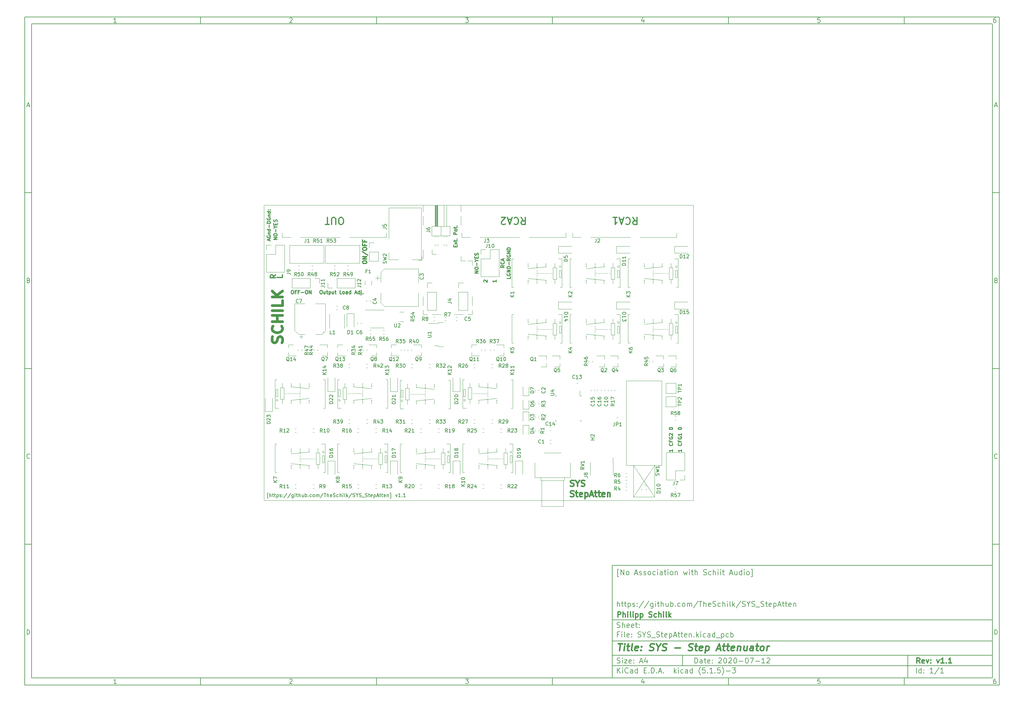
<source format=gbr>
G04 #@! TF.GenerationSoftware,KiCad,Pcbnew,(5.1.5)-3*
G04 #@! TF.CreationDate,2020-08-29T21:14:34+02:00*
G04 #@! TF.ProjectId,SYS_StepAtten,5359535f-5374-4657-9041-7474656e2e6b,v1.1*
G04 #@! TF.SameCoordinates,Original*
G04 #@! TF.FileFunction,Legend,Top*
G04 #@! TF.FilePolarity,Positive*
%FSLAX46Y46*%
G04 Gerber Fmt 4.6, Leading zero omitted, Abs format (unit mm)*
G04 Created by KiCad (PCBNEW (5.1.5)-3) date 2020-08-29 21:14:34*
%MOMM*%
%LPD*%
G04 APERTURE LIST*
%ADD10C,0.100000*%
%ADD11C,0.150000*%
%ADD12C,0.300000*%
%ADD13C,0.400000*%
%ADD14C,0.425000*%
%ADD15C,0.250000*%
%ADD16C,0.200000*%
%ADD17C,0.750000*%
%ADD18C,0.050000*%
%ADD19C,0.120000*%
G04 APERTURE END LIST*
D10*
D11*
X177002200Y-166007200D02*
X177002200Y-198007200D01*
X285002200Y-198007200D01*
X285002200Y-166007200D01*
X177002200Y-166007200D01*
D10*
D11*
X10000000Y-10000000D02*
X10000000Y-200007200D01*
X287002200Y-200007200D01*
X287002200Y-10000000D01*
X10000000Y-10000000D01*
D10*
D11*
X12000000Y-12000000D02*
X12000000Y-198007200D01*
X285002200Y-198007200D01*
X285002200Y-12000000D01*
X12000000Y-12000000D01*
D10*
D11*
X60000000Y-12000000D02*
X60000000Y-10000000D01*
D10*
D11*
X110000000Y-12000000D02*
X110000000Y-10000000D01*
D10*
D11*
X160000000Y-12000000D02*
X160000000Y-10000000D01*
D10*
D11*
X210000000Y-12000000D02*
X210000000Y-10000000D01*
D10*
D11*
X260000000Y-12000000D02*
X260000000Y-10000000D01*
D10*
D11*
X36065476Y-11588095D02*
X35322619Y-11588095D01*
X35694047Y-11588095D02*
X35694047Y-10288095D01*
X35570238Y-10473809D01*
X35446428Y-10597619D01*
X35322619Y-10659523D01*
D10*
D11*
X85322619Y-10411904D02*
X85384523Y-10350000D01*
X85508333Y-10288095D01*
X85817857Y-10288095D01*
X85941666Y-10350000D01*
X86003571Y-10411904D01*
X86065476Y-10535714D01*
X86065476Y-10659523D01*
X86003571Y-10845238D01*
X85260714Y-11588095D01*
X86065476Y-11588095D01*
D10*
D11*
X135260714Y-10288095D02*
X136065476Y-10288095D01*
X135632142Y-10783333D01*
X135817857Y-10783333D01*
X135941666Y-10845238D01*
X136003571Y-10907142D01*
X136065476Y-11030952D01*
X136065476Y-11340476D01*
X136003571Y-11464285D01*
X135941666Y-11526190D01*
X135817857Y-11588095D01*
X135446428Y-11588095D01*
X135322619Y-11526190D01*
X135260714Y-11464285D01*
D10*
D11*
X185941666Y-10721428D02*
X185941666Y-11588095D01*
X185632142Y-10226190D02*
X185322619Y-11154761D01*
X186127380Y-11154761D01*
D10*
D11*
X236003571Y-10288095D02*
X235384523Y-10288095D01*
X235322619Y-10907142D01*
X235384523Y-10845238D01*
X235508333Y-10783333D01*
X235817857Y-10783333D01*
X235941666Y-10845238D01*
X236003571Y-10907142D01*
X236065476Y-11030952D01*
X236065476Y-11340476D01*
X236003571Y-11464285D01*
X235941666Y-11526190D01*
X235817857Y-11588095D01*
X235508333Y-11588095D01*
X235384523Y-11526190D01*
X235322619Y-11464285D01*
D10*
D11*
X285941666Y-10288095D02*
X285694047Y-10288095D01*
X285570238Y-10350000D01*
X285508333Y-10411904D01*
X285384523Y-10597619D01*
X285322619Y-10845238D01*
X285322619Y-11340476D01*
X285384523Y-11464285D01*
X285446428Y-11526190D01*
X285570238Y-11588095D01*
X285817857Y-11588095D01*
X285941666Y-11526190D01*
X286003571Y-11464285D01*
X286065476Y-11340476D01*
X286065476Y-11030952D01*
X286003571Y-10907142D01*
X285941666Y-10845238D01*
X285817857Y-10783333D01*
X285570238Y-10783333D01*
X285446428Y-10845238D01*
X285384523Y-10907142D01*
X285322619Y-11030952D01*
D10*
D11*
X60000000Y-198007200D02*
X60000000Y-200007200D01*
D10*
D11*
X110000000Y-198007200D02*
X110000000Y-200007200D01*
D10*
D11*
X160000000Y-198007200D02*
X160000000Y-200007200D01*
D10*
D11*
X210000000Y-198007200D02*
X210000000Y-200007200D01*
D10*
D11*
X260000000Y-198007200D02*
X260000000Y-200007200D01*
D10*
D11*
X36065476Y-199595295D02*
X35322619Y-199595295D01*
X35694047Y-199595295D02*
X35694047Y-198295295D01*
X35570238Y-198481009D01*
X35446428Y-198604819D01*
X35322619Y-198666723D01*
D10*
D11*
X85322619Y-198419104D02*
X85384523Y-198357200D01*
X85508333Y-198295295D01*
X85817857Y-198295295D01*
X85941666Y-198357200D01*
X86003571Y-198419104D01*
X86065476Y-198542914D01*
X86065476Y-198666723D01*
X86003571Y-198852438D01*
X85260714Y-199595295D01*
X86065476Y-199595295D01*
D10*
D11*
X135260714Y-198295295D02*
X136065476Y-198295295D01*
X135632142Y-198790533D01*
X135817857Y-198790533D01*
X135941666Y-198852438D01*
X136003571Y-198914342D01*
X136065476Y-199038152D01*
X136065476Y-199347676D01*
X136003571Y-199471485D01*
X135941666Y-199533390D01*
X135817857Y-199595295D01*
X135446428Y-199595295D01*
X135322619Y-199533390D01*
X135260714Y-199471485D01*
D10*
D11*
X185941666Y-198728628D02*
X185941666Y-199595295D01*
X185632142Y-198233390D02*
X185322619Y-199161961D01*
X186127380Y-199161961D01*
D10*
D11*
X236003571Y-198295295D02*
X235384523Y-198295295D01*
X235322619Y-198914342D01*
X235384523Y-198852438D01*
X235508333Y-198790533D01*
X235817857Y-198790533D01*
X235941666Y-198852438D01*
X236003571Y-198914342D01*
X236065476Y-199038152D01*
X236065476Y-199347676D01*
X236003571Y-199471485D01*
X235941666Y-199533390D01*
X235817857Y-199595295D01*
X235508333Y-199595295D01*
X235384523Y-199533390D01*
X235322619Y-199471485D01*
D10*
D11*
X285941666Y-198295295D02*
X285694047Y-198295295D01*
X285570238Y-198357200D01*
X285508333Y-198419104D01*
X285384523Y-198604819D01*
X285322619Y-198852438D01*
X285322619Y-199347676D01*
X285384523Y-199471485D01*
X285446428Y-199533390D01*
X285570238Y-199595295D01*
X285817857Y-199595295D01*
X285941666Y-199533390D01*
X286003571Y-199471485D01*
X286065476Y-199347676D01*
X286065476Y-199038152D01*
X286003571Y-198914342D01*
X285941666Y-198852438D01*
X285817857Y-198790533D01*
X285570238Y-198790533D01*
X285446428Y-198852438D01*
X285384523Y-198914342D01*
X285322619Y-199038152D01*
D10*
D11*
X10000000Y-60000000D02*
X12000000Y-60000000D01*
D10*
D11*
X10000000Y-110000000D02*
X12000000Y-110000000D01*
D10*
D11*
X10000000Y-160000000D02*
X12000000Y-160000000D01*
D10*
D11*
X10690476Y-35216666D02*
X11309523Y-35216666D01*
X10566666Y-35588095D02*
X11000000Y-34288095D01*
X11433333Y-35588095D01*
D10*
D11*
X11092857Y-84907142D02*
X11278571Y-84969047D01*
X11340476Y-85030952D01*
X11402380Y-85154761D01*
X11402380Y-85340476D01*
X11340476Y-85464285D01*
X11278571Y-85526190D01*
X11154761Y-85588095D01*
X10659523Y-85588095D01*
X10659523Y-84288095D01*
X11092857Y-84288095D01*
X11216666Y-84350000D01*
X11278571Y-84411904D01*
X11340476Y-84535714D01*
X11340476Y-84659523D01*
X11278571Y-84783333D01*
X11216666Y-84845238D01*
X11092857Y-84907142D01*
X10659523Y-84907142D01*
D10*
D11*
X11402380Y-135464285D02*
X11340476Y-135526190D01*
X11154761Y-135588095D01*
X11030952Y-135588095D01*
X10845238Y-135526190D01*
X10721428Y-135402380D01*
X10659523Y-135278571D01*
X10597619Y-135030952D01*
X10597619Y-134845238D01*
X10659523Y-134597619D01*
X10721428Y-134473809D01*
X10845238Y-134350000D01*
X11030952Y-134288095D01*
X11154761Y-134288095D01*
X11340476Y-134350000D01*
X11402380Y-134411904D01*
D10*
D11*
X10659523Y-185588095D02*
X10659523Y-184288095D01*
X10969047Y-184288095D01*
X11154761Y-184350000D01*
X11278571Y-184473809D01*
X11340476Y-184597619D01*
X11402380Y-184845238D01*
X11402380Y-185030952D01*
X11340476Y-185278571D01*
X11278571Y-185402380D01*
X11154761Y-185526190D01*
X10969047Y-185588095D01*
X10659523Y-185588095D01*
D10*
D11*
X287002200Y-60000000D02*
X285002200Y-60000000D01*
D10*
D11*
X287002200Y-110000000D02*
X285002200Y-110000000D01*
D10*
D11*
X287002200Y-160000000D02*
X285002200Y-160000000D01*
D10*
D11*
X285692676Y-35216666D02*
X286311723Y-35216666D01*
X285568866Y-35588095D02*
X286002200Y-34288095D01*
X286435533Y-35588095D01*
D10*
D11*
X286095057Y-84907142D02*
X286280771Y-84969047D01*
X286342676Y-85030952D01*
X286404580Y-85154761D01*
X286404580Y-85340476D01*
X286342676Y-85464285D01*
X286280771Y-85526190D01*
X286156961Y-85588095D01*
X285661723Y-85588095D01*
X285661723Y-84288095D01*
X286095057Y-84288095D01*
X286218866Y-84350000D01*
X286280771Y-84411904D01*
X286342676Y-84535714D01*
X286342676Y-84659523D01*
X286280771Y-84783333D01*
X286218866Y-84845238D01*
X286095057Y-84907142D01*
X285661723Y-84907142D01*
D10*
D11*
X286404580Y-135464285D02*
X286342676Y-135526190D01*
X286156961Y-135588095D01*
X286033152Y-135588095D01*
X285847438Y-135526190D01*
X285723628Y-135402380D01*
X285661723Y-135278571D01*
X285599819Y-135030952D01*
X285599819Y-134845238D01*
X285661723Y-134597619D01*
X285723628Y-134473809D01*
X285847438Y-134350000D01*
X286033152Y-134288095D01*
X286156961Y-134288095D01*
X286342676Y-134350000D01*
X286404580Y-134411904D01*
D10*
D11*
X285661723Y-185588095D02*
X285661723Y-184288095D01*
X285971247Y-184288095D01*
X286156961Y-184350000D01*
X286280771Y-184473809D01*
X286342676Y-184597619D01*
X286404580Y-184845238D01*
X286404580Y-185030952D01*
X286342676Y-185278571D01*
X286280771Y-185402380D01*
X286156961Y-185526190D01*
X285971247Y-185588095D01*
X285661723Y-185588095D01*
D10*
D11*
X200434342Y-193785771D02*
X200434342Y-192285771D01*
X200791485Y-192285771D01*
X201005771Y-192357200D01*
X201148628Y-192500057D01*
X201220057Y-192642914D01*
X201291485Y-192928628D01*
X201291485Y-193142914D01*
X201220057Y-193428628D01*
X201148628Y-193571485D01*
X201005771Y-193714342D01*
X200791485Y-193785771D01*
X200434342Y-193785771D01*
X202577200Y-193785771D02*
X202577200Y-193000057D01*
X202505771Y-192857200D01*
X202362914Y-192785771D01*
X202077200Y-192785771D01*
X201934342Y-192857200D01*
X202577200Y-193714342D02*
X202434342Y-193785771D01*
X202077200Y-193785771D01*
X201934342Y-193714342D01*
X201862914Y-193571485D01*
X201862914Y-193428628D01*
X201934342Y-193285771D01*
X202077200Y-193214342D01*
X202434342Y-193214342D01*
X202577200Y-193142914D01*
X203077200Y-192785771D02*
X203648628Y-192785771D01*
X203291485Y-192285771D02*
X203291485Y-193571485D01*
X203362914Y-193714342D01*
X203505771Y-193785771D01*
X203648628Y-193785771D01*
X204720057Y-193714342D02*
X204577200Y-193785771D01*
X204291485Y-193785771D01*
X204148628Y-193714342D01*
X204077200Y-193571485D01*
X204077200Y-193000057D01*
X204148628Y-192857200D01*
X204291485Y-192785771D01*
X204577200Y-192785771D01*
X204720057Y-192857200D01*
X204791485Y-193000057D01*
X204791485Y-193142914D01*
X204077200Y-193285771D01*
X205434342Y-193642914D02*
X205505771Y-193714342D01*
X205434342Y-193785771D01*
X205362914Y-193714342D01*
X205434342Y-193642914D01*
X205434342Y-193785771D01*
X205434342Y-192857200D02*
X205505771Y-192928628D01*
X205434342Y-193000057D01*
X205362914Y-192928628D01*
X205434342Y-192857200D01*
X205434342Y-193000057D01*
X207220057Y-192428628D02*
X207291485Y-192357200D01*
X207434342Y-192285771D01*
X207791485Y-192285771D01*
X207934342Y-192357200D01*
X208005771Y-192428628D01*
X208077200Y-192571485D01*
X208077200Y-192714342D01*
X208005771Y-192928628D01*
X207148628Y-193785771D01*
X208077200Y-193785771D01*
X209005771Y-192285771D02*
X209148628Y-192285771D01*
X209291485Y-192357200D01*
X209362914Y-192428628D01*
X209434342Y-192571485D01*
X209505771Y-192857200D01*
X209505771Y-193214342D01*
X209434342Y-193500057D01*
X209362914Y-193642914D01*
X209291485Y-193714342D01*
X209148628Y-193785771D01*
X209005771Y-193785771D01*
X208862914Y-193714342D01*
X208791485Y-193642914D01*
X208720057Y-193500057D01*
X208648628Y-193214342D01*
X208648628Y-192857200D01*
X208720057Y-192571485D01*
X208791485Y-192428628D01*
X208862914Y-192357200D01*
X209005771Y-192285771D01*
X210077200Y-192428628D02*
X210148628Y-192357200D01*
X210291485Y-192285771D01*
X210648628Y-192285771D01*
X210791485Y-192357200D01*
X210862914Y-192428628D01*
X210934342Y-192571485D01*
X210934342Y-192714342D01*
X210862914Y-192928628D01*
X210005771Y-193785771D01*
X210934342Y-193785771D01*
X211862914Y-192285771D02*
X212005771Y-192285771D01*
X212148628Y-192357200D01*
X212220057Y-192428628D01*
X212291485Y-192571485D01*
X212362914Y-192857200D01*
X212362914Y-193214342D01*
X212291485Y-193500057D01*
X212220057Y-193642914D01*
X212148628Y-193714342D01*
X212005771Y-193785771D01*
X211862914Y-193785771D01*
X211720057Y-193714342D01*
X211648628Y-193642914D01*
X211577200Y-193500057D01*
X211505771Y-193214342D01*
X211505771Y-192857200D01*
X211577200Y-192571485D01*
X211648628Y-192428628D01*
X211720057Y-192357200D01*
X211862914Y-192285771D01*
X213005771Y-193214342D02*
X214148628Y-193214342D01*
X215148628Y-192285771D02*
X215291485Y-192285771D01*
X215434342Y-192357200D01*
X215505771Y-192428628D01*
X215577200Y-192571485D01*
X215648628Y-192857200D01*
X215648628Y-193214342D01*
X215577200Y-193500057D01*
X215505771Y-193642914D01*
X215434342Y-193714342D01*
X215291485Y-193785771D01*
X215148628Y-193785771D01*
X215005771Y-193714342D01*
X214934342Y-193642914D01*
X214862914Y-193500057D01*
X214791485Y-193214342D01*
X214791485Y-192857200D01*
X214862914Y-192571485D01*
X214934342Y-192428628D01*
X215005771Y-192357200D01*
X215148628Y-192285771D01*
X216148628Y-192285771D02*
X217148628Y-192285771D01*
X216505771Y-193785771D01*
X217720057Y-193214342D02*
X218862914Y-193214342D01*
X220362914Y-193785771D02*
X219505771Y-193785771D01*
X219934342Y-193785771D02*
X219934342Y-192285771D01*
X219791485Y-192500057D01*
X219648628Y-192642914D01*
X219505771Y-192714342D01*
X220934342Y-192428628D02*
X221005771Y-192357200D01*
X221148628Y-192285771D01*
X221505771Y-192285771D01*
X221648628Y-192357200D01*
X221720057Y-192428628D01*
X221791485Y-192571485D01*
X221791485Y-192714342D01*
X221720057Y-192928628D01*
X220862914Y-193785771D01*
X221791485Y-193785771D01*
D10*
D11*
X177002200Y-194507200D02*
X285002200Y-194507200D01*
D10*
D11*
X178434342Y-196585771D02*
X178434342Y-195085771D01*
X179291485Y-196585771D02*
X178648628Y-195728628D01*
X179291485Y-195085771D02*
X178434342Y-195942914D01*
X179934342Y-196585771D02*
X179934342Y-195585771D01*
X179934342Y-195085771D02*
X179862914Y-195157200D01*
X179934342Y-195228628D01*
X180005771Y-195157200D01*
X179934342Y-195085771D01*
X179934342Y-195228628D01*
X181505771Y-196442914D02*
X181434342Y-196514342D01*
X181220057Y-196585771D01*
X181077200Y-196585771D01*
X180862914Y-196514342D01*
X180720057Y-196371485D01*
X180648628Y-196228628D01*
X180577200Y-195942914D01*
X180577200Y-195728628D01*
X180648628Y-195442914D01*
X180720057Y-195300057D01*
X180862914Y-195157200D01*
X181077200Y-195085771D01*
X181220057Y-195085771D01*
X181434342Y-195157200D01*
X181505771Y-195228628D01*
X182791485Y-196585771D02*
X182791485Y-195800057D01*
X182720057Y-195657200D01*
X182577200Y-195585771D01*
X182291485Y-195585771D01*
X182148628Y-195657200D01*
X182791485Y-196514342D02*
X182648628Y-196585771D01*
X182291485Y-196585771D01*
X182148628Y-196514342D01*
X182077200Y-196371485D01*
X182077200Y-196228628D01*
X182148628Y-196085771D01*
X182291485Y-196014342D01*
X182648628Y-196014342D01*
X182791485Y-195942914D01*
X184148628Y-196585771D02*
X184148628Y-195085771D01*
X184148628Y-196514342D02*
X184005771Y-196585771D01*
X183720057Y-196585771D01*
X183577200Y-196514342D01*
X183505771Y-196442914D01*
X183434342Y-196300057D01*
X183434342Y-195871485D01*
X183505771Y-195728628D01*
X183577200Y-195657200D01*
X183720057Y-195585771D01*
X184005771Y-195585771D01*
X184148628Y-195657200D01*
X186005771Y-195800057D02*
X186505771Y-195800057D01*
X186720057Y-196585771D02*
X186005771Y-196585771D01*
X186005771Y-195085771D01*
X186720057Y-195085771D01*
X187362914Y-196442914D02*
X187434342Y-196514342D01*
X187362914Y-196585771D01*
X187291485Y-196514342D01*
X187362914Y-196442914D01*
X187362914Y-196585771D01*
X188077200Y-196585771D02*
X188077200Y-195085771D01*
X188434342Y-195085771D01*
X188648628Y-195157200D01*
X188791485Y-195300057D01*
X188862914Y-195442914D01*
X188934342Y-195728628D01*
X188934342Y-195942914D01*
X188862914Y-196228628D01*
X188791485Y-196371485D01*
X188648628Y-196514342D01*
X188434342Y-196585771D01*
X188077200Y-196585771D01*
X189577200Y-196442914D02*
X189648628Y-196514342D01*
X189577200Y-196585771D01*
X189505771Y-196514342D01*
X189577200Y-196442914D01*
X189577200Y-196585771D01*
X190220057Y-196157200D02*
X190934342Y-196157200D01*
X190077200Y-196585771D02*
X190577200Y-195085771D01*
X191077200Y-196585771D01*
X191577200Y-196442914D02*
X191648628Y-196514342D01*
X191577200Y-196585771D01*
X191505771Y-196514342D01*
X191577200Y-196442914D01*
X191577200Y-196585771D01*
X194577200Y-196585771D02*
X194577200Y-195085771D01*
X194720057Y-196014342D02*
X195148628Y-196585771D01*
X195148628Y-195585771D02*
X194577200Y-196157200D01*
X195791485Y-196585771D02*
X195791485Y-195585771D01*
X195791485Y-195085771D02*
X195720057Y-195157200D01*
X195791485Y-195228628D01*
X195862914Y-195157200D01*
X195791485Y-195085771D01*
X195791485Y-195228628D01*
X197148628Y-196514342D02*
X197005771Y-196585771D01*
X196720057Y-196585771D01*
X196577200Y-196514342D01*
X196505771Y-196442914D01*
X196434342Y-196300057D01*
X196434342Y-195871485D01*
X196505771Y-195728628D01*
X196577200Y-195657200D01*
X196720057Y-195585771D01*
X197005771Y-195585771D01*
X197148628Y-195657200D01*
X198434342Y-196585771D02*
X198434342Y-195800057D01*
X198362914Y-195657200D01*
X198220057Y-195585771D01*
X197934342Y-195585771D01*
X197791485Y-195657200D01*
X198434342Y-196514342D02*
X198291485Y-196585771D01*
X197934342Y-196585771D01*
X197791485Y-196514342D01*
X197720057Y-196371485D01*
X197720057Y-196228628D01*
X197791485Y-196085771D01*
X197934342Y-196014342D01*
X198291485Y-196014342D01*
X198434342Y-195942914D01*
X199791485Y-196585771D02*
X199791485Y-195085771D01*
X199791485Y-196514342D02*
X199648628Y-196585771D01*
X199362914Y-196585771D01*
X199220057Y-196514342D01*
X199148628Y-196442914D01*
X199077200Y-196300057D01*
X199077200Y-195871485D01*
X199148628Y-195728628D01*
X199220057Y-195657200D01*
X199362914Y-195585771D01*
X199648628Y-195585771D01*
X199791485Y-195657200D01*
X202077200Y-197157200D02*
X202005771Y-197085771D01*
X201862914Y-196871485D01*
X201791485Y-196728628D01*
X201720057Y-196514342D01*
X201648628Y-196157200D01*
X201648628Y-195871485D01*
X201720057Y-195514342D01*
X201791485Y-195300057D01*
X201862914Y-195157200D01*
X202005771Y-194942914D01*
X202077200Y-194871485D01*
X203362914Y-195085771D02*
X202648628Y-195085771D01*
X202577200Y-195800057D01*
X202648628Y-195728628D01*
X202791485Y-195657200D01*
X203148628Y-195657200D01*
X203291485Y-195728628D01*
X203362914Y-195800057D01*
X203434342Y-195942914D01*
X203434342Y-196300057D01*
X203362914Y-196442914D01*
X203291485Y-196514342D01*
X203148628Y-196585771D01*
X202791485Y-196585771D01*
X202648628Y-196514342D01*
X202577200Y-196442914D01*
X204077200Y-196442914D02*
X204148628Y-196514342D01*
X204077200Y-196585771D01*
X204005771Y-196514342D01*
X204077200Y-196442914D01*
X204077200Y-196585771D01*
X205577200Y-196585771D02*
X204720057Y-196585771D01*
X205148628Y-196585771D02*
X205148628Y-195085771D01*
X205005771Y-195300057D01*
X204862914Y-195442914D01*
X204720057Y-195514342D01*
X206220057Y-196442914D02*
X206291485Y-196514342D01*
X206220057Y-196585771D01*
X206148628Y-196514342D01*
X206220057Y-196442914D01*
X206220057Y-196585771D01*
X207648628Y-195085771D02*
X206934342Y-195085771D01*
X206862914Y-195800057D01*
X206934342Y-195728628D01*
X207077200Y-195657200D01*
X207434342Y-195657200D01*
X207577200Y-195728628D01*
X207648628Y-195800057D01*
X207720057Y-195942914D01*
X207720057Y-196300057D01*
X207648628Y-196442914D01*
X207577200Y-196514342D01*
X207434342Y-196585771D01*
X207077200Y-196585771D01*
X206934342Y-196514342D01*
X206862914Y-196442914D01*
X208220057Y-197157200D02*
X208291485Y-197085771D01*
X208434342Y-196871485D01*
X208505771Y-196728628D01*
X208577200Y-196514342D01*
X208648628Y-196157200D01*
X208648628Y-195871485D01*
X208577200Y-195514342D01*
X208505771Y-195300057D01*
X208434342Y-195157200D01*
X208291485Y-194942914D01*
X208220057Y-194871485D01*
X209362914Y-196014342D02*
X210505771Y-196014342D01*
X211077200Y-195085771D02*
X212005771Y-195085771D01*
X211505771Y-195657200D01*
X211720057Y-195657200D01*
X211862914Y-195728628D01*
X211934342Y-195800057D01*
X212005771Y-195942914D01*
X212005771Y-196300057D01*
X211934342Y-196442914D01*
X211862914Y-196514342D01*
X211720057Y-196585771D01*
X211291485Y-196585771D01*
X211148628Y-196514342D01*
X211077200Y-196442914D01*
D10*
D11*
X177002200Y-191507200D02*
X285002200Y-191507200D01*
D10*
D12*
X264411485Y-193785771D02*
X263911485Y-193071485D01*
X263554342Y-193785771D02*
X263554342Y-192285771D01*
X264125771Y-192285771D01*
X264268628Y-192357200D01*
X264340057Y-192428628D01*
X264411485Y-192571485D01*
X264411485Y-192785771D01*
X264340057Y-192928628D01*
X264268628Y-193000057D01*
X264125771Y-193071485D01*
X263554342Y-193071485D01*
X265625771Y-193714342D02*
X265482914Y-193785771D01*
X265197200Y-193785771D01*
X265054342Y-193714342D01*
X264982914Y-193571485D01*
X264982914Y-193000057D01*
X265054342Y-192857200D01*
X265197200Y-192785771D01*
X265482914Y-192785771D01*
X265625771Y-192857200D01*
X265697200Y-193000057D01*
X265697200Y-193142914D01*
X264982914Y-193285771D01*
X266197200Y-192785771D02*
X266554342Y-193785771D01*
X266911485Y-192785771D01*
X267482914Y-193642914D02*
X267554342Y-193714342D01*
X267482914Y-193785771D01*
X267411485Y-193714342D01*
X267482914Y-193642914D01*
X267482914Y-193785771D01*
X267482914Y-192857200D02*
X267554342Y-192928628D01*
X267482914Y-193000057D01*
X267411485Y-192928628D01*
X267482914Y-192857200D01*
X267482914Y-193000057D01*
X269197200Y-192785771D02*
X269554342Y-193785771D01*
X269911485Y-192785771D01*
X271268628Y-193785771D02*
X270411485Y-193785771D01*
X270840057Y-193785771D02*
X270840057Y-192285771D01*
X270697200Y-192500057D01*
X270554342Y-192642914D01*
X270411485Y-192714342D01*
X271911485Y-193642914D02*
X271982914Y-193714342D01*
X271911485Y-193785771D01*
X271840057Y-193714342D01*
X271911485Y-193642914D01*
X271911485Y-193785771D01*
X273411485Y-193785771D02*
X272554342Y-193785771D01*
X272982914Y-193785771D02*
X272982914Y-192285771D01*
X272840057Y-192500057D01*
X272697200Y-192642914D01*
X272554342Y-192714342D01*
D10*
D11*
X178362914Y-193714342D02*
X178577200Y-193785771D01*
X178934342Y-193785771D01*
X179077200Y-193714342D01*
X179148628Y-193642914D01*
X179220057Y-193500057D01*
X179220057Y-193357200D01*
X179148628Y-193214342D01*
X179077200Y-193142914D01*
X178934342Y-193071485D01*
X178648628Y-193000057D01*
X178505771Y-192928628D01*
X178434342Y-192857200D01*
X178362914Y-192714342D01*
X178362914Y-192571485D01*
X178434342Y-192428628D01*
X178505771Y-192357200D01*
X178648628Y-192285771D01*
X179005771Y-192285771D01*
X179220057Y-192357200D01*
X179862914Y-193785771D02*
X179862914Y-192785771D01*
X179862914Y-192285771D02*
X179791485Y-192357200D01*
X179862914Y-192428628D01*
X179934342Y-192357200D01*
X179862914Y-192285771D01*
X179862914Y-192428628D01*
X180434342Y-192785771D02*
X181220057Y-192785771D01*
X180434342Y-193785771D01*
X181220057Y-193785771D01*
X182362914Y-193714342D02*
X182220057Y-193785771D01*
X181934342Y-193785771D01*
X181791485Y-193714342D01*
X181720057Y-193571485D01*
X181720057Y-193000057D01*
X181791485Y-192857200D01*
X181934342Y-192785771D01*
X182220057Y-192785771D01*
X182362914Y-192857200D01*
X182434342Y-193000057D01*
X182434342Y-193142914D01*
X181720057Y-193285771D01*
X183077200Y-193642914D02*
X183148628Y-193714342D01*
X183077200Y-193785771D01*
X183005771Y-193714342D01*
X183077200Y-193642914D01*
X183077200Y-193785771D01*
X183077200Y-192857200D02*
X183148628Y-192928628D01*
X183077200Y-193000057D01*
X183005771Y-192928628D01*
X183077200Y-192857200D01*
X183077200Y-193000057D01*
X184862914Y-193357200D02*
X185577200Y-193357200D01*
X184720057Y-193785771D02*
X185220057Y-192285771D01*
X185720057Y-193785771D01*
X186862914Y-192785771D02*
X186862914Y-193785771D01*
X186505771Y-192214342D02*
X186148628Y-193285771D01*
X187077200Y-193285771D01*
D10*
D11*
X263434342Y-196585771D02*
X263434342Y-195085771D01*
X264791485Y-196585771D02*
X264791485Y-195085771D01*
X264791485Y-196514342D02*
X264648628Y-196585771D01*
X264362914Y-196585771D01*
X264220057Y-196514342D01*
X264148628Y-196442914D01*
X264077200Y-196300057D01*
X264077200Y-195871485D01*
X264148628Y-195728628D01*
X264220057Y-195657200D01*
X264362914Y-195585771D01*
X264648628Y-195585771D01*
X264791485Y-195657200D01*
X265505771Y-196442914D02*
X265577200Y-196514342D01*
X265505771Y-196585771D01*
X265434342Y-196514342D01*
X265505771Y-196442914D01*
X265505771Y-196585771D01*
X265505771Y-195657200D02*
X265577200Y-195728628D01*
X265505771Y-195800057D01*
X265434342Y-195728628D01*
X265505771Y-195657200D01*
X265505771Y-195800057D01*
X268148628Y-196585771D02*
X267291485Y-196585771D01*
X267720057Y-196585771D02*
X267720057Y-195085771D01*
X267577200Y-195300057D01*
X267434342Y-195442914D01*
X267291485Y-195514342D01*
X269862914Y-195014342D02*
X268577200Y-196942914D01*
X271148628Y-196585771D02*
X270291485Y-196585771D01*
X270720057Y-196585771D02*
X270720057Y-195085771D01*
X270577200Y-195300057D01*
X270434342Y-195442914D01*
X270291485Y-195514342D01*
D10*
D11*
X177002200Y-187507200D02*
X285002200Y-187507200D01*
D10*
D13*
X178714580Y-188211961D02*
X179857438Y-188211961D01*
X179036009Y-190211961D02*
X179286009Y-188211961D01*
X180274104Y-190211961D02*
X180440771Y-188878628D01*
X180524104Y-188211961D02*
X180416961Y-188307200D01*
X180500295Y-188402438D01*
X180607438Y-188307200D01*
X180524104Y-188211961D01*
X180500295Y-188402438D01*
X181107438Y-188878628D02*
X181869342Y-188878628D01*
X181476485Y-188211961D02*
X181262200Y-189926247D01*
X181333628Y-190116723D01*
X181512200Y-190211961D01*
X181702676Y-190211961D01*
X182655057Y-190211961D02*
X182476485Y-190116723D01*
X182405057Y-189926247D01*
X182619342Y-188211961D01*
X184190771Y-190116723D02*
X183988390Y-190211961D01*
X183607438Y-190211961D01*
X183428866Y-190116723D01*
X183357438Y-189926247D01*
X183452676Y-189164342D01*
X183571723Y-188973866D01*
X183774104Y-188878628D01*
X184155057Y-188878628D01*
X184333628Y-188973866D01*
X184405057Y-189164342D01*
X184381247Y-189354819D01*
X183405057Y-189545295D01*
X185155057Y-190021485D02*
X185238390Y-190116723D01*
X185131247Y-190211961D01*
X185047914Y-190116723D01*
X185155057Y-190021485D01*
X185131247Y-190211961D01*
X185286009Y-188973866D02*
X185369342Y-189069104D01*
X185262200Y-189164342D01*
X185178866Y-189069104D01*
X185286009Y-188973866D01*
X185262200Y-189164342D01*
X187524104Y-190116723D02*
X187797914Y-190211961D01*
X188274104Y-190211961D01*
X188476485Y-190116723D01*
X188583628Y-190021485D01*
X188702676Y-189831009D01*
X188726485Y-189640533D01*
X188655057Y-189450057D01*
X188571723Y-189354819D01*
X188393152Y-189259580D01*
X188024104Y-189164342D01*
X187845533Y-189069104D01*
X187762200Y-188973866D01*
X187690771Y-188783390D01*
X187714580Y-188592914D01*
X187833628Y-188402438D01*
X187940771Y-188307200D01*
X188143152Y-188211961D01*
X188619342Y-188211961D01*
X188893152Y-188307200D01*
X190012200Y-189259580D02*
X189893152Y-190211961D01*
X189476485Y-188211961D02*
X190012200Y-189259580D01*
X190809819Y-188211961D01*
X191143152Y-190116723D02*
X191416961Y-190211961D01*
X191893152Y-190211961D01*
X192095533Y-190116723D01*
X192202676Y-190021485D01*
X192321723Y-189831009D01*
X192345533Y-189640533D01*
X192274104Y-189450057D01*
X192190771Y-189354819D01*
X192012200Y-189259580D01*
X191643152Y-189164342D01*
X191464580Y-189069104D01*
X191381247Y-188973866D01*
X191309819Y-188783390D01*
X191333628Y-188592914D01*
X191452676Y-188402438D01*
X191559819Y-188307200D01*
X191762200Y-188211961D01*
X192238390Y-188211961D01*
X192512200Y-188307200D01*
X194750295Y-189450057D02*
X196274104Y-189450057D01*
X198571723Y-190116723D02*
X198845533Y-190211961D01*
X199321723Y-190211961D01*
X199524104Y-190116723D01*
X199631247Y-190021485D01*
X199750295Y-189831009D01*
X199774104Y-189640533D01*
X199702676Y-189450057D01*
X199619342Y-189354819D01*
X199440771Y-189259580D01*
X199071723Y-189164342D01*
X198893152Y-189069104D01*
X198809819Y-188973866D01*
X198738390Y-188783390D01*
X198762200Y-188592914D01*
X198881247Y-188402438D01*
X198988390Y-188307200D01*
X199190771Y-188211961D01*
X199666961Y-188211961D01*
X199940771Y-188307200D01*
X200440771Y-188878628D02*
X201202676Y-188878628D01*
X200809819Y-188211961D02*
X200595533Y-189926247D01*
X200666961Y-190116723D01*
X200845533Y-190211961D01*
X201036009Y-190211961D01*
X202476485Y-190116723D02*
X202274104Y-190211961D01*
X201893152Y-190211961D01*
X201714580Y-190116723D01*
X201643152Y-189926247D01*
X201738390Y-189164342D01*
X201857438Y-188973866D01*
X202059819Y-188878628D01*
X202440771Y-188878628D01*
X202619342Y-188973866D01*
X202690771Y-189164342D01*
X202666961Y-189354819D01*
X201690771Y-189545295D01*
X203583628Y-188878628D02*
X203333628Y-190878628D01*
X203571723Y-188973866D02*
X203774104Y-188878628D01*
X204155057Y-188878628D01*
X204333628Y-188973866D01*
X204416961Y-189069104D01*
X204488390Y-189259580D01*
X204416961Y-189831009D01*
X204297914Y-190021485D01*
X204190771Y-190116723D01*
X203988390Y-190211961D01*
X203607438Y-190211961D01*
X203428866Y-190116723D01*
X206726485Y-189640533D02*
X207678866Y-189640533D01*
X206464580Y-190211961D02*
X207381247Y-188211961D01*
X207797914Y-190211961D01*
X208345533Y-188878628D02*
X209107438Y-188878628D01*
X208714580Y-188211961D02*
X208500295Y-189926247D01*
X208571723Y-190116723D01*
X208750295Y-190211961D01*
X208940771Y-190211961D01*
X209488390Y-188878628D02*
X210250295Y-188878628D01*
X209857438Y-188211961D02*
X209643152Y-189926247D01*
X209714580Y-190116723D01*
X209893152Y-190211961D01*
X210083628Y-190211961D01*
X211524104Y-190116723D02*
X211321723Y-190211961D01*
X210940771Y-190211961D01*
X210762200Y-190116723D01*
X210690771Y-189926247D01*
X210786009Y-189164342D01*
X210905057Y-188973866D01*
X211107438Y-188878628D01*
X211488390Y-188878628D01*
X211666961Y-188973866D01*
X211738390Y-189164342D01*
X211714580Y-189354819D01*
X210738390Y-189545295D01*
X212631247Y-188878628D02*
X212464580Y-190211961D01*
X212607438Y-189069104D02*
X212714580Y-188973866D01*
X212916961Y-188878628D01*
X213202676Y-188878628D01*
X213381247Y-188973866D01*
X213452676Y-189164342D01*
X213321723Y-190211961D01*
X215297914Y-188878628D02*
X215131247Y-190211961D01*
X214440771Y-188878628D02*
X214309819Y-189926247D01*
X214381247Y-190116723D01*
X214559819Y-190211961D01*
X214845533Y-190211961D01*
X215047914Y-190116723D01*
X215155057Y-190021485D01*
X216940771Y-190211961D02*
X217071723Y-189164342D01*
X217000295Y-188973866D01*
X216821723Y-188878628D01*
X216440771Y-188878628D01*
X216238390Y-188973866D01*
X216952676Y-190116723D02*
X216750295Y-190211961D01*
X216274104Y-190211961D01*
X216095533Y-190116723D01*
X216024104Y-189926247D01*
X216047914Y-189735771D01*
X216166961Y-189545295D01*
X216369342Y-189450057D01*
X216845533Y-189450057D01*
X217047914Y-189354819D01*
X217774104Y-188878628D02*
X218536009Y-188878628D01*
X218143152Y-188211961D02*
X217928866Y-189926247D01*
X218000295Y-190116723D01*
X218178866Y-190211961D01*
X218369342Y-190211961D01*
X219321723Y-190211961D02*
X219143152Y-190116723D01*
X219059819Y-190021485D01*
X218988390Y-189831009D01*
X219059819Y-189259580D01*
X219178866Y-189069104D01*
X219286009Y-188973866D01*
X219488390Y-188878628D01*
X219774104Y-188878628D01*
X219952676Y-188973866D01*
X220036009Y-189069104D01*
X220107438Y-189259580D01*
X220036009Y-189831009D01*
X219916961Y-190021485D01*
X219809819Y-190116723D01*
X219607438Y-190211961D01*
X219321723Y-190211961D01*
X220845533Y-190211961D02*
X221012199Y-188878628D01*
X220964580Y-189259580D02*
X221083628Y-189069104D01*
X221190771Y-188973866D01*
X221393152Y-188878628D01*
X221583628Y-188878628D01*
D10*
D11*
X178934342Y-185600057D02*
X178434342Y-185600057D01*
X178434342Y-186385771D02*
X178434342Y-184885771D01*
X179148628Y-184885771D01*
X179720057Y-186385771D02*
X179720057Y-185385771D01*
X179720057Y-184885771D02*
X179648628Y-184957200D01*
X179720057Y-185028628D01*
X179791485Y-184957200D01*
X179720057Y-184885771D01*
X179720057Y-185028628D01*
X180648628Y-186385771D02*
X180505771Y-186314342D01*
X180434342Y-186171485D01*
X180434342Y-184885771D01*
X181791485Y-186314342D02*
X181648628Y-186385771D01*
X181362914Y-186385771D01*
X181220057Y-186314342D01*
X181148628Y-186171485D01*
X181148628Y-185600057D01*
X181220057Y-185457200D01*
X181362914Y-185385771D01*
X181648628Y-185385771D01*
X181791485Y-185457200D01*
X181862914Y-185600057D01*
X181862914Y-185742914D01*
X181148628Y-185885771D01*
X182505771Y-186242914D02*
X182577200Y-186314342D01*
X182505771Y-186385771D01*
X182434342Y-186314342D01*
X182505771Y-186242914D01*
X182505771Y-186385771D01*
X182505771Y-185457200D02*
X182577200Y-185528628D01*
X182505771Y-185600057D01*
X182434342Y-185528628D01*
X182505771Y-185457200D01*
X182505771Y-185600057D01*
X184291485Y-186314342D02*
X184505771Y-186385771D01*
X184862914Y-186385771D01*
X185005771Y-186314342D01*
X185077200Y-186242914D01*
X185148628Y-186100057D01*
X185148628Y-185957200D01*
X185077200Y-185814342D01*
X185005771Y-185742914D01*
X184862914Y-185671485D01*
X184577200Y-185600057D01*
X184434342Y-185528628D01*
X184362914Y-185457200D01*
X184291485Y-185314342D01*
X184291485Y-185171485D01*
X184362914Y-185028628D01*
X184434342Y-184957200D01*
X184577200Y-184885771D01*
X184934342Y-184885771D01*
X185148628Y-184957200D01*
X186077200Y-185671485D02*
X186077200Y-186385771D01*
X185577200Y-184885771D02*
X186077200Y-185671485D01*
X186577200Y-184885771D01*
X187005771Y-186314342D02*
X187220057Y-186385771D01*
X187577200Y-186385771D01*
X187720057Y-186314342D01*
X187791485Y-186242914D01*
X187862914Y-186100057D01*
X187862914Y-185957200D01*
X187791485Y-185814342D01*
X187720057Y-185742914D01*
X187577200Y-185671485D01*
X187291485Y-185600057D01*
X187148628Y-185528628D01*
X187077200Y-185457200D01*
X187005771Y-185314342D01*
X187005771Y-185171485D01*
X187077200Y-185028628D01*
X187148628Y-184957200D01*
X187291485Y-184885771D01*
X187648628Y-184885771D01*
X187862914Y-184957200D01*
X188148628Y-186528628D02*
X189291485Y-186528628D01*
X189577200Y-186314342D02*
X189791485Y-186385771D01*
X190148628Y-186385771D01*
X190291485Y-186314342D01*
X190362914Y-186242914D01*
X190434342Y-186100057D01*
X190434342Y-185957200D01*
X190362914Y-185814342D01*
X190291485Y-185742914D01*
X190148628Y-185671485D01*
X189862914Y-185600057D01*
X189720057Y-185528628D01*
X189648628Y-185457200D01*
X189577200Y-185314342D01*
X189577200Y-185171485D01*
X189648628Y-185028628D01*
X189720057Y-184957200D01*
X189862914Y-184885771D01*
X190220057Y-184885771D01*
X190434342Y-184957200D01*
X190862914Y-185385771D02*
X191434342Y-185385771D01*
X191077200Y-184885771D02*
X191077200Y-186171485D01*
X191148628Y-186314342D01*
X191291485Y-186385771D01*
X191434342Y-186385771D01*
X192505771Y-186314342D02*
X192362914Y-186385771D01*
X192077200Y-186385771D01*
X191934342Y-186314342D01*
X191862914Y-186171485D01*
X191862914Y-185600057D01*
X191934342Y-185457200D01*
X192077200Y-185385771D01*
X192362914Y-185385771D01*
X192505771Y-185457200D01*
X192577200Y-185600057D01*
X192577200Y-185742914D01*
X191862914Y-185885771D01*
X193220057Y-185385771D02*
X193220057Y-186885771D01*
X193220057Y-185457200D02*
X193362914Y-185385771D01*
X193648628Y-185385771D01*
X193791485Y-185457200D01*
X193862914Y-185528628D01*
X193934342Y-185671485D01*
X193934342Y-186100057D01*
X193862914Y-186242914D01*
X193791485Y-186314342D01*
X193648628Y-186385771D01*
X193362914Y-186385771D01*
X193220057Y-186314342D01*
X194505771Y-185957200D02*
X195220057Y-185957200D01*
X194362914Y-186385771D02*
X194862914Y-184885771D01*
X195362914Y-186385771D01*
X195648628Y-185385771D02*
X196220057Y-185385771D01*
X195862914Y-184885771D02*
X195862914Y-186171485D01*
X195934342Y-186314342D01*
X196077200Y-186385771D01*
X196220057Y-186385771D01*
X196505771Y-185385771D02*
X197077200Y-185385771D01*
X196720057Y-184885771D02*
X196720057Y-186171485D01*
X196791485Y-186314342D01*
X196934342Y-186385771D01*
X197077200Y-186385771D01*
X198148628Y-186314342D02*
X198005771Y-186385771D01*
X197720057Y-186385771D01*
X197577200Y-186314342D01*
X197505771Y-186171485D01*
X197505771Y-185600057D01*
X197577200Y-185457200D01*
X197720057Y-185385771D01*
X198005771Y-185385771D01*
X198148628Y-185457200D01*
X198220057Y-185600057D01*
X198220057Y-185742914D01*
X197505771Y-185885771D01*
X198862914Y-185385771D02*
X198862914Y-186385771D01*
X198862914Y-185528628D02*
X198934342Y-185457200D01*
X199077200Y-185385771D01*
X199291485Y-185385771D01*
X199434342Y-185457200D01*
X199505771Y-185600057D01*
X199505771Y-186385771D01*
X200220057Y-186242914D02*
X200291485Y-186314342D01*
X200220057Y-186385771D01*
X200148628Y-186314342D01*
X200220057Y-186242914D01*
X200220057Y-186385771D01*
X200934342Y-186385771D02*
X200934342Y-184885771D01*
X201077200Y-185814342D02*
X201505771Y-186385771D01*
X201505771Y-185385771D02*
X200934342Y-185957200D01*
X202148628Y-186385771D02*
X202148628Y-185385771D01*
X202148628Y-184885771D02*
X202077200Y-184957200D01*
X202148628Y-185028628D01*
X202220057Y-184957200D01*
X202148628Y-184885771D01*
X202148628Y-185028628D01*
X203505771Y-186314342D02*
X203362914Y-186385771D01*
X203077200Y-186385771D01*
X202934342Y-186314342D01*
X202862914Y-186242914D01*
X202791485Y-186100057D01*
X202791485Y-185671485D01*
X202862914Y-185528628D01*
X202934342Y-185457200D01*
X203077200Y-185385771D01*
X203362914Y-185385771D01*
X203505771Y-185457200D01*
X204791485Y-186385771D02*
X204791485Y-185600057D01*
X204720057Y-185457200D01*
X204577200Y-185385771D01*
X204291485Y-185385771D01*
X204148628Y-185457200D01*
X204791485Y-186314342D02*
X204648628Y-186385771D01*
X204291485Y-186385771D01*
X204148628Y-186314342D01*
X204077200Y-186171485D01*
X204077200Y-186028628D01*
X204148628Y-185885771D01*
X204291485Y-185814342D01*
X204648628Y-185814342D01*
X204791485Y-185742914D01*
X206148628Y-186385771D02*
X206148628Y-184885771D01*
X206148628Y-186314342D02*
X206005771Y-186385771D01*
X205720057Y-186385771D01*
X205577200Y-186314342D01*
X205505771Y-186242914D01*
X205434342Y-186100057D01*
X205434342Y-185671485D01*
X205505771Y-185528628D01*
X205577200Y-185457200D01*
X205720057Y-185385771D01*
X206005771Y-185385771D01*
X206148628Y-185457200D01*
X206505771Y-186528628D02*
X207648628Y-186528628D01*
X208005771Y-185385771D02*
X208005771Y-186885771D01*
X208005771Y-185457200D02*
X208148628Y-185385771D01*
X208434342Y-185385771D01*
X208577200Y-185457200D01*
X208648628Y-185528628D01*
X208720057Y-185671485D01*
X208720057Y-186100057D01*
X208648628Y-186242914D01*
X208577200Y-186314342D01*
X208434342Y-186385771D01*
X208148628Y-186385771D01*
X208005771Y-186314342D01*
X210005771Y-186314342D02*
X209862914Y-186385771D01*
X209577200Y-186385771D01*
X209434342Y-186314342D01*
X209362914Y-186242914D01*
X209291485Y-186100057D01*
X209291485Y-185671485D01*
X209362914Y-185528628D01*
X209434342Y-185457200D01*
X209577200Y-185385771D01*
X209862914Y-185385771D01*
X210005771Y-185457200D01*
X210648628Y-186385771D02*
X210648628Y-184885771D01*
X210648628Y-185457200D02*
X210791485Y-185385771D01*
X211077200Y-185385771D01*
X211220057Y-185457200D01*
X211291485Y-185528628D01*
X211362914Y-185671485D01*
X211362914Y-186100057D01*
X211291485Y-186242914D01*
X211220057Y-186314342D01*
X211077200Y-186385771D01*
X210791485Y-186385771D01*
X210648628Y-186314342D01*
D10*
D11*
X177002200Y-181507200D02*
X285002200Y-181507200D01*
D10*
D11*
X178362914Y-183614342D02*
X178577200Y-183685771D01*
X178934342Y-183685771D01*
X179077200Y-183614342D01*
X179148628Y-183542914D01*
X179220057Y-183400057D01*
X179220057Y-183257200D01*
X179148628Y-183114342D01*
X179077200Y-183042914D01*
X178934342Y-182971485D01*
X178648628Y-182900057D01*
X178505771Y-182828628D01*
X178434342Y-182757200D01*
X178362914Y-182614342D01*
X178362914Y-182471485D01*
X178434342Y-182328628D01*
X178505771Y-182257200D01*
X178648628Y-182185771D01*
X179005771Y-182185771D01*
X179220057Y-182257200D01*
X179862914Y-183685771D02*
X179862914Y-182185771D01*
X180505771Y-183685771D02*
X180505771Y-182900057D01*
X180434342Y-182757200D01*
X180291485Y-182685771D01*
X180077200Y-182685771D01*
X179934342Y-182757200D01*
X179862914Y-182828628D01*
X181791485Y-183614342D02*
X181648628Y-183685771D01*
X181362914Y-183685771D01*
X181220057Y-183614342D01*
X181148628Y-183471485D01*
X181148628Y-182900057D01*
X181220057Y-182757200D01*
X181362914Y-182685771D01*
X181648628Y-182685771D01*
X181791485Y-182757200D01*
X181862914Y-182900057D01*
X181862914Y-183042914D01*
X181148628Y-183185771D01*
X183077200Y-183614342D02*
X182934342Y-183685771D01*
X182648628Y-183685771D01*
X182505771Y-183614342D01*
X182434342Y-183471485D01*
X182434342Y-182900057D01*
X182505771Y-182757200D01*
X182648628Y-182685771D01*
X182934342Y-182685771D01*
X183077200Y-182757200D01*
X183148628Y-182900057D01*
X183148628Y-183042914D01*
X182434342Y-183185771D01*
X183577200Y-182685771D02*
X184148628Y-182685771D01*
X183791485Y-182185771D02*
X183791485Y-183471485D01*
X183862914Y-183614342D01*
X184005771Y-183685771D01*
X184148628Y-183685771D01*
X184648628Y-183542914D02*
X184720057Y-183614342D01*
X184648628Y-183685771D01*
X184577200Y-183614342D01*
X184648628Y-183542914D01*
X184648628Y-183685771D01*
X184648628Y-182757200D02*
X184720057Y-182828628D01*
X184648628Y-182900057D01*
X184577200Y-182828628D01*
X184648628Y-182757200D01*
X184648628Y-182900057D01*
D10*
D12*
X178554342Y-180685771D02*
X178554342Y-179185771D01*
X179125771Y-179185771D01*
X179268628Y-179257200D01*
X179340057Y-179328628D01*
X179411485Y-179471485D01*
X179411485Y-179685771D01*
X179340057Y-179828628D01*
X179268628Y-179900057D01*
X179125771Y-179971485D01*
X178554342Y-179971485D01*
X180054342Y-180685771D02*
X180054342Y-179185771D01*
X180697200Y-180685771D02*
X180697200Y-179900057D01*
X180625771Y-179757200D01*
X180482914Y-179685771D01*
X180268628Y-179685771D01*
X180125771Y-179757200D01*
X180054342Y-179828628D01*
X181411485Y-180685771D02*
X181411485Y-179685771D01*
X181411485Y-179185771D02*
X181340057Y-179257200D01*
X181411485Y-179328628D01*
X181482914Y-179257200D01*
X181411485Y-179185771D01*
X181411485Y-179328628D01*
X182340057Y-180685771D02*
X182197200Y-180614342D01*
X182125771Y-180471485D01*
X182125771Y-179185771D01*
X182911485Y-180685771D02*
X182911485Y-179685771D01*
X182911485Y-179185771D02*
X182840057Y-179257200D01*
X182911485Y-179328628D01*
X182982914Y-179257200D01*
X182911485Y-179185771D01*
X182911485Y-179328628D01*
X183625771Y-179685771D02*
X183625771Y-181185771D01*
X183625771Y-179757200D02*
X183768628Y-179685771D01*
X184054342Y-179685771D01*
X184197200Y-179757200D01*
X184268628Y-179828628D01*
X184340057Y-179971485D01*
X184340057Y-180400057D01*
X184268628Y-180542914D01*
X184197200Y-180614342D01*
X184054342Y-180685771D01*
X183768628Y-180685771D01*
X183625771Y-180614342D01*
X184982914Y-179685771D02*
X184982914Y-181185771D01*
X184982914Y-179757200D02*
X185125771Y-179685771D01*
X185411485Y-179685771D01*
X185554342Y-179757200D01*
X185625771Y-179828628D01*
X185697200Y-179971485D01*
X185697200Y-180400057D01*
X185625771Y-180542914D01*
X185554342Y-180614342D01*
X185411485Y-180685771D01*
X185125771Y-180685771D01*
X184982914Y-180614342D01*
X187411485Y-180614342D02*
X187625771Y-180685771D01*
X187982914Y-180685771D01*
X188125771Y-180614342D01*
X188197200Y-180542914D01*
X188268628Y-180400057D01*
X188268628Y-180257200D01*
X188197200Y-180114342D01*
X188125771Y-180042914D01*
X187982914Y-179971485D01*
X187697200Y-179900057D01*
X187554342Y-179828628D01*
X187482914Y-179757200D01*
X187411485Y-179614342D01*
X187411485Y-179471485D01*
X187482914Y-179328628D01*
X187554342Y-179257200D01*
X187697200Y-179185771D01*
X188054342Y-179185771D01*
X188268628Y-179257200D01*
X189554342Y-180614342D02*
X189411485Y-180685771D01*
X189125771Y-180685771D01*
X188982914Y-180614342D01*
X188911485Y-180542914D01*
X188840057Y-180400057D01*
X188840057Y-179971485D01*
X188911485Y-179828628D01*
X188982914Y-179757200D01*
X189125771Y-179685771D01*
X189411485Y-179685771D01*
X189554342Y-179757200D01*
X190197200Y-180685771D02*
X190197200Y-179185771D01*
X190840057Y-180685771D02*
X190840057Y-179900057D01*
X190768628Y-179757200D01*
X190625771Y-179685771D01*
X190411485Y-179685771D01*
X190268628Y-179757200D01*
X190197200Y-179828628D01*
X191554342Y-180685771D02*
X191554342Y-179685771D01*
X191554342Y-179185771D02*
X191482914Y-179257200D01*
X191554342Y-179328628D01*
X191625771Y-179257200D01*
X191554342Y-179185771D01*
X191554342Y-179328628D01*
X192482914Y-180685771D02*
X192340057Y-180614342D01*
X192268628Y-180471485D01*
X192268628Y-179185771D01*
X193054342Y-180685771D02*
X193054342Y-179185771D01*
X193197200Y-180114342D02*
X193625771Y-180685771D01*
X193625771Y-179685771D02*
X193054342Y-180257200D01*
D10*
D11*
X178434342Y-177685771D02*
X178434342Y-176185771D01*
X179077200Y-177685771D02*
X179077200Y-176900057D01*
X179005771Y-176757200D01*
X178862914Y-176685771D01*
X178648628Y-176685771D01*
X178505771Y-176757200D01*
X178434342Y-176828628D01*
X179577200Y-176685771D02*
X180148628Y-176685771D01*
X179791485Y-176185771D02*
X179791485Y-177471485D01*
X179862914Y-177614342D01*
X180005771Y-177685771D01*
X180148628Y-177685771D01*
X180434342Y-176685771D02*
X181005771Y-176685771D01*
X180648628Y-176185771D02*
X180648628Y-177471485D01*
X180720057Y-177614342D01*
X180862914Y-177685771D01*
X181005771Y-177685771D01*
X181505771Y-176685771D02*
X181505771Y-178185771D01*
X181505771Y-176757200D02*
X181648628Y-176685771D01*
X181934342Y-176685771D01*
X182077200Y-176757200D01*
X182148628Y-176828628D01*
X182220057Y-176971485D01*
X182220057Y-177400057D01*
X182148628Y-177542914D01*
X182077200Y-177614342D01*
X181934342Y-177685771D01*
X181648628Y-177685771D01*
X181505771Y-177614342D01*
X182791485Y-177614342D02*
X182934342Y-177685771D01*
X183220057Y-177685771D01*
X183362914Y-177614342D01*
X183434342Y-177471485D01*
X183434342Y-177400057D01*
X183362914Y-177257200D01*
X183220057Y-177185771D01*
X183005771Y-177185771D01*
X182862914Y-177114342D01*
X182791485Y-176971485D01*
X182791485Y-176900057D01*
X182862914Y-176757200D01*
X183005771Y-176685771D01*
X183220057Y-176685771D01*
X183362914Y-176757200D01*
X184077200Y-177542914D02*
X184148628Y-177614342D01*
X184077200Y-177685771D01*
X184005771Y-177614342D01*
X184077200Y-177542914D01*
X184077200Y-177685771D01*
X184077200Y-176757200D02*
X184148628Y-176828628D01*
X184077200Y-176900057D01*
X184005771Y-176828628D01*
X184077200Y-176757200D01*
X184077200Y-176900057D01*
X185862914Y-176114342D02*
X184577200Y-178042914D01*
X187434342Y-176114342D02*
X186148628Y-178042914D01*
X188577200Y-176685771D02*
X188577200Y-177900057D01*
X188505771Y-178042914D01*
X188434342Y-178114342D01*
X188291485Y-178185771D01*
X188077200Y-178185771D01*
X187934342Y-178114342D01*
X188577200Y-177614342D02*
X188434342Y-177685771D01*
X188148628Y-177685771D01*
X188005771Y-177614342D01*
X187934342Y-177542914D01*
X187862914Y-177400057D01*
X187862914Y-176971485D01*
X187934342Y-176828628D01*
X188005771Y-176757200D01*
X188148628Y-176685771D01*
X188434342Y-176685771D01*
X188577200Y-176757200D01*
X189291485Y-177685771D02*
X189291485Y-176685771D01*
X189291485Y-176185771D02*
X189220057Y-176257200D01*
X189291485Y-176328628D01*
X189362914Y-176257200D01*
X189291485Y-176185771D01*
X189291485Y-176328628D01*
X189791485Y-176685771D02*
X190362914Y-176685771D01*
X190005771Y-176185771D02*
X190005771Y-177471485D01*
X190077200Y-177614342D01*
X190220057Y-177685771D01*
X190362914Y-177685771D01*
X190862914Y-177685771D02*
X190862914Y-176185771D01*
X191505771Y-177685771D02*
X191505771Y-176900057D01*
X191434342Y-176757200D01*
X191291485Y-176685771D01*
X191077200Y-176685771D01*
X190934342Y-176757200D01*
X190862914Y-176828628D01*
X192862914Y-176685771D02*
X192862914Y-177685771D01*
X192220057Y-176685771D02*
X192220057Y-177471485D01*
X192291485Y-177614342D01*
X192434342Y-177685771D01*
X192648628Y-177685771D01*
X192791485Y-177614342D01*
X192862914Y-177542914D01*
X193577200Y-177685771D02*
X193577200Y-176185771D01*
X193577200Y-176757200D02*
X193720057Y-176685771D01*
X194005771Y-176685771D01*
X194148628Y-176757200D01*
X194220057Y-176828628D01*
X194291485Y-176971485D01*
X194291485Y-177400057D01*
X194220057Y-177542914D01*
X194148628Y-177614342D01*
X194005771Y-177685771D01*
X193720057Y-177685771D01*
X193577200Y-177614342D01*
X194934342Y-177542914D02*
X195005771Y-177614342D01*
X194934342Y-177685771D01*
X194862914Y-177614342D01*
X194934342Y-177542914D01*
X194934342Y-177685771D01*
X196291485Y-177614342D02*
X196148628Y-177685771D01*
X195862914Y-177685771D01*
X195720057Y-177614342D01*
X195648628Y-177542914D01*
X195577200Y-177400057D01*
X195577200Y-176971485D01*
X195648628Y-176828628D01*
X195720057Y-176757200D01*
X195862914Y-176685771D01*
X196148628Y-176685771D01*
X196291485Y-176757200D01*
X197148628Y-177685771D02*
X197005771Y-177614342D01*
X196934342Y-177542914D01*
X196862914Y-177400057D01*
X196862914Y-176971485D01*
X196934342Y-176828628D01*
X197005771Y-176757200D01*
X197148628Y-176685771D01*
X197362914Y-176685771D01*
X197505771Y-176757200D01*
X197577200Y-176828628D01*
X197648628Y-176971485D01*
X197648628Y-177400057D01*
X197577200Y-177542914D01*
X197505771Y-177614342D01*
X197362914Y-177685771D01*
X197148628Y-177685771D01*
X198291485Y-177685771D02*
X198291485Y-176685771D01*
X198291485Y-176828628D02*
X198362914Y-176757200D01*
X198505771Y-176685771D01*
X198720057Y-176685771D01*
X198862914Y-176757200D01*
X198934342Y-176900057D01*
X198934342Y-177685771D01*
X198934342Y-176900057D02*
X199005771Y-176757200D01*
X199148628Y-176685771D01*
X199362914Y-176685771D01*
X199505771Y-176757200D01*
X199577200Y-176900057D01*
X199577200Y-177685771D01*
X201362914Y-176114342D02*
X200077200Y-178042914D01*
X201648628Y-176185771D02*
X202505771Y-176185771D01*
X202077200Y-177685771D02*
X202077200Y-176185771D01*
X203005771Y-177685771D02*
X203005771Y-176185771D01*
X203648628Y-177685771D02*
X203648628Y-176900057D01*
X203577200Y-176757200D01*
X203434342Y-176685771D01*
X203220057Y-176685771D01*
X203077200Y-176757200D01*
X203005771Y-176828628D01*
X204934342Y-177614342D02*
X204791485Y-177685771D01*
X204505771Y-177685771D01*
X204362914Y-177614342D01*
X204291485Y-177471485D01*
X204291485Y-176900057D01*
X204362914Y-176757200D01*
X204505771Y-176685771D01*
X204791485Y-176685771D01*
X204934342Y-176757200D01*
X205005771Y-176900057D01*
X205005771Y-177042914D01*
X204291485Y-177185771D01*
X205577200Y-177614342D02*
X205791485Y-177685771D01*
X206148628Y-177685771D01*
X206291485Y-177614342D01*
X206362914Y-177542914D01*
X206434342Y-177400057D01*
X206434342Y-177257200D01*
X206362914Y-177114342D01*
X206291485Y-177042914D01*
X206148628Y-176971485D01*
X205862914Y-176900057D01*
X205720057Y-176828628D01*
X205648628Y-176757200D01*
X205577200Y-176614342D01*
X205577200Y-176471485D01*
X205648628Y-176328628D01*
X205720057Y-176257200D01*
X205862914Y-176185771D01*
X206220057Y-176185771D01*
X206434342Y-176257200D01*
X207720057Y-177614342D02*
X207577200Y-177685771D01*
X207291485Y-177685771D01*
X207148628Y-177614342D01*
X207077200Y-177542914D01*
X207005771Y-177400057D01*
X207005771Y-176971485D01*
X207077200Y-176828628D01*
X207148628Y-176757200D01*
X207291485Y-176685771D01*
X207577200Y-176685771D01*
X207720057Y-176757200D01*
X208362914Y-177685771D02*
X208362914Y-176185771D01*
X209005771Y-177685771D02*
X209005771Y-176900057D01*
X208934342Y-176757200D01*
X208791485Y-176685771D01*
X208577200Y-176685771D01*
X208434342Y-176757200D01*
X208362914Y-176828628D01*
X209720057Y-177685771D02*
X209720057Y-176685771D01*
X209720057Y-176185771D02*
X209648628Y-176257200D01*
X209720057Y-176328628D01*
X209791485Y-176257200D01*
X209720057Y-176185771D01*
X209720057Y-176328628D01*
X210648628Y-177685771D02*
X210505771Y-177614342D01*
X210434342Y-177471485D01*
X210434342Y-176185771D01*
X211220057Y-177685771D02*
X211220057Y-176185771D01*
X211362914Y-177114342D02*
X211791485Y-177685771D01*
X211791485Y-176685771D02*
X211220057Y-177257200D01*
X213505771Y-176114342D02*
X212220057Y-178042914D01*
X213934342Y-177614342D02*
X214148628Y-177685771D01*
X214505771Y-177685771D01*
X214648628Y-177614342D01*
X214720057Y-177542914D01*
X214791485Y-177400057D01*
X214791485Y-177257200D01*
X214720057Y-177114342D01*
X214648628Y-177042914D01*
X214505771Y-176971485D01*
X214220057Y-176900057D01*
X214077200Y-176828628D01*
X214005771Y-176757200D01*
X213934342Y-176614342D01*
X213934342Y-176471485D01*
X214005771Y-176328628D01*
X214077200Y-176257200D01*
X214220057Y-176185771D01*
X214577200Y-176185771D01*
X214791485Y-176257200D01*
X215720057Y-176971485D02*
X215720057Y-177685771D01*
X215220057Y-176185771D02*
X215720057Y-176971485D01*
X216220057Y-176185771D01*
X216648628Y-177614342D02*
X216862914Y-177685771D01*
X217220057Y-177685771D01*
X217362914Y-177614342D01*
X217434342Y-177542914D01*
X217505771Y-177400057D01*
X217505771Y-177257200D01*
X217434342Y-177114342D01*
X217362914Y-177042914D01*
X217220057Y-176971485D01*
X216934342Y-176900057D01*
X216791485Y-176828628D01*
X216720057Y-176757200D01*
X216648628Y-176614342D01*
X216648628Y-176471485D01*
X216720057Y-176328628D01*
X216791485Y-176257200D01*
X216934342Y-176185771D01*
X217291485Y-176185771D01*
X217505771Y-176257200D01*
X217791485Y-177828628D02*
X218934342Y-177828628D01*
X219220057Y-177614342D02*
X219434342Y-177685771D01*
X219791485Y-177685771D01*
X219934342Y-177614342D01*
X220005771Y-177542914D01*
X220077200Y-177400057D01*
X220077200Y-177257200D01*
X220005771Y-177114342D01*
X219934342Y-177042914D01*
X219791485Y-176971485D01*
X219505771Y-176900057D01*
X219362914Y-176828628D01*
X219291485Y-176757200D01*
X219220057Y-176614342D01*
X219220057Y-176471485D01*
X219291485Y-176328628D01*
X219362914Y-176257200D01*
X219505771Y-176185771D01*
X219862914Y-176185771D01*
X220077200Y-176257200D01*
X220505771Y-176685771D02*
X221077200Y-176685771D01*
X220720057Y-176185771D02*
X220720057Y-177471485D01*
X220791485Y-177614342D01*
X220934342Y-177685771D01*
X221077200Y-177685771D01*
X222148628Y-177614342D02*
X222005771Y-177685771D01*
X221720057Y-177685771D01*
X221577200Y-177614342D01*
X221505771Y-177471485D01*
X221505771Y-176900057D01*
X221577200Y-176757200D01*
X221720057Y-176685771D01*
X222005771Y-176685771D01*
X222148628Y-176757200D01*
X222220057Y-176900057D01*
X222220057Y-177042914D01*
X221505771Y-177185771D01*
X222862914Y-176685771D02*
X222862914Y-178185771D01*
X222862914Y-176757200D02*
X223005771Y-176685771D01*
X223291485Y-176685771D01*
X223434342Y-176757200D01*
X223505771Y-176828628D01*
X223577200Y-176971485D01*
X223577200Y-177400057D01*
X223505771Y-177542914D01*
X223434342Y-177614342D01*
X223291485Y-177685771D01*
X223005771Y-177685771D01*
X222862914Y-177614342D01*
X224148628Y-177257200D02*
X224862914Y-177257200D01*
X224005771Y-177685771D02*
X224505771Y-176185771D01*
X225005771Y-177685771D01*
X225291485Y-176685771D02*
X225862914Y-176685771D01*
X225505771Y-176185771D02*
X225505771Y-177471485D01*
X225577200Y-177614342D01*
X225720057Y-177685771D01*
X225862914Y-177685771D01*
X226148628Y-176685771D02*
X226720057Y-176685771D01*
X226362914Y-176185771D02*
X226362914Y-177471485D01*
X226434342Y-177614342D01*
X226577200Y-177685771D01*
X226720057Y-177685771D01*
X227791485Y-177614342D02*
X227648628Y-177685771D01*
X227362914Y-177685771D01*
X227220057Y-177614342D01*
X227148628Y-177471485D01*
X227148628Y-176900057D01*
X227220057Y-176757200D01*
X227362914Y-176685771D01*
X227648628Y-176685771D01*
X227791485Y-176757200D01*
X227862914Y-176900057D01*
X227862914Y-177042914D01*
X227148628Y-177185771D01*
X228505771Y-176685771D02*
X228505771Y-177685771D01*
X228505771Y-176828628D02*
X228577200Y-176757200D01*
X228720057Y-176685771D01*
X228934342Y-176685771D01*
X229077200Y-176757200D01*
X229148628Y-176900057D01*
X229148628Y-177685771D01*
D10*
D11*
X178862914Y-169185771D02*
X178505771Y-169185771D01*
X178505771Y-167042914D01*
X178862914Y-167042914D01*
X179434342Y-168685771D02*
X179434342Y-167185771D01*
X180291485Y-168685771D01*
X180291485Y-167185771D01*
X181220057Y-168685771D02*
X181077200Y-168614342D01*
X181005771Y-168542914D01*
X180934342Y-168400057D01*
X180934342Y-167971485D01*
X181005771Y-167828628D01*
X181077200Y-167757200D01*
X181220057Y-167685771D01*
X181434342Y-167685771D01*
X181577200Y-167757200D01*
X181648628Y-167828628D01*
X181720057Y-167971485D01*
X181720057Y-168400057D01*
X181648628Y-168542914D01*
X181577200Y-168614342D01*
X181434342Y-168685771D01*
X181220057Y-168685771D01*
X183434342Y-168257200D02*
X184148628Y-168257200D01*
X183291485Y-168685771D02*
X183791485Y-167185771D01*
X184291485Y-168685771D01*
X184720057Y-168614342D02*
X184862914Y-168685771D01*
X185148628Y-168685771D01*
X185291485Y-168614342D01*
X185362914Y-168471485D01*
X185362914Y-168400057D01*
X185291485Y-168257200D01*
X185148628Y-168185771D01*
X184934342Y-168185771D01*
X184791485Y-168114342D01*
X184720057Y-167971485D01*
X184720057Y-167900057D01*
X184791485Y-167757200D01*
X184934342Y-167685771D01*
X185148628Y-167685771D01*
X185291485Y-167757200D01*
X185934342Y-168614342D02*
X186077200Y-168685771D01*
X186362914Y-168685771D01*
X186505771Y-168614342D01*
X186577200Y-168471485D01*
X186577200Y-168400057D01*
X186505771Y-168257200D01*
X186362914Y-168185771D01*
X186148628Y-168185771D01*
X186005771Y-168114342D01*
X185934342Y-167971485D01*
X185934342Y-167900057D01*
X186005771Y-167757200D01*
X186148628Y-167685771D01*
X186362914Y-167685771D01*
X186505771Y-167757200D01*
X187434342Y-168685771D02*
X187291485Y-168614342D01*
X187220057Y-168542914D01*
X187148628Y-168400057D01*
X187148628Y-167971485D01*
X187220057Y-167828628D01*
X187291485Y-167757200D01*
X187434342Y-167685771D01*
X187648628Y-167685771D01*
X187791485Y-167757200D01*
X187862914Y-167828628D01*
X187934342Y-167971485D01*
X187934342Y-168400057D01*
X187862914Y-168542914D01*
X187791485Y-168614342D01*
X187648628Y-168685771D01*
X187434342Y-168685771D01*
X189220057Y-168614342D02*
X189077200Y-168685771D01*
X188791485Y-168685771D01*
X188648628Y-168614342D01*
X188577200Y-168542914D01*
X188505771Y-168400057D01*
X188505771Y-167971485D01*
X188577200Y-167828628D01*
X188648628Y-167757200D01*
X188791485Y-167685771D01*
X189077200Y-167685771D01*
X189220057Y-167757200D01*
X189862914Y-168685771D02*
X189862914Y-167685771D01*
X189862914Y-167185771D02*
X189791485Y-167257200D01*
X189862914Y-167328628D01*
X189934342Y-167257200D01*
X189862914Y-167185771D01*
X189862914Y-167328628D01*
X191220057Y-168685771D02*
X191220057Y-167900057D01*
X191148628Y-167757200D01*
X191005771Y-167685771D01*
X190720057Y-167685771D01*
X190577200Y-167757200D01*
X191220057Y-168614342D02*
X191077200Y-168685771D01*
X190720057Y-168685771D01*
X190577200Y-168614342D01*
X190505771Y-168471485D01*
X190505771Y-168328628D01*
X190577200Y-168185771D01*
X190720057Y-168114342D01*
X191077200Y-168114342D01*
X191220057Y-168042914D01*
X191720057Y-167685771D02*
X192291485Y-167685771D01*
X191934342Y-167185771D02*
X191934342Y-168471485D01*
X192005771Y-168614342D01*
X192148628Y-168685771D01*
X192291485Y-168685771D01*
X192791485Y-168685771D02*
X192791485Y-167685771D01*
X192791485Y-167185771D02*
X192720057Y-167257200D01*
X192791485Y-167328628D01*
X192862914Y-167257200D01*
X192791485Y-167185771D01*
X192791485Y-167328628D01*
X193720057Y-168685771D02*
X193577200Y-168614342D01*
X193505771Y-168542914D01*
X193434342Y-168400057D01*
X193434342Y-167971485D01*
X193505771Y-167828628D01*
X193577200Y-167757200D01*
X193720057Y-167685771D01*
X193934342Y-167685771D01*
X194077200Y-167757200D01*
X194148628Y-167828628D01*
X194220057Y-167971485D01*
X194220057Y-168400057D01*
X194148628Y-168542914D01*
X194077200Y-168614342D01*
X193934342Y-168685771D01*
X193720057Y-168685771D01*
X194862914Y-167685771D02*
X194862914Y-168685771D01*
X194862914Y-167828628D02*
X194934342Y-167757200D01*
X195077200Y-167685771D01*
X195291485Y-167685771D01*
X195434342Y-167757200D01*
X195505771Y-167900057D01*
X195505771Y-168685771D01*
X197220057Y-167685771D02*
X197505771Y-168685771D01*
X197791485Y-167971485D01*
X198077200Y-168685771D01*
X198362914Y-167685771D01*
X198934342Y-168685771D02*
X198934342Y-167685771D01*
X198934342Y-167185771D02*
X198862914Y-167257200D01*
X198934342Y-167328628D01*
X199005771Y-167257200D01*
X198934342Y-167185771D01*
X198934342Y-167328628D01*
X199434342Y-167685771D02*
X200005771Y-167685771D01*
X199648628Y-167185771D02*
X199648628Y-168471485D01*
X199720057Y-168614342D01*
X199862914Y-168685771D01*
X200005771Y-168685771D01*
X200505771Y-168685771D02*
X200505771Y-167185771D01*
X201148628Y-168685771D02*
X201148628Y-167900057D01*
X201077200Y-167757200D01*
X200934342Y-167685771D01*
X200720057Y-167685771D01*
X200577200Y-167757200D01*
X200505771Y-167828628D01*
X202934342Y-168614342D02*
X203148628Y-168685771D01*
X203505771Y-168685771D01*
X203648628Y-168614342D01*
X203720057Y-168542914D01*
X203791485Y-168400057D01*
X203791485Y-168257200D01*
X203720057Y-168114342D01*
X203648628Y-168042914D01*
X203505771Y-167971485D01*
X203220057Y-167900057D01*
X203077200Y-167828628D01*
X203005771Y-167757200D01*
X202934342Y-167614342D01*
X202934342Y-167471485D01*
X203005771Y-167328628D01*
X203077200Y-167257200D01*
X203220057Y-167185771D01*
X203577200Y-167185771D01*
X203791485Y-167257200D01*
X205077200Y-168614342D02*
X204934342Y-168685771D01*
X204648628Y-168685771D01*
X204505771Y-168614342D01*
X204434342Y-168542914D01*
X204362914Y-168400057D01*
X204362914Y-167971485D01*
X204434342Y-167828628D01*
X204505771Y-167757200D01*
X204648628Y-167685771D01*
X204934342Y-167685771D01*
X205077200Y-167757200D01*
X205720057Y-168685771D02*
X205720057Y-167185771D01*
X206362914Y-168685771D02*
X206362914Y-167900057D01*
X206291485Y-167757200D01*
X206148628Y-167685771D01*
X205934342Y-167685771D01*
X205791485Y-167757200D01*
X205720057Y-167828628D01*
X207077200Y-168685771D02*
X207077200Y-167685771D01*
X207077200Y-167185771D02*
X207005771Y-167257200D01*
X207077200Y-167328628D01*
X207148628Y-167257200D01*
X207077200Y-167185771D01*
X207077200Y-167328628D01*
X207791485Y-168685771D02*
X207791485Y-167685771D01*
X207791485Y-167185771D02*
X207720057Y-167257200D01*
X207791485Y-167328628D01*
X207862914Y-167257200D01*
X207791485Y-167185771D01*
X207791485Y-167328628D01*
X208291485Y-167685771D02*
X208862914Y-167685771D01*
X208505771Y-167185771D02*
X208505771Y-168471485D01*
X208577200Y-168614342D01*
X208720057Y-168685771D01*
X208862914Y-168685771D01*
X210434342Y-168257200D02*
X211148628Y-168257200D01*
X210291485Y-168685771D02*
X210791485Y-167185771D01*
X211291485Y-168685771D01*
X212434342Y-167685771D02*
X212434342Y-168685771D01*
X211791485Y-167685771D02*
X211791485Y-168471485D01*
X211862914Y-168614342D01*
X212005771Y-168685771D01*
X212220057Y-168685771D01*
X212362914Y-168614342D01*
X212434342Y-168542914D01*
X213791485Y-168685771D02*
X213791485Y-167185771D01*
X213791485Y-168614342D02*
X213648628Y-168685771D01*
X213362914Y-168685771D01*
X213220057Y-168614342D01*
X213148628Y-168542914D01*
X213077200Y-168400057D01*
X213077200Y-167971485D01*
X213148628Y-167828628D01*
X213220057Y-167757200D01*
X213362914Y-167685771D01*
X213648628Y-167685771D01*
X213791485Y-167757200D01*
X214505771Y-168685771D02*
X214505771Y-167685771D01*
X214505771Y-167185771D02*
X214434342Y-167257200D01*
X214505771Y-167328628D01*
X214577200Y-167257200D01*
X214505771Y-167185771D01*
X214505771Y-167328628D01*
X215434342Y-168685771D02*
X215291485Y-168614342D01*
X215220057Y-168542914D01*
X215148628Y-168400057D01*
X215148628Y-167971485D01*
X215220057Y-167828628D01*
X215291485Y-167757200D01*
X215434342Y-167685771D01*
X215648628Y-167685771D01*
X215791485Y-167757200D01*
X215862914Y-167828628D01*
X215934342Y-167971485D01*
X215934342Y-168400057D01*
X215862914Y-168542914D01*
X215791485Y-168614342D01*
X215648628Y-168685771D01*
X215434342Y-168685771D01*
X216434342Y-169185771D02*
X216791485Y-169185771D01*
X216791485Y-167042914D01*
X216434342Y-167042914D01*
D10*
D11*
X197002200Y-191507200D02*
X197002200Y-194507200D01*
D10*
D11*
X261002200Y-191507200D02*
X261002200Y-198007200D01*
D14*
X165065059Y-143345595D02*
X165307916Y-143426547D01*
X165712678Y-143426547D01*
X165874583Y-143345595D01*
X165955535Y-143264642D01*
X166036488Y-143102738D01*
X166036488Y-142940833D01*
X165955535Y-142778928D01*
X165874583Y-142697976D01*
X165712678Y-142617023D01*
X165388869Y-142536071D01*
X165226964Y-142455119D01*
X165146011Y-142374166D01*
X165065059Y-142212261D01*
X165065059Y-142050357D01*
X165146011Y-141888452D01*
X165226964Y-141807500D01*
X165388869Y-141726547D01*
X165793630Y-141726547D01*
X166036488Y-141807500D01*
X167088869Y-142617023D02*
X167088869Y-143426547D01*
X166522202Y-141726547D02*
X167088869Y-142617023D01*
X167655535Y-141726547D01*
X168141250Y-143345595D02*
X168384107Y-143426547D01*
X168788869Y-143426547D01*
X168950773Y-143345595D01*
X169031726Y-143264642D01*
X169112678Y-143102738D01*
X169112678Y-142940833D01*
X169031726Y-142778928D01*
X168950773Y-142697976D01*
X168788869Y-142617023D01*
X168465059Y-142536071D01*
X168303154Y-142455119D01*
X168222202Y-142374166D01*
X168141250Y-142212261D01*
X168141250Y-142050357D01*
X168222202Y-141888452D01*
X168303154Y-141807500D01*
X168465059Y-141726547D01*
X168869821Y-141726547D01*
X169112678Y-141807500D01*
X165065059Y-146320595D02*
X165307916Y-146401547D01*
X165712678Y-146401547D01*
X165874583Y-146320595D01*
X165955535Y-146239642D01*
X166036488Y-146077738D01*
X166036488Y-145915833D01*
X165955535Y-145753928D01*
X165874583Y-145672976D01*
X165712678Y-145592023D01*
X165388869Y-145511071D01*
X165226964Y-145430119D01*
X165146011Y-145349166D01*
X165065059Y-145187261D01*
X165065059Y-145025357D01*
X165146011Y-144863452D01*
X165226964Y-144782500D01*
X165388869Y-144701547D01*
X165793630Y-144701547D01*
X166036488Y-144782500D01*
X166522202Y-145268214D02*
X167169821Y-145268214D01*
X166765059Y-144701547D02*
X166765059Y-146158690D01*
X166846011Y-146320595D01*
X167007916Y-146401547D01*
X167169821Y-146401547D01*
X168384107Y-146320595D02*
X168222202Y-146401547D01*
X167898392Y-146401547D01*
X167736488Y-146320595D01*
X167655535Y-146158690D01*
X167655535Y-145511071D01*
X167736488Y-145349166D01*
X167898392Y-145268214D01*
X168222202Y-145268214D01*
X168384107Y-145349166D01*
X168465059Y-145511071D01*
X168465059Y-145672976D01*
X167655535Y-145834880D01*
X169193630Y-145268214D02*
X169193630Y-146968214D01*
X169193630Y-145349166D02*
X169355535Y-145268214D01*
X169679345Y-145268214D01*
X169841250Y-145349166D01*
X169922202Y-145430119D01*
X170003154Y-145592023D01*
X170003154Y-146077738D01*
X169922202Y-146239642D01*
X169841250Y-146320595D01*
X169679345Y-146401547D01*
X169355535Y-146401547D01*
X169193630Y-146320595D01*
X170650773Y-145915833D02*
X171460297Y-145915833D01*
X170488869Y-146401547D02*
X171055535Y-144701547D01*
X171622202Y-146401547D01*
X171946011Y-145268214D02*
X172593630Y-145268214D01*
X172188869Y-144701547D02*
X172188869Y-146158690D01*
X172269821Y-146320595D01*
X172431726Y-146401547D01*
X172593630Y-146401547D01*
X172917440Y-145268214D02*
X173565059Y-145268214D01*
X173160297Y-144701547D02*
X173160297Y-146158690D01*
X173241250Y-146320595D01*
X173403154Y-146401547D01*
X173565059Y-146401547D01*
X174779345Y-146320595D02*
X174617440Y-146401547D01*
X174293630Y-146401547D01*
X174131726Y-146320595D01*
X174050773Y-146158690D01*
X174050773Y-145511071D01*
X174131726Y-145349166D01*
X174293630Y-145268214D01*
X174617440Y-145268214D01*
X174779345Y-145349166D01*
X174860297Y-145511071D01*
X174860297Y-145672976D01*
X174050773Y-145834880D01*
X175588869Y-145268214D02*
X175588869Y-146401547D01*
X175588869Y-145430119D02*
X175669821Y-145349166D01*
X175831726Y-145268214D01*
X176074583Y-145268214D01*
X176236488Y-145349166D01*
X176317440Y-145511071D01*
X176317440Y-146401547D01*
D15*
X85963452Y-87717380D02*
X86153928Y-87717380D01*
X86249166Y-87765000D01*
X86344404Y-87860238D01*
X86392023Y-88050714D01*
X86392023Y-88384047D01*
X86344404Y-88574523D01*
X86249166Y-88669761D01*
X86153928Y-88717380D01*
X85963452Y-88717380D01*
X85868214Y-88669761D01*
X85772976Y-88574523D01*
X85725357Y-88384047D01*
X85725357Y-88050714D01*
X85772976Y-87860238D01*
X85868214Y-87765000D01*
X85963452Y-87717380D01*
X87153928Y-88193571D02*
X86820595Y-88193571D01*
X86820595Y-88717380D02*
X86820595Y-87717380D01*
X87296785Y-87717380D01*
X88011071Y-88193571D02*
X87677738Y-88193571D01*
X87677738Y-88717380D02*
X87677738Y-87717380D01*
X88153928Y-87717380D01*
X88534880Y-88336428D02*
X89296785Y-88336428D01*
X89963452Y-87717380D02*
X90153928Y-87717380D01*
X90249166Y-87765000D01*
X90344404Y-87860238D01*
X90392023Y-88050714D01*
X90392023Y-88384047D01*
X90344404Y-88574523D01*
X90249166Y-88669761D01*
X90153928Y-88717380D01*
X89963452Y-88717380D01*
X89868214Y-88669761D01*
X89772976Y-88574523D01*
X89725357Y-88384047D01*
X89725357Y-88050714D01*
X89772976Y-87860238D01*
X89868214Y-87765000D01*
X89963452Y-87717380D01*
X90820595Y-88717380D02*
X90820595Y-87717380D01*
X91392023Y-88717380D01*
X91392023Y-87717380D01*
X132326071Y-75390000D02*
X132326071Y-75056666D01*
X132849880Y-74913809D02*
X132849880Y-75390000D01*
X131849880Y-75390000D01*
X131849880Y-74913809D01*
X132849880Y-74580476D02*
X132183214Y-74056666D01*
X132183214Y-74580476D02*
X132849880Y-74056666D01*
X132183214Y-73818571D02*
X132183214Y-73437619D01*
X131849880Y-73675714D02*
X132707023Y-73675714D01*
X132802261Y-73628095D01*
X132849880Y-73532857D01*
X132849880Y-73437619D01*
X132754642Y-73104285D02*
X132802261Y-73056666D01*
X132849880Y-73104285D01*
X132802261Y-73151904D01*
X132754642Y-73104285D01*
X132849880Y-73104285D01*
X132849880Y-71866190D02*
X131849880Y-71866190D01*
X131849880Y-71485238D01*
X131897500Y-71390000D01*
X131945119Y-71342380D01*
X132040357Y-71294761D01*
X132183214Y-71294761D01*
X132278452Y-71342380D01*
X132326071Y-71390000D01*
X132373690Y-71485238D01*
X132373690Y-71866190D01*
X132849880Y-70723333D02*
X132802261Y-70818571D01*
X132754642Y-70866190D01*
X132659404Y-70913809D01*
X132373690Y-70913809D01*
X132278452Y-70866190D01*
X132230833Y-70818571D01*
X132183214Y-70723333D01*
X132183214Y-70580476D01*
X132230833Y-70485238D01*
X132278452Y-70437619D01*
X132373690Y-70390000D01*
X132659404Y-70390000D01*
X132754642Y-70437619D01*
X132802261Y-70485238D01*
X132849880Y-70580476D01*
X132849880Y-70723333D01*
X132183214Y-70104285D02*
X132183214Y-69723333D01*
X131849880Y-69961428D02*
X132707023Y-69961428D01*
X132802261Y-69913809D01*
X132849880Y-69818571D01*
X132849880Y-69723333D01*
X132754642Y-69390000D02*
X132802261Y-69342380D01*
X132849880Y-69390000D01*
X132802261Y-69437619D01*
X132754642Y-69390000D01*
X132849880Y-69390000D01*
D12*
X151097976Y-67040238D02*
X151764642Y-67992619D01*
X152240833Y-67040238D02*
X152240833Y-69040238D01*
X151478928Y-69040238D01*
X151288452Y-68945000D01*
X151193214Y-68849761D01*
X151097976Y-68659285D01*
X151097976Y-68373571D01*
X151193214Y-68183095D01*
X151288452Y-68087857D01*
X151478928Y-67992619D01*
X152240833Y-67992619D01*
X149097976Y-67230714D02*
X149193214Y-67135476D01*
X149478928Y-67040238D01*
X149669404Y-67040238D01*
X149955119Y-67135476D01*
X150145595Y-67325952D01*
X150240833Y-67516428D01*
X150336071Y-67897380D01*
X150336071Y-68183095D01*
X150240833Y-68564047D01*
X150145595Y-68754523D01*
X149955119Y-68945000D01*
X149669404Y-69040238D01*
X149478928Y-69040238D01*
X149193214Y-68945000D01*
X149097976Y-68849761D01*
X148336071Y-67611666D02*
X147383690Y-67611666D01*
X148526547Y-67040238D02*
X147859880Y-69040238D01*
X147193214Y-67040238D01*
X146621785Y-68849761D02*
X146526547Y-68945000D01*
X146336071Y-69040238D01*
X145859880Y-69040238D01*
X145669404Y-68945000D01*
X145574166Y-68849761D01*
X145478928Y-68659285D01*
X145478928Y-68468809D01*
X145574166Y-68183095D01*
X146717023Y-67040238D01*
X145478928Y-67040238D01*
X182847976Y-67040238D02*
X183514642Y-67992619D01*
X183990833Y-67040238D02*
X183990833Y-69040238D01*
X183228928Y-69040238D01*
X183038452Y-68945000D01*
X182943214Y-68849761D01*
X182847976Y-68659285D01*
X182847976Y-68373571D01*
X182943214Y-68183095D01*
X183038452Y-68087857D01*
X183228928Y-67992619D01*
X183990833Y-67992619D01*
X180847976Y-67230714D02*
X180943214Y-67135476D01*
X181228928Y-67040238D01*
X181419404Y-67040238D01*
X181705119Y-67135476D01*
X181895595Y-67325952D01*
X181990833Y-67516428D01*
X182086071Y-67897380D01*
X182086071Y-68183095D01*
X181990833Y-68564047D01*
X181895595Y-68754523D01*
X181705119Y-68945000D01*
X181419404Y-69040238D01*
X181228928Y-69040238D01*
X180943214Y-68945000D01*
X180847976Y-68849761D01*
X180086071Y-67611666D02*
X179133690Y-67611666D01*
X180276547Y-67040238D02*
X179609880Y-69040238D01*
X178943214Y-67040238D01*
X177228928Y-67040238D02*
X178371785Y-67040238D01*
X177800357Y-67040238D02*
X177800357Y-69040238D01*
X177990833Y-68754523D01*
X178181309Y-68564047D01*
X178371785Y-68468809D01*
X100107500Y-69040238D02*
X99726547Y-69040238D01*
X99536071Y-68945000D01*
X99345595Y-68754523D01*
X99250357Y-68373571D01*
X99250357Y-67706904D01*
X99345595Y-67325952D01*
X99536071Y-67135476D01*
X99726547Y-67040238D01*
X100107500Y-67040238D01*
X100297976Y-67135476D01*
X100488452Y-67325952D01*
X100583690Y-67706904D01*
X100583690Y-68373571D01*
X100488452Y-68754523D01*
X100297976Y-68945000D01*
X100107500Y-69040238D01*
X98393214Y-69040238D02*
X98393214Y-67421190D01*
X98297976Y-67230714D01*
X98202738Y-67135476D01*
X98012261Y-67040238D01*
X97631309Y-67040238D01*
X97440833Y-67135476D01*
X97345595Y-67230714D01*
X97250357Y-67421190D01*
X97250357Y-69040238D01*
X96583690Y-69040238D02*
X95440833Y-69040238D01*
X96012261Y-67040238D02*
X96012261Y-69040238D01*
D16*
X115411428Y-145835714D02*
X115649523Y-146502380D01*
X115887619Y-145835714D01*
X116792380Y-146502380D02*
X116220952Y-146502380D01*
X116506666Y-146502380D02*
X116506666Y-145502380D01*
X116411428Y-145645238D01*
X116316190Y-145740476D01*
X116220952Y-145788095D01*
X117220952Y-146407142D02*
X117268571Y-146454761D01*
X117220952Y-146502380D01*
X117173333Y-146454761D01*
X117220952Y-146407142D01*
X117220952Y-146502380D01*
X118220952Y-146502380D02*
X117649523Y-146502380D01*
X117935238Y-146502380D02*
X117935238Y-145502380D01*
X117840000Y-145645238D01*
X117744761Y-145740476D01*
X117649523Y-145788095D01*
X79234285Y-146835714D02*
X78996190Y-146835714D01*
X78996190Y-145407142D01*
X79234285Y-145407142D01*
X79615238Y-146502380D02*
X79615238Y-145502380D01*
X80043809Y-146502380D02*
X80043809Y-145978571D01*
X79996190Y-145883333D01*
X79900952Y-145835714D01*
X79758095Y-145835714D01*
X79662857Y-145883333D01*
X79615238Y-145930952D01*
X80377142Y-145835714D02*
X80758095Y-145835714D01*
X80520000Y-145502380D02*
X80520000Y-146359523D01*
X80567619Y-146454761D01*
X80662857Y-146502380D01*
X80758095Y-146502380D01*
X80948571Y-145835714D02*
X81329523Y-145835714D01*
X81091428Y-145502380D02*
X81091428Y-146359523D01*
X81139047Y-146454761D01*
X81234285Y-146502380D01*
X81329523Y-146502380D01*
X81662857Y-145835714D02*
X81662857Y-146835714D01*
X81662857Y-145883333D02*
X81758095Y-145835714D01*
X81948571Y-145835714D01*
X82043809Y-145883333D01*
X82091428Y-145930952D01*
X82139047Y-146026190D01*
X82139047Y-146311904D01*
X82091428Y-146407142D01*
X82043809Y-146454761D01*
X81948571Y-146502380D01*
X81758095Y-146502380D01*
X81662857Y-146454761D01*
X82520000Y-146454761D02*
X82615238Y-146502380D01*
X82805714Y-146502380D01*
X82900952Y-146454761D01*
X82948571Y-146359523D01*
X82948571Y-146311904D01*
X82900952Y-146216666D01*
X82805714Y-146169047D01*
X82662857Y-146169047D01*
X82567619Y-146121428D01*
X82520000Y-146026190D01*
X82520000Y-145978571D01*
X82567619Y-145883333D01*
X82662857Y-145835714D01*
X82805714Y-145835714D01*
X82900952Y-145883333D01*
X83377142Y-146407142D02*
X83424761Y-146454761D01*
X83377142Y-146502380D01*
X83329523Y-146454761D01*
X83377142Y-146407142D01*
X83377142Y-146502380D01*
X83377142Y-145883333D02*
X83424761Y-145930952D01*
X83377142Y-145978571D01*
X83329523Y-145930952D01*
X83377142Y-145883333D01*
X83377142Y-145978571D01*
X84567619Y-145454761D02*
X83710476Y-146740476D01*
X85615238Y-145454761D02*
X84758095Y-146740476D01*
X86377142Y-145835714D02*
X86377142Y-146645238D01*
X86329523Y-146740476D01*
X86281904Y-146788095D01*
X86186666Y-146835714D01*
X86043809Y-146835714D01*
X85948571Y-146788095D01*
X86377142Y-146454761D02*
X86281904Y-146502380D01*
X86091428Y-146502380D01*
X85996190Y-146454761D01*
X85948571Y-146407142D01*
X85900952Y-146311904D01*
X85900952Y-146026190D01*
X85948571Y-145930952D01*
X85996190Y-145883333D01*
X86091428Y-145835714D01*
X86281904Y-145835714D01*
X86377142Y-145883333D01*
X86853333Y-146502380D02*
X86853333Y-145835714D01*
X86853333Y-145502380D02*
X86805714Y-145550000D01*
X86853333Y-145597619D01*
X86900952Y-145550000D01*
X86853333Y-145502380D01*
X86853333Y-145597619D01*
X87186666Y-145835714D02*
X87567619Y-145835714D01*
X87329523Y-145502380D02*
X87329523Y-146359523D01*
X87377142Y-146454761D01*
X87472380Y-146502380D01*
X87567619Y-146502380D01*
X87900952Y-146502380D02*
X87900952Y-145502380D01*
X88329523Y-146502380D02*
X88329523Y-145978571D01*
X88281904Y-145883333D01*
X88186666Y-145835714D01*
X88043809Y-145835714D01*
X87948571Y-145883333D01*
X87900952Y-145930952D01*
X89234285Y-145835714D02*
X89234285Y-146502380D01*
X88805714Y-145835714D02*
X88805714Y-146359523D01*
X88853333Y-146454761D01*
X88948571Y-146502380D01*
X89091428Y-146502380D01*
X89186666Y-146454761D01*
X89234285Y-146407142D01*
X89710476Y-146502380D02*
X89710476Y-145502380D01*
X89710476Y-145883333D02*
X89805714Y-145835714D01*
X89996190Y-145835714D01*
X90091428Y-145883333D01*
X90139047Y-145930952D01*
X90186666Y-146026190D01*
X90186666Y-146311904D01*
X90139047Y-146407142D01*
X90091428Y-146454761D01*
X89996190Y-146502380D01*
X89805714Y-146502380D01*
X89710476Y-146454761D01*
X90615238Y-146407142D02*
X90662857Y-146454761D01*
X90615238Y-146502380D01*
X90567619Y-146454761D01*
X90615238Y-146407142D01*
X90615238Y-146502380D01*
X91520000Y-146454761D02*
X91424761Y-146502380D01*
X91234285Y-146502380D01*
X91139047Y-146454761D01*
X91091428Y-146407142D01*
X91043809Y-146311904D01*
X91043809Y-146026190D01*
X91091428Y-145930952D01*
X91139047Y-145883333D01*
X91234285Y-145835714D01*
X91424761Y-145835714D01*
X91520000Y-145883333D01*
X92091428Y-146502380D02*
X91996190Y-146454761D01*
X91948571Y-146407142D01*
X91900952Y-146311904D01*
X91900952Y-146026190D01*
X91948571Y-145930952D01*
X91996190Y-145883333D01*
X92091428Y-145835714D01*
X92234285Y-145835714D01*
X92329523Y-145883333D01*
X92377142Y-145930952D01*
X92424761Y-146026190D01*
X92424761Y-146311904D01*
X92377142Y-146407142D01*
X92329523Y-146454761D01*
X92234285Y-146502380D01*
X92091428Y-146502380D01*
X92853333Y-146502380D02*
X92853333Y-145835714D01*
X92853333Y-145930952D02*
X92900952Y-145883333D01*
X92996190Y-145835714D01*
X93139047Y-145835714D01*
X93234285Y-145883333D01*
X93281904Y-145978571D01*
X93281904Y-146502380D01*
X93281904Y-145978571D02*
X93329523Y-145883333D01*
X93424761Y-145835714D01*
X93567619Y-145835714D01*
X93662857Y-145883333D01*
X93710476Y-145978571D01*
X93710476Y-146502380D01*
X94900952Y-145454761D02*
X94043809Y-146740476D01*
X95091428Y-145502380D02*
X95662857Y-145502380D01*
X95377142Y-146502380D02*
X95377142Y-145502380D01*
X95996190Y-146502380D02*
X95996190Y-145502380D01*
X96424761Y-146502380D02*
X96424761Y-145978571D01*
X96377142Y-145883333D01*
X96281904Y-145835714D01*
X96139047Y-145835714D01*
X96043809Y-145883333D01*
X95996190Y-145930952D01*
X97281904Y-146454761D02*
X97186666Y-146502380D01*
X96996190Y-146502380D01*
X96900952Y-146454761D01*
X96853333Y-146359523D01*
X96853333Y-145978571D01*
X96900952Y-145883333D01*
X96996190Y-145835714D01*
X97186666Y-145835714D01*
X97281904Y-145883333D01*
X97329523Y-145978571D01*
X97329523Y-146073809D01*
X96853333Y-146169047D01*
X97710476Y-146454761D02*
X97853333Y-146502380D01*
X98091428Y-146502380D01*
X98186666Y-146454761D01*
X98234285Y-146407142D01*
X98281904Y-146311904D01*
X98281904Y-146216666D01*
X98234285Y-146121428D01*
X98186666Y-146073809D01*
X98091428Y-146026190D01*
X97900952Y-145978571D01*
X97805714Y-145930952D01*
X97758095Y-145883333D01*
X97710476Y-145788095D01*
X97710476Y-145692857D01*
X97758095Y-145597619D01*
X97805714Y-145550000D01*
X97900952Y-145502380D01*
X98139047Y-145502380D01*
X98281904Y-145550000D01*
X99139047Y-146454761D02*
X99043809Y-146502380D01*
X98853333Y-146502380D01*
X98758095Y-146454761D01*
X98710476Y-146407142D01*
X98662857Y-146311904D01*
X98662857Y-146026190D01*
X98710476Y-145930952D01*
X98758095Y-145883333D01*
X98853333Y-145835714D01*
X99043809Y-145835714D01*
X99139047Y-145883333D01*
X99567619Y-146502380D02*
X99567619Y-145502380D01*
X99996190Y-146502380D02*
X99996190Y-145978571D01*
X99948571Y-145883333D01*
X99853333Y-145835714D01*
X99710476Y-145835714D01*
X99615238Y-145883333D01*
X99567619Y-145930952D01*
X100472380Y-146502380D02*
X100472380Y-145835714D01*
X100472380Y-145502380D02*
X100424761Y-145550000D01*
X100472380Y-145597619D01*
X100520000Y-145550000D01*
X100472380Y-145502380D01*
X100472380Y-145597619D01*
X101091428Y-146502380D02*
X100996190Y-146454761D01*
X100948571Y-146359523D01*
X100948571Y-145502380D01*
X101472380Y-146502380D02*
X101472380Y-145502380D01*
X101567619Y-146121428D02*
X101853333Y-146502380D01*
X101853333Y-145835714D02*
X101472380Y-146216666D01*
X102996190Y-145454761D02*
X102139047Y-146740476D01*
X103281904Y-146454761D02*
X103424761Y-146502380D01*
X103662857Y-146502380D01*
X103758095Y-146454761D01*
X103805714Y-146407142D01*
X103853333Y-146311904D01*
X103853333Y-146216666D01*
X103805714Y-146121428D01*
X103758095Y-146073809D01*
X103662857Y-146026190D01*
X103472380Y-145978571D01*
X103377142Y-145930952D01*
X103329523Y-145883333D01*
X103281904Y-145788095D01*
X103281904Y-145692857D01*
X103329523Y-145597619D01*
X103377142Y-145550000D01*
X103472380Y-145502380D01*
X103710476Y-145502380D01*
X103853333Y-145550000D01*
X104472380Y-146026190D02*
X104472380Y-146502380D01*
X104139047Y-145502380D02*
X104472380Y-146026190D01*
X104805714Y-145502380D01*
X105091428Y-146454761D02*
X105234285Y-146502380D01*
X105472380Y-146502380D01*
X105567619Y-146454761D01*
X105615238Y-146407142D01*
X105662857Y-146311904D01*
X105662857Y-146216666D01*
X105615238Y-146121428D01*
X105567619Y-146073809D01*
X105472380Y-146026190D01*
X105281904Y-145978571D01*
X105186666Y-145930952D01*
X105139047Y-145883333D01*
X105091428Y-145788095D01*
X105091428Y-145692857D01*
X105139047Y-145597619D01*
X105186666Y-145550000D01*
X105281904Y-145502380D01*
X105520000Y-145502380D01*
X105662857Y-145550000D01*
X105853333Y-146597619D02*
X106615238Y-146597619D01*
X106805714Y-146454761D02*
X106948571Y-146502380D01*
X107186666Y-146502380D01*
X107281904Y-146454761D01*
X107329523Y-146407142D01*
X107377142Y-146311904D01*
X107377142Y-146216666D01*
X107329523Y-146121428D01*
X107281904Y-146073809D01*
X107186666Y-146026190D01*
X106996190Y-145978571D01*
X106900952Y-145930952D01*
X106853333Y-145883333D01*
X106805714Y-145788095D01*
X106805714Y-145692857D01*
X106853333Y-145597619D01*
X106900952Y-145550000D01*
X106996190Y-145502380D01*
X107234285Y-145502380D01*
X107377142Y-145550000D01*
X107662857Y-145835714D02*
X108043809Y-145835714D01*
X107805714Y-145502380D02*
X107805714Y-146359523D01*
X107853333Y-146454761D01*
X107948571Y-146502380D01*
X108043809Y-146502380D01*
X108758095Y-146454761D02*
X108662857Y-146502380D01*
X108472380Y-146502380D01*
X108377142Y-146454761D01*
X108329523Y-146359523D01*
X108329523Y-145978571D01*
X108377142Y-145883333D01*
X108472380Y-145835714D01*
X108662857Y-145835714D01*
X108758095Y-145883333D01*
X108805714Y-145978571D01*
X108805714Y-146073809D01*
X108329523Y-146169047D01*
X109234285Y-145835714D02*
X109234285Y-146835714D01*
X109234285Y-145883333D02*
X109329523Y-145835714D01*
X109520000Y-145835714D01*
X109615238Y-145883333D01*
X109662857Y-145930952D01*
X109710476Y-146026190D01*
X109710476Y-146311904D01*
X109662857Y-146407142D01*
X109615238Y-146454761D01*
X109520000Y-146502380D01*
X109329523Y-146502380D01*
X109234285Y-146454761D01*
X110091428Y-146216666D02*
X110567619Y-146216666D01*
X109996190Y-146502380D02*
X110329523Y-145502380D01*
X110662857Y-146502380D01*
X110853333Y-145835714D02*
X111234285Y-145835714D01*
X110996190Y-145502380D02*
X110996190Y-146359523D01*
X111043809Y-146454761D01*
X111139047Y-146502380D01*
X111234285Y-146502380D01*
X111424761Y-145835714D02*
X111805714Y-145835714D01*
X111567619Y-145502380D02*
X111567619Y-146359523D01*
X111615238Y-146454761D01*
X111710476Y-146502380D01*
X111805714Y-146502380D01*
X112520000Y-146454761D02*
X112424761Y-146502380D01*
X112234285Y-146502380D01*
X112139047Y-146454761D01*
X112091428Y-146359523D01*
X112091428Y-145978571D01*
X112139047Y-145883333D01*
X112234285Y-145835714D01*
X112424761Y-145835714D01*
X112520000Y-145883333D01*
X112567619Y-145978571D01*
X112567619Y-146073809D01*
X112091428Y-146169047D01*
X112996190Y-145835714D02*
X112996190Y-146502380D01*
X112996190Y-145930952D02*
X113043809Y-145883333D01*
X113139047Y-145835714D01*
X113281904Y-145835714D01*
X113377142Y-145883333D01*
X113424761Y-145978571D01*
X113424761Y-146502380D01*
X113805714Y-146835714D02*
X114043809Y-146835714D01*
X114043809Y-145407142D01*
X113805714Y-145407142D01*
D17*
X83129285Y-102607142D02*
X83272142Y-102178571D01*
X83272142Y-101464285D01*
X83129285Y-101178571D01*
X82986428Y-101035714D01*
X82700714Y-100892857D01*
X82415000Y-100892857D01*
X82129285Y-101035714D01*
X81986428Y-101178571D01*
X81843571Y-101464285D01*
X81700714Y-102035714D01*
X81557857Y-102321428D01*
X81415000Y-102464285D01*
X81129285Y-102607142D01*
X80843571Y-102607142D01*
X80557857Y-102464285D01*
X80415000Y-102321428D01*
X80272142Y-102035714D01*
X80272142Y-101321428D01*
X80415000Y-100892857D01*
X82986428Y-97892857D02*
X83129285Y-98035714D01*
X83272142Y-98464285D01*
X83272142Y-98750000D01*
X83129285Y-99178571D01*
X82843571Y-99464285D01*
X82557857Y-99607142D01*
X81986428Y-99750000D01*
X81557857Y-99750000D01*
X80986428Y-99607142D01*
X80700714Y-99464285D01*
X80415000Y-99178571D01*
X80272142Y-98750000D01*
X80272142Y-98464285D01*
X80415000Y-98035714D01*
X80557857Y-97892857D01*
X83272142Y-96607142D02*
X80272142Y-96607142D01*
X81700714Y-96607142D02*
X81700714Y-94892857D01*
X83272142Y-94892857D02*
X80272142Y-94892857D01*
X83272142Y-93464285D02*
X80272142Y-93464285D01*
X83272142Y-90607142D02*
X83272142Y-92035714D01*
X80272142Y-92035714D01*
X83272142Y-89607142D02*
X80272142Y-89607142D01*
X83272142Y-87892857D02*
X81557857Y-89178571D01*
X80272142Y-87892857D02*
X81986428Y-89607142D01*
D15*
X194127380Y-133032142D02*
X194127380Y-133603571D01*
X194127380Y-133317857D02*
X193127380Y-133317857D01*
X193270238Y-133413095D01*
X193365476Y-133508333D01*
X193413095Y-133603571D01*
X194032142Y-131270238D02*
X194079761Y-131317857D01*
X194127380Y-131460714D01*
X194127380Y-131555952D01*
X194079761Y-131698809D01*
X193984523Y-131794047D01*
X193889285Y-131841666D01*
X193698809Y-131889285D01*
X193555952Y-131889285D01*
X193365476Y-131841666D01*
X193270238Y-131794047D01*
X193175000Y-131698809D01*
X193127380Y-131555952D01*
X193127380Y-131460714D01*
X193175000Y-131317857D01*
X193222619Y-131270238D01*
X193603571Y-130508333D02*
X193603571Y-130841666D01*
X194127380Y-130841666D02*
X193127380Y-130841666D01*
X193127380Y-130365476D01*
X193175000Y-129460714D02*
X193127380Y-129555952D01*
X193127380Y-129698809D01*
X193175000Y-129841666D01*
X193270238Y-129936904D01*
X193365476Y-129984523D01*
X193555952Y-130032142D01*
X193698809Y-130032142D01*
X193889285Y-129984523D01*
X193984523Y-129936904D01*
X194079761Y-129841666D01*
X194127380Y-129698809D01*
X194127380Y-129603571D01*
X194079761Y-129460714D01*
X194032142Y-129413095D01*
X193698809Y-129413095D01*
X193698809Y-129603571D01*
X193222619Y-129032142D02*
X193175000Y-128984523D01*
X193127380Y-128889285D01*
X193127380Y-128651190D01*
X193175000Y-128555952D01*
X193222619Y-128508333D01*
X193317857Y-128460714D01*
X193413095Y-128460714D01*
X193555952Y-128508333D01*
X194127380Y-129079761D01*
X194127380Y-128460714D01*
X193127380Y-127079761D02*
X193127380Y-126984523D01*
X193175000Y-126889285D01*
X193222619Y-126841666D01*
X193317857Y-126794047D01*
X193508333Y-126746428D01*
X193746428Y-126746428D01*
X193936904Y-126794047D01*
X194032142Y-126841666D01*
X194079761Y-126889285D01*
X194127380Y-126984523D01*
X194127380Y-127079761D01*
X194079761Y-127175000D01*
X194032142Y-127222619D01*
X193936904Y-127270238D01*
X193746428Y-127317857D01*
X193508333Y-127317857D01*
X193317857Y-127270238D01*
X193222619Y-127222619D01*
X193175000Y-127175000D01*
X193127380Y-127079761D01*
X140517619Y-85375714D02*
X140470000Y-85328095D01*
X140422380Y-85232857D01*
X140422380Y-84994761D01*
X140470000Y-84899523D01*
X140517619Y-84851904D01*
X140612857Y-84804285D01*
X140708095Y-84804285D01*
X140850952Y-84851904D01*
X141422380Y-85423333D01*
X141422380Y-84804285D01*
X143962380Y-84804285D02*
X143962380Y-85375714D01*
X143962380Y-85090000D02*
X142962380Y-85090000D01*
X143105238Y-85185238D01*
X143200476Y-85280476D01*
X143248095Y-85375714D01*
D12*
X83228571Y-83355714D02*
X83228571Y-84070000D01*
X81728571Y-84070000D01*
X81323571Y-83355714D02*
X80609285Y-83855714D01*
X81323571Y-84212857D02*
X79823571Y-84212857D01*
X79823571Y-83641428D01*
X79895000Y-83498571D01*
X79966428Y-83427142D01*
X80109285Y-83355714D01*
X80323571Y-83355714D01*
X80466428Y-83427142D01*
X80537857Y-83498571D01*
X80609285Y-83641428D01*
X80609285Y-84212857D01*
D15*
X79541666Y-73619761D02*
X79541666Y-73143571D01*
X79827380Y-73715000D02*
X78827380Y-73381666D01*
X79827380Y-73048333D01*
X78875000Y-72191190D02*
X78827380Y-72286428D01*
X78827380Y-72429285D01*
X78875000Y-72572142D01*
X78970238Y-72667380D01*
X79065476Y-72715000D01*
X79255952Y-72762619D01*
X79398809Y-72762619D01*
X79589285Y-72715000D01*
X79684523Y-72667380D01*
X79779761Y-72572142D01*
X79827380Y-72429285D01*
X79827380Y-72334047D01*
X79779761Y-72191190D01*
X79732142Y-72143571D01*
X79398809Y-72143571D01*
X79398809Y-72334047D01*
X79160714Y-71715000D02*
X79827380Y-71715000D01*
X79255952Y-71715000D02*
X79208333Y-71667380D01*
X79160714Y-71572142D01*
X79160714Y-71429285D01*
X79208333Y-71334047D01*
X79303571Y-71286428D01*
X79827380Y-71286428D01*
X79827380Y-70381666D02*
X78827380Y-70381666D01*
X79779761Y-70381666D02*
X79827380Y-70476904D01*
X79827380Y-70667380D01*
X79779761Y-70762619D01*
X79732142Y-70810238D01*
X79636904Y-70857857D01*
X79351190Y-70857857D01*
X79255952Y-70810238D01*
X79208333Y-70762619D01*
X79160714Y-70667380D01*
X79160714Y-70476904D01*
X79208333Y-70381666D01*
X79446428Y-69905476D02*
X79446428Y-69143571D01*
X79827380Y-68667380D02*
X78827380Y-68667380D01*
X78827380Y-68429285D01*
X78875000Y-68286428D01*
X78970238Y-68191190D01*
X79065476Y-68143571D01*
X79255952Y-68095952D01*
X79398809Y-68095952D01*
X79589285Y-68143571D01*
X79684523Y-68191190D01*
X79779761Y-68286428D01*
X79827380Y-68429285D01*
X79827380Y-68667380D01*
X78875000Y-67143571D02*
X78827380Y-67238809D01*
X78827380Y-67381666D01*
X78875000Y-67524523D01*
X78970238Y-67619761D01*
X79065476Y-67667380D01*
X79255952Y-67715000D01*
X79398809Y-67715000D01*
X79589285Y-67667380D01*
X79684523Y-67619761D01*
X79779761Y-67524523D01*
X79827380Y-67381666D01*
X79827380Y-67286428D01*
X79779761Y-67143571D01*
X79732142Y-67095952D01*
X79398809Y-67095952D01*
X79398809Y-67286428D01*
X79160714Y-66667380D02*
X79827380Y-66667380D01*
X79255952Y-66667380D02*
X79208333Y-66619761D01*
X79160714Y-66524523D01*
X79160714Y-66381666D01*
X79208333Y-66286428D01*
X79303571Y-66238809D01*
X79827380Y-66238809D01*
X79827380Y-65334047D02*
X78827380Y-65334047D01*
X79779761Y-65334047D02*
X79827380Y-65429285D01*
X79827380Y-65619761D01*
X79779761Y-65715000D01*
X79732142Y-65762619D01*
X79636904Y-65810238D01*
X79351190Y-65810238D01*
X79255952Y-65762619D01*
X79208333Y-65715000D01*
X79160714Y-65619761D01*
X79160714Y-65429285D01*
X79208333Y-65334047D01*
X79732142Y-64857857D02*
X79779761Y-64810238D01*
X79827380Y-64857857D01*
X79779761Y-64905476D01*
X79732142Y-64857857D01*
X79827380Y-64857857D01*
X79208333Y-64857857D02*
X79255952Y-64810238D01*
X79303571Y-64857857D01*
X79255952Y-64905476D01*
X79208333Y-64857857D01*
X79303571Y-64857857D01*
X81732380Y-73270714D02*
X80732380Y-73270714D01*
X81732380Y-72699285D01*
X80732380Y-72699285D01*
X80732380Y-72032619D02*
X80732380Y-71842142D01*
X80780000Y-71746904D01*
X80875238Y-71651666D01*
X81065714Y-71604047D01*
X81399047Y-71604047D01*
X81589523Y-71651666D01*
X81684761Y-71746904D01*
X81732380Y-71842142D01*
X81732380Y-72032619D01*
X81684761Y-72127857D01*
X81589523Y-72223095D01*
X81399047Y-72270714D01*
X81065714Y-72270714D01*
X80875238Y-72223095D01*
X80780000Y-72127857D01*
X80732380Y-72032619D01*
X81351428Y-71175476D02*
X81351428Y-70413571D01*
X81256190Y-69746904D02*
X81732380Y-69746904D01*
X80732380Y-70080238D02*
X81256190Y-69746904D01*
X80732380Y-69413571D01*
X81208571Y-69080238D02*
X81208571Y-68746904D01*
X81732380Y-68604047D02*
X81732380Y-69080238D01*
X80732380Y-69080238D01*
X80732380Y-68604047D01*
X81684761Y-68223095D02*
X81732380Y-68080238D01*
X81732380Y-67842142D01*
X81684761Y-67746904D01*
X81637142Y-67699285D01*
X81541904Y-67651666D01*
X81446666Y-67651666D01*
X81351428Y-67699285D01*
X81303809Y-67746904D01*
X81256190Y-67842142D01*
X81208571Y-68032619D01*
X81160952Y-68127857D01*
X81113333Y-68175476D01*
X81018095Y-68223095D01*
X80922857Y-68223095D01*
X80827619Y-68175476D01*
X80780000Y-68127857D01*
X80732380Y-68032619D01*
X80732380Y-67794523D01*
X80780000Y-67651666D01*
D12*
X106022857Y-79863571D02*
X106022857Y-79634999D01*
X106080000Y-79520714D01*
X106194285Y-79406428D01*
X106422857Y-79349285D01*
X106822857Y-79349285D01*
X107051428Y-79406428D01*
X107165714Y-79520714D01*
X107222857Y-79634999D01*
X107222857Y-79863571D01*
X107165714Y-79977857D01*
X107051428Y-80092142D01*
X106822857Y-80149285D01*
X106422857Y-80149285D01*
X106194285Y-80092142D01*
X106080000Y-79977857D01*
X106022857Y-79863571D01*
X107222857Y-78834999D02*
X106022857Y-78834999D01*
X107222857Y-78149285D01*
X106022857Y-78149285D01*
X105965714Y-76720714D02*
X107508571Y-77749285D01*
X106022857Y-76092142D02*
X106022857Y-75863571D01*
X106080000Y-75749285D01*
X106194285Y-75635000D01*
X106422857Y-75577857D01*
X106822857Y-75577857D01*
X107051428Y-75635000D01*
X107165714Y-75749285D01*
X107222857Y-75863571D01*
X107222857Y-76092142D01*
X107165714Y-76206428D01*
X107051428Y-76320714D01*
X106822857Y-76377857D01*
X106422857Y-76377857D01*
X106194285Y-76320714D01*
X106080000Y-76206428D01*
X106022857Y-76092142D01*
X106594285Y-74663571D02*
X106594285Y-75063571D01*
X107222857Y-75063571D02*
X106022857Y-75063571D01*
X106022857Y-74492142D01*
X106594285Y-73635000D02*
X106594285Y-74035000D01*
X107222857Y-74035000D02*
X106022857Y-74035000D01*
X106022857Y-73463571D01*
D15*
X94107738Y-87717380D02*
X94298214Y-87717380D01*
X94393452Y-87765000D01*
X94488690Y-87860238D01*
X94536309Y-88050714D01*
X94536309Y-88384047D01*
X94488690Y-88574523D01*
X94393452Y-88669761D01*
X94298214Y-88717380D01*
X94107738Y-88717380D01*
X94012500Y-88669761D01*
X93917261Y-88574523D01*
X93869642Y-88384047D01*
X93869642Y-88050714D01*
X93917261Y-87860238D01*
X94012500Y-87765000D01*
X94107738Y-87717380D01*
X95393452Y-88050714D02*
X95393452Y-88717380D01*
X94964880Y-88050714D02*
X94964880Y-88574523D01*
X95012500Y-88669761D01*
X95107738Y-88717380D01*
X95250595Y-88717380D01*
X95345833Y-88669761D01*
X95393452Y-88622142D01*
X95726785Y-88050714D02*
X96107738Y-88050714D01*
X95869642Y-87717380D02*
X95869642Y-88574523D01*
X95917261Y-88669761D01*
X96012500Y-88717380D01*
X96107738Y-88717380D01*
X96441071Y-88050714D02*
X96441071Y-89050714D01*
X96441071Y-88098333D02*
X96536309Y-88050714D01*
X96726785Y-88050714D01*
X96822023Y-88098333D01*
X96869642Y-88145952D01*
X96917261Y-88241190D01*
X96917261Y-88526904D01*
X96869642Y-88622142D01*
X96822023Y-88669761D01*
X96726785Y-88717380D01*
X96536309Y-88717380D01*
X96441071Y-88669761D01*
X97774404Y-88050714D02*
X97774404Y-88717380D01*
X97345833Y-88050714D02*
X97345833Y-88574523D01*
X97393452Y-88669761D01*
X97488690Y-88717380D01*
X97631547Y-88717380D01*
X97726785Y-88669761D01*
X97774404Y-88622142D01*
X98107738Y-88050714D02*
X98488690Y-88050714D01*
X98250595Y-87717380D02*
X98250595Y-88574523D01*
X98298214Y-88669761D01*
X98393452Y-88717380D01*
X98488690Y-88717380D01*
X100060119Y-88717380D02*
X99583928Y-88717380D01*
X99583928Y-87717380D01*
X100536309Y-88717380D02*
X100441071Y-88669761D01*
X100393452Y-88622142D01*
X100345833Y-88526904D01*
X100345833Y-88241190D01*
X100393452Y-88145952D01*
X100441071Y-88098333D01*
X100536309Y-88050714D01*
X100679166Y-88050714D01*
X100774404Y-88098333D01*
X100822023Y-88145952D01*
X100869642Y-88241190D01*
X100869642Y-88526904D01*
X100822023Y-88622142D01*
X100774404Y-88669761D01*
X100679166Y-88717380D01*
X100536309Y-88717380D01*
X101726785Y-88717380D02*
X101726785Y-88193571D01*
X101679166Y-88098333D01*
X101583928Y-88050714D01*
X101393452Y-88050714D01*
X101298214Y-88098333D01*
X101726785Y-88669761D02*
X101631547Y-88717380D01*
X101393452Y-88717380D01*
X101298214Y-88669761D01*
X101250595Y-88574523D01*
X101250595Y-88479285D01*
X101298214Y-88384047D01*
X101393452Y-88336428D01*
X101631547Y-88336428D01*
X101726785Y-88288809D01*
X102631547Y-88717380D02*
X102631547Y-87717380D01*
X102631547Y-88669761D02*
X102536309Y-88717380D01*
X102345833Y-88717380D01*
X102250595Y-88669761D01*
X102202976Y-88622142D01*
X102155357Y-88526904D01*
X102155357Y-88241190D01*
X102202976Y-88145952D01*
X102250595Y-88098333D01*
X102345833Y-88050714D01*
X102536309Y-88050714D01*
X102631547Y-88098333D01*
X103822023Y-88431666D02*
X104298214Y-88431666D01*
X103726785Y-88717380D02*
X104060119Y-87717380D01*
X104393452Y-88717380D01*
X105155357Y-88717380D02*
X105155357Y-87717380D01*
X105155357Y-88669761D02*
X105060119Y-88717380D01*
X104869642Y-88717380D01*
X104774404Y-88669761D01*
X104726785Y-88622142D01*
X104679166Y-88526904D01*
X104679166Y-88241190D01*
X104726785Y-88145952D01*
X104774404Y-88098333D01*
X104869642Y-88050714D01*
X105060119Y-88050714D01*
X105155357Y-88098333D01*
X105631547Y-88050714D02*
X105631547Y-88907857D01*
X105583928Y-89003095D01*
X105488690Y-89050714D01*
X105441071Y-89050714D01*
X105631547Y-87717380D02*
X105583928Y-87765000D01*
X105631547Y-87812619D01*
X105679166Y-87765000D01*
X105631547Y-87717380D01*
X105631547Y-87812619D01*
X106107738Y-88622142D02*
X106155357Y-88669761D01*
X106107738Y-88717380D01*
X106060119Y-88669761D01*
X106107738Y-88622142D01*
X106107738Y-88717380D01*
X138882380Y-82795714D02*
X137882380Y-82795714D01*
X138882380Y-82224285D01*
X137882380Y-82224285D01*
X137882380Y-81557619D02*
X137882380Y-81367142D01*
X137930000Y-81271904D01*
X138025238Y-81176666D01*
X138215714Y-81129047D01*
X138549047Y-81129047D01*
X138739523Y-81176666D01*
X138834761Y-81271904D01*
X138882380Y-81367142D01*
X138882380Y-81557619D01*
X138834761Y-81652857D01*
X138739523Y-81748095D01*
X138549047Y-81795714D01*
X138215714Y-81795714D01*
X138025238Y-81748095D01*
X137930000Y-81652857D01*
X137882380Y-81557619D01*
X138501428Y-80700476D02*
X138501428Y-79938571D01*
X138406190Y-79271904D02*
X138882380Y-79271904D01*
X137882380Y-79605238D02*
X138406190Y-79271904D01*
X137882380Y-78938571D01*
X138358571Y-78605238D02*
X138358571Y-78271904D01*
X138882380Y-78129047D02*
X138882380Y-78605238D01*
X137882380Y-78605238D01*
X137882380Y-78129047D01*
X138834761Y-77748095D02*
X138882380Y-77605238D01*
X138882380Y-77367142D01*
X138834761Y-77271904D01*
X138787142Y-77224285D01*
X138691904Y-77176666D01*
X138596666Y-77176666D01*
X138501428Y-77224285D01*
X138453809Y-77271904D01*
X138406190Y-77367142D01*
X138358571Y-77557619D01*
X138310952Y-77652857D01*
X138263333Y-77700476D01*
X138168095Y-77748095D01*
X138072857Y-77748095D01*
X137977619Y-77700476D01*
X137930000Y-77652857D01*
X137882380Y-77557619D01*
X137882380Y-77319523D01*
X137930000Y-77176666D01*
X146262380Y-80629047D02*
X145786190Y-80962380D01*
X146262380Y-81200476D02*
X145262380Y-81200476D01*
X145262380Y-80819523D01*
X145310000Y-80724285D01*
X145357619Y-80676666D01*
X145452857Y-80629047D01*
X145595714Y-80629047D01*
X145690952Y-80676666D01*
X145738571Y-80724285D01*
X145786190Y-80819523D01*
X145786190Y-81200476D01*
X146167142Y-79629047D02*
X146214761Y-79676666D01*
X146262380Y-79819523D01*
X146262380Y-79914761D01*
X146214761Y-80057619D01*
X146119523Y-80152857D01*
X146024285Y-80200476D01*
X145833809Y-80248095D01*
X145690952Y-80248095D01*
X145500476Y-80200476D01*
X145405238Y-80152857D01*
X145310000Y-80057619D01*
X145262380Y-79914761D01*
X145262380Y-79819523D01*
X145310000Y-79676666D01*
X145357619Y-79629047D01*
X145976666Y-79248095D02*
X145976666Y-78771904D01*
X146262380Y-79343333D02*
X145262380Y-79010000D01*
X146262380Y-78676666D01*
X148012380Y-83867142D02*
X148012380Y-84343333D01*
X147012380Y-84343333D01*
X147060000Y-83010000D02*
X147012380Y-83105238D01*
X147012380Y-83248095D01*
X147060000Y-83390952D01*
X147155238Y-83486190D01*
X147250476Y-83533809D01*
X147440952Y-83581428D01*
X147583809Y-83581428D01*
X147774285Y-83533809D01*
X147869523Y-83486190D01*
X147964761Y-83390952D01*
X148012380Y-83248095D01*
X148012380Y-83152857D01*
X147964761Y-83010000D01*
X147917142Y-82962380D01*
X147583809Y-82962380D01*
X147583809Y-83152857D01*
X148012380Y-82533809D02*
X147012380Y-82533809D01*
X148012380Y-81962380D01*
X147012380Y-81962380D01*
X148012380Y-81486190D02*
X147012380Y-81486190D01*
X147012380Y-81248095D01*
X147060000Y-81105238D01*
X147155238Y-81010000D01*
X147250476Y-80962380D01*
X147440952Y-80914761D01*
X147583809Y-80914761D01*
X147774285Y-80962380D01*
X147869523Y-81010000D01*
X147964761Y-81105238D01*
X148012380Y-81248095D01*
X148012380Y-81486190D01*
X147631428Y-80486190D02*
X147631428Y-79724285D01*
X148012380Y-78676666D02*
X147536190Y-79010000D01*
X148012380Y-79248095D02*
X147012380Y-79248095D01*
X147012380Y-78867142D01*
X147060000Y-78771904D01*
X147107619Y-78724285D01*
X147202857Y-78676666D01*
X147345714Y-78676666D01*
X147440952Y-78724285D01*
X147488571Y-78771904D01*
X147536190Y-78867142D01*
X147536190Y-79248095D01*
X147060000Y-77724285D02*
X147012380Y-77819523D01*
X147012380Y-77962380D01*
X147060000Y-78105238D01*
X147155238Y-78200476D01*
X147250476Y-78248095D01*
X147440952Y-78295714D01*
X147583809Y-78295714D01*
X147774285Y-78248095D01*
X147869523Y-78200476D01*
X147964761Y-78105238D01*
X148012380Y-77962380D01*
X148012380Y-77867142D01*
X147964761Y-77724285D01*
X147917142Y-77676666D01*
X147583809Y-77676666D01*
X147583809Y-77867142D01*
X148012380Y-77248095D02*
X147012380Y-77248095D01*
X148012380Y-76676666D01*
X147012380Y-76676666D01*
X148012380Y-76200476D02*
X147012380Y-76200476D01*
X147012380Y-75962380D01*
X147060000Y-75819523D01*
X147155238Y-75724285D01*
X147250476Y-75676666D01*
X147440952Y-75629047D01*
X147583809Y-75629047D01*
X147774285Y-75676666D01*
X147869523Y-75724285D01*
X147964761Y-75819523D01*
X148012380Y-75962380D01*
X148012380Y-76200476D01*
X196667380Y-133032142D02*
X196667380Y-133603571D01*
X196667380Y-133317857D02*
X195667380Y-133317857D01*
X195810238Y-133413095D01*
X195905476Y-133508333D01*
X195953095Y-133603571D01*
X196572142Y-131270238D02*
X196619761Y-131317857D01*
X196667380Y-131460714D01*
X196667380Y-131555952D01*
X196619761Y-131698809D01*
X196524523Y-131794047D01*
X196429285Y-131841666D01*
X196238809Y-131889285D01*
X196095952Y-131889285D01*
X195905476Y-131841666D01*
X195810238Y-131794047D01*
X195715000Y-131698809D01*
X195667380Y-131555952D01*
X195667380Y-131460714D01*
X195715000Y-131317857D01*
X195762619Y-131270238D01*
X196143571Y-130508333D02*
X196143571Y-130841666D01*
X196667380Y-130841666D02*
X195667380Y-130841666D01*
X195667380Y-130365476D01*
X195715000Y-129460714D02*
X195667380Y-129555952D01*
X195667380Y-129698809D01*
X195715000Y-129841666D01*
X195810238Y-129936904D01*
X195905476Y-129984523D01*
X196095952Y-130032142D01*
X196238809Y-130032142D01*
X196429285Y-129984523D01*
X196524523Y-129936904D01*
X196619761Y-129841666D01*
X196667380Y-129698809D01*
X196667380Y-129603571D01*
X196619761Y-129460714D01*
X196572142Y-129413095D01*
X196238809Y-129413095D01*
X196238809Y-129603571D01*
X196667380Y-128460714D02*
X196667380Y-129032142D01*
X196667380Y-128746428D02*
X195667380Y-128746428D01*
X195810238Y-128841666D01*
X195905476Y-128936904D01*
X195953095Y-129032142D01*
X195667380Y-127079761D02*
X195667380Y-126984523D01*
X195715000Y-126889285D01*
X195762619Y-126841666D01*
X195857857Y-126794047D01*
X196048333Y-126746428D01*
X196286428Y-126746428D01*
X196476904Y-126794047D01*
X196572142Y-126841666D01*
X196619761Y-126889285D01*
X196667380Y-126984523D01*
X196667380Y-127079761D01*
X196619761Y-127175000D01*
X196572142Y-127222619D01*
X196476904Y-127270238D01*
X196286428Y-127317857D01*
X196048333Y-127317857D01*
X195857857Y-127270238D01*
X195762619Y-127222619D01*
X195715000Y-127175000D01*
X195667380Y-127079761D01*
D18*
X200000000Y-147500000D02*
X200000000Y-63500000D01*
X200000000Y-63500000D02*
X78000000Y-63500000D01*
X78000000Y-63500000D02*
X78000000Y-147500000D01*
X78000000Y-147500000D02*
X200000000Y-147500000D01*
D19*
X195107779Y-143952500D02*
X194782221Y-143952500D01*
X195107779Y-144972500D02*
X194782221Y-144972500D01*
X194782221Y-124652500D02*
X195107779Y-124652500D01*
X194782221Y-123632500D02*
X195107779Y-123632500D01*
X186616100Y-144573600D02*
X186616100Y-144223600D01*
X185366100Y-144573600D02*
X185366100Y-144223600D01*
X186666100Y-143073600D02*
X186166100Y-143073600D01*
X133985000Y-63500000D02*
X133985000Y-65405000D01*
X133985000Y-66675000D02*
X133985000Y-69215000D01*
X123190000Y-77470000D02*
X123190000Y-76200000D01*
X123190000Y-77470000D02*
X123190000Y-78740000D01*
X133290000Y-93405000D02*
X135950000Y-93405000D01*
X133290000Y-88265000D02*
X133290000Y-93405000D01*
X133290000Y-88265000D02*
X135950000Y-88265000D01*
X133290000Y-85665000D02*
X134620000Y-85665000D01*
X133290000Y-86995000D02*
X133290000Y-85665000D01*
X135950000Y-88265000D02*
X135950000Y-93405000D01*
X124400000Y-93405000D02*
X127060000Y-93405000D01*
X124400000Y-88265000D02*
X124400000Y-93405000D01*
X124400000Y-88265000D02*
X127060000Y-88265000D01*
X124400000Y-85665000D02*
X125730000Y-85665000D01*
X124400000Y-86995000D02*
X124400000Y-85665000D01*
X127060000Y-88265000D02*
X127060000Y-93405000D01*
X123190000Y-66675000D02*
X123190000Y-69215000D01*
X123190000Y-63500000D02*
X123190000Y-65405000D01*
X123190000Y-92075000D02*
X123190000Y-89535000D01*
X125730000Y-94615000D02*
X128270000Y-94615000D01*
X133985000Y-79375000D02*
X133985000Y-78105000D01*
X135255000Y-79375000D02*
X133985000Y-79375000D01*
X137160000Y-79375000D02*
X137160000Y-80645000D01*
X135890000Y-79375000D02*
X137160000Y-79375000D01*
X134620000Y-94615000D02*
X132080000Y-94615000D01*
X137160000Y-92075000D02*
X137160000Y-89535000D01*
X123190000Y-94615000D02*
X123190000Y-93345000D01*
X124460000Y-94615000D02*
X123190000Y-94615000D01*
X137160000Y-94615000D02*
X137160000Y-93345000D01*
X135890000Y-94615000D02*
X137160000Y-94615000D01*
X110172500Y-93325000D02*
X106722500Y-93325000D01*
X110172500Y-93325000D02*
X112122500Y-93325000D01*
X110172500Y-98445000D02*
X108222500Y-98445000D01*
X110172500Y-98445000D02*
X112122500Y-98445000D01*
X112240279Y-99185000D02*
X111914721Y-99185000D01*
X112240279Y-100205000D02*
X111914721Y-100205000D01*
X108430279Y-99185000D02*
X108104721Y-99185000D01*
X108430279Y-100205000D02*
X108104721Y-100205000D01*
X116555436Y-96610000D02*
X117759564Y-96610000D01*
X116555436Y-93890000D02*
X117759564Y-93890000D01*
X96642500Y-94520000D02*
X96642500Y-98520000D01*
X100842500Y-94520000D02*
X100842500Y-98520000D01*
X96142500Y-87055000D02*
X96142500Y-85725000D01*
X97472500Y-87055000D02*
X96142500Y-87055000D01*
X98742500Y-87055000D02*
X98742500Y-84395000D01*
X98742500Y-84395000D02*
X103882500Y-84395000D01*
X98742500Y-87055000D02*
X103882500Y-87055000D01*
X103882500Y-87055000D02*
X103882500Y-84395000D01*
X93722500Y-84395000D02*
X93722500Y-85725000D01*
X92392500Y-84395000D02*
X93722500Y-84395000D01*
X91122500Y-84395000D02*
X91122500Y-87055000D01*
X91122500Y-87055000D02*
X85982500Y-87055000D01*
X91122500Y-84395000D02*
X85982500Y-84395000D01*
X85982500Y-84395000D02*
X85982500Y-87055000D01*
X103552500Y-94320000D02*
X103552500Y-98170000D01*
X101552500Y-94320000D02*
X101552500Y-98170000D01*
X103552500Y-94320000D02*
X101552500Y-94320000D01*
X98579721Y-93220000D02*
X98905279Y-93220000D01*
X98579721Y-92200000D02*
X98905279Y-92200000D01*
X88112500Y-100985000D02*
X89112500Y-100985000D01*
X88612500Y-101485000D02*
X88612500Y-100485000D01*
X94418063Y-100245000D02*
X95482500Y-99180563D01*
X87826937Y-100245000D02*
X86762500Y-99180563D01*
X87826937Y-100245000D02*
X89612500Y-100245000D01*
X94418063Y-100245000D02*
X92632500Y-100245000D01*
X95482500Y-99180563D02*
X95482500Y-91525000D01*
X86762500Y-99180563D02*
X86762500Y-91525000D01*
X86762500Y-91525000D02*
X89612500Y-91525000D01*
X95482500Y-91525000D02*
X92632500Y-91525000D01*
X104582500Y-96992221D02*
X104582500Y-97317779D01*
X105602500Y-96992221D02*
X105602500Y-97317779D01*
X107122500Y-90642221D02*
X107122500Y-90967779D01*
X108142500Y-90642221D02*
X108142500Y-90967779D01*
X110297500Y-83610000D02*
X110297500Y-84860000D01*
X109672500Y-84235000D02*
X110922500Y-84235000D01*
X111162500Y-91290563D02*
X112226937Y-92355000D01*
X111162500Y-82699437D02*
X112226937Y-81635000D01*
X111162500Y-82699437D02*
X111162500Y-85485000D01*
X111162500Y-91290563D02*
X111162500Y-88505000D01*
X112226937Y-92355000D02*
X121882500Y-92355000D01*
X112226937Y-81635000D02*
X121882500Y-81635000D01*
X121882500Y-81635000D02*
X121882500Y-85485000D01*
X121882500Y-92355000D02*
X121882500Y-88505000D01*
X153250000Y-122325000D02*
X151550000Y-122325000D01*
X151550000Y-122325000D02*
X151550000Y-124875000D01*
X153250000Y-122325000D02*
X153250000Y-124875000D01*
X153162000Y-100711000D02*
X152908000Y-100711000D01*
X153162000Y-96901000D02*
X152908000Y-96901000D01*
X158242000Y-96901000D02*
X157988000Y-96901000D01*
X158242000Y-100711000D02*
X157988000Y-100711000D01*
X155702000Y-100457000D02*
G75*
G03X155702000Y-100457000I-127000J0D01*
G01*
X155702000Y-97155000D02*
G75*
G03X155702000Y-97155000I-127000J0D01*
G01*
X156083000Y-98806000D02*
X155829000Y-98806000D01*
X159512000Y-98806000D02*
X159766000Y-98806000D01*
X159639000Y-98806000D02*
X159512000Y-98806000D01*
X158877000Y-98806000D02*
X159131000Y-98806000D01*
X158623000Y-98806000D02*
X158369000Y-98806000D01*
X157861000Y-98806000D02*
X158115000Y-98806000D01*
X157353000Y-98806000D02*
X157607000Y-98806000D01*
X156845000Y-98806000D02*
X157099000Y-98806000D01*
X156337000Y-98806000D02*
X156591000Y-98806000D01*
X155575000Y-99187000D02*
X155575000Y-98933000D01*
X155575000Y-98425000D02*
X155575000Y-98679000D01*
X155575000Y-97917000D02*
X155575000Y-98171000D01*
X155575000Y-99695000D02*
X155575000Y-99441000D01*
X155575000Y-100711000D02*
X155575000Y-100457000D01*
X158115000Y-100711000D02*
X153035000Y-100203000D01*
X158115000Y-101727000D02*
X158115000Y-100711000D01*
X155575000Y-101727000D02*
X155575000Y-100711000D01*
X153035000Y-101727000D02*
X153035000Y-100711000D01*
X158115000Y-96901000D02*
X153035000Y-97409000D01*
X155575000Y-96901000D02*
X155575000Y-97155000D01*
X153035000Y-95885000D02*
X153035000Y-96901000D01*
X158115000Y-95885000D02*
X158115000Y-96901000D01*
X155575000Y-95885000D02*
X155575000Y-96901000D01*
X160147000Y-97155000D02*
X160147000Y-100457000D01*
X161163000Y-97155000D02*
X160147000Y-97155000D01*
X161163000Y-100457000D02*
X161163000Y-97155000D01*
X160655000Y-97155000D02*
X160655000Y-95885000D01*
X161163000Y-100457000D02*
X160147000Y-100457000D01*
X160655000Y-101727000D02*
X160655000Y-100457000D01*
X162433000Y-96901000D02*
G75*
G03X162433000Y-96901000I-254000J0D01*
G01*
X162433000Y-97917000D02*
X162433000Y-99949000D01*
X161925000Y-97917000D02*
X162433000Y-97917000D01*
X161925000Y-99949000D02*
X161925000Y-97917000D01*
X162433000Y-99949000D02*
X161925000Y-99949000D01*
X148463000Y-94615000D02*
X148971000Y-94615000D01*
X148463000Y-102743000D02*
X148463000Y-101981000D01*
X148971000Y-102743000D02*
X148463000Y-102743000D01*
X148463000Y-102743000D02*
X148971000Y-102743000D01*
X162687000Y-102743000D02*
X162179000Y-102743000D01*
X148463000Y-98171000D02*
X148463000Y-102235000D01*
X148463000Y-98425000D02*
X148463000Y-94615000D01*
X162687000Y-94615000D02*
X161671000Y-94615000D01*
X162687000Y-101727000D02*
X162687000Y-94615000D01*
X162687000Y-102235000D02*
X162687000Y-102489000D01*
X162687000Y-98425000D02*
X162687000Y-102743000D01*
X139640000Y-76140000D02*
X140970000Y-76140000D01*
X139640000Y-77470000D02*
X139640000Y-76140000D01*
X142240000Y-76140000D02*
X144840000Y-76140000D01*
X142240000Y-78740000D02*
X142240000Y-76140000D01*
X139640000Y-78740000D02*
X142240000Y-78740000D01*
X144840000Y-76140000D02*
X144840000Y-83880000D01*
X139640000Y-78740000D02*
X139640000Y-83880000D01*
X139640000Y-83880000D02*
X144840000Y-83880000D01*
X159547779Y-131320000D02*
X159222221Y-131320000D01*
X159547779Y-130300000D02*
X159222221Y-130300000D01*
X155065000Y-116367779D02*
X155065000Y-116042221D01*
X156085000Y-116367779D02*
X156085000Y-116042221D01*
X132552221Y-95375000D02*
X132877779Y-95375000D01*
X132552221Y-96395000D02*
X132877779Y-96395000D01*
X174750000Y-116042221D02*
X174750000Y-116367779D01*
X175770000Y-116042221D02*
X175770000Y-116367779D01*
X166842221Y-113155000D02*
X167167779Y-113155000D01*
X166842221Y-114175000D02*
X167167779Y-114175000D01*
X159547779Y-127510000D02*
X159222221Y-127510000D01*
X159547779Y-126490000D02*
X159222221Y-126490000D01*
X170940000Y-116042221D02*
X170940000Y-116367779D01*
X171960000Y-116042221D02*
X171960000Y-116367779D01*
X172845000Y-116042221D02*
X172845000Y-116367779D01*
X173865000Y-116042221D02*
X173865000Y-116367779D01*
X153250000Y-126135000D02*
X153250000Y-128685000D01*
X151550000Y-126135000D02*
X151550000Y-128685000D01*
X153250000Y-126135000D02*
X151550000Y-126135000D01*
X161630000Y-75200000D02*
X165480000Y-75200000D01*
X161630000Y-77200000D02*
X165480000Y-77200000D01*
X161630000Y-75200000D02*
X161630000Y-77200000D01*
X151550000Y-121515000D02*
X151550000Y-118965000D01*
X153250000Y-121515000D02*
X153250000Y-118965000D01*
X151550000Y-121515000D02*
X153250000Y-121515000D01*
X151550000Y-117705000D02*
X153250000Y-117705000D01*
X153250000Y-117705000D02*
X153250000Y-115155000D01*
X151550000Y-117705000D02*
X151550000Y-115155000D01*
X178140000Y-75200000D02*
X178140000Y-77200000D01*
X178140000Y-77200000D02*
X181990000Y-77200000D01*
X178140000Y-75200000D02*
X181990000Y-75200000D01*
X194650000Y-75200000D02*
X194650000Y-77200000D01*
X194650000Y-77200000D02*
X198500000Y-77200000D01*
X194650000Y-75200000D02*
X198500000Y-75200000D01*
X178140000Y-91075000D02*
X181990000Y-91075000D01*
X178140000Y-93075000D02*
X181990000Y-93075000D01*
X178140000Y-91075000D02*
X178140000Y-93075000D01*
X161630000Y-91075000D02*
X165480000Y-91075000D01*
X161630000Y-93075000D02*
X165480000Y-93075000D01*
X161630000Y-91075000D02*
X161630000Y-93075000D01*
X194650000Y-91075000D02*
X194650000Y-93075000D01*
X194650000Y-93075000D02*
X198500000Y-93075000D01*
X194650000Y-91075000D02*
X198500000Y-91075000D01*
X98155000Y-136230000D02*
X98155000Y-140080000D01*
X96155000Y-136230000D02*
X96155000Y-140080000D01*
X98155000Y-136230000D02*
X96155000Y-136230000D01*
X115935000Y-136230000D02*
X113935000Y-136230000D01*
X113935000Y-136230000D02*
X113935000Y-140080000D01*
X115935000Y-136230000D02*
X115935000Y-140080000D01*
X133715000Y-136230000D02*
X133715000Y-140080000D01*
X131715000Y-136230000D02*
X131715000Y-140080000D01*
X133715000Y-136230000D02*
X131715000Y-136230000D01*
X151495000Y-136230000D02*
X151495000Y-140080000D01*
X149495000Y-136230000D02*
X149495000Y-140080000D01*
X151495000Y-136230000D02*
X149495000Y-136230000D01*
X131715000Y-116500000D02*
X131715000Y-112650000D01*
X133715000Y-116500000D02*
X133715000Y-112650000D01*
X131715000Y-116500000D02*
X133715000Y-116500000D01*
X113935000Y-116500000D02*
X115935000Y-116500000D01*
X115935000Y-116500000D02*
X115935000Y-112650000D01*
X113935000Y-116500000D02*
X113935000Y-112650000D01*
X96155000Y-116500000D02*
X96155000Y-112650000D01*
X98155000Y-116500000D02*
X98155000Y-112650000D01*
X96155000Y-116500000D02*
X98155000Y-116500000D01*
X78375000Y-122215000D02*
X80375000Y-122215000D01*
X80375000Y-122215000D02*
X80375000Y-118365000D01*
X78375000Y-122215000D02*
X78375000Y-118365000D01*
X106722500Y-86197064D02*
X106722500Y-84992936D01*
X108542500Y-86197064D02*
X108542500Y-84992936D01*
X83215410Y-71407790D02*
X83215410Y-72703190D01*
X83215410Y-72703190D02*
X85628410Y-72703190D01*
X88346210Y-72703190D02*
X99674610Y-72703190D01*
X102341610Y-72703190D02*
X112781010Y-72703190D01*
X112781010Y-72703190D02*
X112781010Y-71407790D01*
X195281010Y-72703190D02*
X195281010Y-71407790D01*
X184841610Y-72703190D02*
X195281010Y-72703190D01*
X170846210Y-72703190D02*
X182174610Y-72703190D01*
X165715410Y-72703190D02*
X168128410Y-72703190D01*
X165715410Y-71407790D02*
X165715410Y-72703190D01*
X134215410Y-71407790D02*
X134215410Y-72703190D01*
X134215410Y-72703190D02*
X136628410Y-72703190D01*
X139346210Y-72703190D02*
X150674610Y-72703190D01*
X153341610Y-72703190D02*
X163781010Y-72703190D01*
X163781010Y-72703190D02*
X163781010Y-71407790D01*
X121860000Y-79205000D02*
X122910000Y-79205000D01*
X122910000Y-78155000D02*
X122910000Y-79205000D01*
X113510000Y-73105000D02*
X113510000Y-64305000D01*
X113510000Y-64305000D02*
X122710000Y-64305000D01*
X116210000Y-79005000D02*
X113510000Y-79005000D01*
X113510000Y-79005000D02*
X113510000Y-77105000D01*
X122710000Y-64305000D02*
X122710000Y-79005000D01*
X122710000Y-79005000D02*
X120110000Y-79005000D01*
X125670000Y-72220000D02*
X130870000Y-72220000D01*
X130870000Y-72220000D02*
X130870000Y-69560000D01*
X130870000Y-69560000D02*
X125670000Y-69560000D01*
X125670000Y-69560000D02*
X125670000Y-72220000D01*
X126620000Y-69560000D02*
X126620000Y-63560000D01*
X126620000Y-63560000D02*
X127380000Y-63560000D01*
X127380000Y-63560000D02*
X127380000Y-69560000D01*
X126680000Y-69560000D02*
X126680000Y-63560000D01*
X126800000Y-69560000D02*
X126800000Y-63560000D01*
X126920000Y-69560000D02*
X126920000Y-63560000D01*
X127040000Y-69560000D02*
X127040000Y-63560000D01*
X127160000Y-69560000D02*
X127160000Y-63560000D01*
X127280000Y-69560000D02*
X127280000Y-63560000D01*
X126620000Y-72617071D02*
X126620000Y-72220000D01*
X127380000Y-72617071D02*
X127380000Y-72220000D01*
X126620000Y-75090000D02*
X126620000Y-74702929D01*
X127380000Y-75090000D02*
X127380000Y-74702929D01*
X128270000Y-72220000D02*
X128270000Y-69560000D01*
X129160000Y-69560000D02*
X129160000Y-63560000D01*
X129160000Y-63560000D02*
X129920000Y-63560000D01*
X129920000Y-63560000D02*
X129920000Y-69560000D01*
X129160000Y-72617071D02*
X129160000Y-72220000D01*
X129920000Y-72617071D02*
X129920000Y-72220000D01*
X129160000Y-75157071D02*
X129160000Y-74702929D01*
X129920000Y-75157071D02*
X129920000Y-74702929D01*
X127000000Y-77470000D02*
X125730000Y-77470000D01*
X125730000Y-77470000D02*
X125730000Y-76200000D01*
X197545000Y-133925000D02*
X192345000Y-133925000D01*
X197545000Y-139065000D02*
X197545000Y-133925000D01*
X192345000Y-141665000D02*
X192345000Y-133925000D01*
X197545000Y-139065000D02*
X194945000Y-139065000D01*
X194945000Y-139065000D02*
X194945000Y-141665000D01*
X194945000Y-141665000D02*
X192345000Y-141665000D01*
X197545000Y-140335000D02*
X197545000Y-141665000D01*
X197545000Y-141665000D02*
X196215000Y-141665000D01*
X177225000Y-136665000D02*
X177225000Y-140195000D01*
X170755000Y-136665000D02*
X170755000Y-140195000D01*
X177160000Y-135340000D02*
X177160000Y-136665000D01*
X177225000Y-136665000D02*
X177160000Y-136665000D01*
X177225000Y-140195000D02*
X177160000Y-140195000D01*
X170820000Y-136665000D02*
X170755000Y-136665000D01*
X170820000Y-140195000D02*
X170755000Y-140195000D01*
X78680000Y-74870000D02*
X80010000Y-74870000D01*
X78680000Y-76200000D02*
X78680000Y-74870000D01*
X81280000Y-74870000D02*
X83880000Y-74870000D01*
X81280000Y-77470000D02*
X81280000Y-74870000D01*
X78680000Y-77470000D02*
X81280000Y-77470000D01*
X83880000Y-74870000D02*
X83880000Y-82610000D01*
X78680000Y-77470000D02*
X78680000Y-82610000D01*
X78680000Y-82610000D02*
X83880000Y-82610000D01*
X178597779Y-124970000D02*
X178272221Y-124970000D01*
X178597779Y-123950000D02*
X178272221Y-123950000D01*
X153162000Y-84836000D02*
X152908000Y-84836000D01*
X153162000Y-81026000D02*
X152908000Y-81026000D01*
X158242000Y-81026000D02*
X157988000Y-81026000D01*
X158242000Y-84836000D02*
X157988000Y-84836000D01*
X155702000Y-84582000D02*
G75*
G03X155702000Y-84582000I-127000J0D01*
G01*
X155702000Y-81280000D02*
G75*
G03X155702000Y-81280000I-127000J0D01*
G01*
X156083000Y-82931000D02*
X155829000Y-82931000D01*
X159512000Y-82931000D02*
X159766000Y-82931000D01*
X159639000Y-82931000D02*
X159512000Y-82931000D01*
X158877000Y-82931000D02*
X159131000Y-82931000D01*
X158623000Y-82931000D02*
X158369000Y-82931000D01*
X157861000Y-82931000D02*
X158115000Y-82931000D01*
X157353000Y-82931000D02*
X157607000Y-82931000D01*
X156845000Y-82931000D02*
X157099000Y-82931000D01*
X156337000Y-82931000D02*
X156591000Y-82931000D01*
X155575000Y-83312000D02*
X155575000Y-83058000D01*
X155575000Y-82550000D02*
X155575000Y-82804000D01*
X155575000Y-82042000D02*
X155575000Y-82296000D01*
X155575000Y-83820000D02*
X155575000Y-83566000D01*
X155575000Y-84836000D02*
X155575000Y-84582000D01*
X158115000Y-84836000D02*
X153035000Y-84328000D01*
X158115000Y-85852000D02*
X158115000Y-84836000D01*
X155575000Y-85852000D02*
X155575000Y-84836000D01*
X153035000Y-85852000D02*
X153035000Y-84836000D01*
X158115000Y-81026000D02*
X153035000Y-81534000D01*
X155575000Y-81026000D02*
X155575000Y-81280000D01*
X153035000Y-80010000D02*
X153035000Y-81026000D01*
X158115000Y-80010000D02*
X158115000Y-81026000D01*
X155575000Y-80010000D02*
X155575000Y-81026000D01*
X160147000Y-81280000D02*
X160147000Y-84582000D01*
X161163000Y-81280000D02*
X160147000Y-81280000D01*
X161163000Y-84582000D02*
X161163000Y-81280000D01*
X160655000Y-81280000D02*
X160655000Y-80010000D01*
X161163000Y-84582000D02*
X160147000Y-84582000D01*
X160655000Y-85852000D02*
X160655000Y-84582000D01*
X162433000Y-81026000D02*
G75*
G03X162433000Y-81026000I-254000J0D01*
G01*
X162433000Y-82042000D02*
X162433000Y-84074000D01*
X161925000Y-82042000D02*
X162433000Y-82042000D01*
X161925000Y-84074000D02*
X161925000Y-82042000D01*
X162433000Y-84074000D02*
X161925000Y-84074000D01*
X148463000Y-78740000D02*
X148971000Y-78740000D01*
X148463000Y-86868000D02*
X148463000Y-86106000D01*
X148971000Y-86868000D02*
X148463000Y-86868000D01*
X148463000Y-86868000D02*
X148971000Y-86868000D01*
X162687000Y-86868000D02*
X162179000Y-86868000D01*
X148463000Y-82296000D02*
X148463000Y-86360000D01*
X148463000Y-82550000D02*
X148463000Y-78740000D01*
X162687000Y-78740000D02*
X161671000Y-78740000D01*
X162687000Y-85852000D02*
X162687000Y-78740000D01*
X162687000Y-86360000D02*
X162687000Y-86614000D01*
X162687000Y-82550000D02*
X162687000Y-86868000D01*
X179197000Y-82550000D02*
X179197000Y-86868000D01*
X179197000Y-86360000D02*
X179197000Y-86614000D01*
X179197000Y-85852000D02*
X179197000Y-78740000D01*
X179197000Y-78740000D02*
X178181000Y-78740000D01*
X164973000Y-82550000D02*
X164973000Y-78740000D01*
X164973000Y-82296000D02*
X164973000Y-86360000D01*
X179197000Y-86868000D02*
X178689000Y-86868000D01*
X164973000Y-86868000D02*
X165481000Y-86868000D01*
X165481000Y-86868000D02*
X164973000Y-86868000D01*
X164973000Y-86868000D02*
X164973000Y-86106000D01*
X164973000Y-78740000D02*
X165481000Y-78740000D01*
X178943000Y-84074000D02*
X178435000Y-84074000D01*
X178435000Y-84074000D02*
X178435000Y-82042000D01*
X178435000Y-82042000D02*
X178943000Y-82042000D01*
X178943000Y-82042000D02*
X178943000Y-84074000D01*
X178943000Y-81026000D02*
G75*
G03X178943000Y-81026000I-254000J0D01*
G01*
X177165000Y-85852000D02*
X177165000Y-84582000D01*
X177673000Y-84582000D02*
X176657000Y-84582000D01*
X177165000Y-81280000D02*
X177165000Y-80010000D01*
X177673000Y-84582000D02*
X177673000Y-81280000D01*
X177673000Y-81280000D02*
X176657000Y-81280000D01*
X176657000Y-81280000D02*
X176657000Y-84582000D01*
X172085000Y-80010000D02*
X172085000Y-81026000D01*
X174625000Y-80010000D02*
X174625000Y-81026000D01*
X169545000Y-80010000D02*
X169545000Y-81026000D01*
X172085000Y-81026000D02*
X172085000Y-81280000D01*
X174625000Y-81026000D02*
X169545000Y-81534000D01*
X169545000Y-85852000D02*
X169545000Y-84836000D01*
X172085000Y-85852000D02*
X172085000Y-84836000D01*
X174625000Y-85852000D02*
X174625000Y-84836000D01*
X174625000Y-84836000D02*
X169545000Y-84328000D01*
X172085000Y-84836000D02*
X172085000Y-84582000D01*
X172085000Y-83820000D02*
X172085000Y-83566000D01*
X172085000Y-82042000D02*
X172085000Y-82296000D01*
X172085000Y-82550000D02*
X172085000Y-82804000D01*
X172085000Y-83312000D02*
X172085000Y-83058000D01*
X172847000Y-82931000D02*
X173101000Y-82931000D01*
X173355000Y-82931000D02*
X173609000Y-82931000D01*
X173863000Y-82931000D02*
X174117000Y-82931000D01*
X174371000Y-82931000D02*
X174625000Y-82931000D01*
X175133000Y-82931000D02*
X174879000Y-82931000D01*
X175387000Y-82931000D02*
X175641000Y-82931000D01*
X176149000Y-82931000D02*
X176022000Y-82931000D01*
X176022000Y-82931000D02*
X176276000Y-82931000D01*
X172593000Y-82931000D02*
X172339000Y-82931000D01*
X172212000Y-81280000D02*
G75*
G03X172212000Y-81280000I-127000J0D01*
G01*
X172212000Y-84582000D02*
G75*
G03X172212000Y-84582000I-127000J0D01*
G01*
X174752000Y-84836000D02*
X174498000Y-84836000D01*
X174752000Y-81026000D02*
X174498000Y-81026000D01*
X169672000Y-81026000D02*
X169418000Y-81026000D01*
X169672000Y-84836000D02*
X169418000Y-84836000D01*
X186182000Y-84836000D02*
X185928000Y-84836000D01*
X186182000Y-81026000D02*
X185928000Y-81026000D01*
X191262000Y-81026000D02*
X191008000Y-81026000D01*
X191262000Y-84836000D02*
X191008000Y-84836000D01*
X188722000Y-84582000D02*
G75*
G03X188722000Y-84582000I-127000J0D01*
G01*
X188722000Y-81280000D02*
G75*
G03X188722000Y-81280000I-127000J0D01*
G01*
X189103000Y-82931000D02*
X188849000Y-82931000D01*
X192532000Y-82931000D02*
X192786000Y-82931000D01*
X192659000Y-82931000D02*
X192532000Y-82931000D01*
X191897000Y-82931000D02*
X192151000Y-82931000D01*
X191643000Y-82931000D02*
X191389000Y-82931000D01*
X190881000Y-82931000D02*
X191135000Y-82931000D01*
X190373000Y-82931000D02*
X190627000Y-82931000D01*
X189865000Y-82931000D02*
X190119000Y-82931000D01*
X189357000Y-82931000D02*
X189611000Y-82931000D01*
X188595000Y-83312000D02*
X188595000Y-83058000D01*
X188595000Y-82550000D02*
X188595000Y-82804000D01*
X188595000Y-82042000D02*
X188595000Y-82296000D01*
X188595000Y-83820000D02*
X188595000Y-83566000D01*
X188595000Y-84836000D02*
X188595000Y-84582000D01*
X191135000Y-84836000D02*
X186055000Y-84328000D01*
X191135000Y-85852000D02*
X191135000Y-84836000D01*
X188595000Y-85852000D02*
X188595000Y-84836000D01*
X186055000Y-85852000D02*
X186055000Y-84836000D01*
X191135000Y-81026000D02*
X186055000Y-81534000D01*
X188595000Y-81026000D02*
X188595000Y-81280000D01*
X186055000Y-80010000D02*
X186055000Y-81026000D01*
X191135000Y-80010000D02*
X191135000Y-81026000D01*
X188595000Y-80010000D02*
X188595000Y-81026000D01*
X193167000Y-81280000D02*
X193167000Y-84582000D01*
X194183000Y-81280000D02*
X193167000Y-81280000D01*
X194183000Y-84582000D02*
X194183000Y-81280000D01*
X193675000Y-81280000D02*
X193675000Y-80010000D01*
X194183000Y-84582000D02*
X193167000Y-84582000D01*
X193675000Y-85852000D02*
X193675000Y-84582000D01*
X195453000Y-81026000D02*
G75*
G03X195453000Y-81026000I-254000J0D01*
G01*
X195453000Y-82042000D02*
X195453000Y-84074000D01*
X194945000Y-82042000D02*
X195453000Y-82042000D01*
X194945000Y-84074000D02*
X194945000Y-82042000D01*
X195453000Y-84074000D02*
X194945000Y-84074000D01*
X181483000Y-78740000D02*
X181991000Y-78740000D01*
X181483000Y-86868000D02*
X181483000Y-86106000D01*
X181991000Y-86868000D02*
X181483000Y-86868000D01*
X181483000Y-86868000D02*
X181991000Y-86868000D01*
X195707000Y-86868000D02*
X195199000Y-86868000D01*
X181483000Y-82296000D02*
X181483000Y-86360000D01*
X181483000Y-82550000D02*
X181483000Y-78740000D01*
X195707000Y-78740000D02*
X194691000Y-78740000D01*
X195707000Y-85852000D02*
X195707000Y-78740000D01*
X195707000Y-86360000D02*
X195707000Y-86614000D01*
X195707000Y-82550000D02*
X195707000Y-86868000D01*
X179197000Y-98425000D02*
X179197000Y-102743000D01*
X179197000Y-102235000D02*
X179197000Y-102489000D01*
X179197000Y-101727000D02*
X179197000Y-94615000D01*
X179197000Y-94615000D02*
X178181000Y-94615000D01*
X164973000Y-98425000D02*
X164973000Y-94615000D01*
X164973000Y-98171000D02*
X164973000Y-102235000D01*
X179197000Y-102743000D02*
X178689000Y-102743000D01*
X164973000Y-102743000D02*
X165481000Y-102743000D01*
X165481000Y-102743000D02*
X164973000Y-102743000D01*
X164973000Y-102743000D02*
X164973000Y-101981000D01*
X164973000Y-94615000D02*
X165481000Y-94615000D01*
X178943000Y-99949000D02*
X178435000Y-99949000D01*
X178435000Y-99949000D02*
X178435000Y-97917000D01*
X178435000Y-97917000D02*
X178943000Y-97917000D01*
X178943000Y-97917000D02*
X178943000Y-99949000D01*
X178943000Y-96901000D02*
G75*
G03X178943000Y-96901000I-254000J0D01*
G01*
X177165000Y-101727000D02*
X177165000Y-100457000D01*
X177673000Y-100457000D02*
X176657000Y-100457000D01*
X177165000Y-97155000D02*
X177165000Y-95885000D01*
X177673000Y-100457000D02*
X177673000Y-97155000D01*
X177673000Y-97155000D02*
X176657000Y-97155000D01*
X176657000Y-97155000D02*
X176657000Y-100457000D01*
X172085000Y-95885000D02*
X172085000Y-96901000D01*
X174625000Y-95885000D02*
X174625000Y-96901000D01*
X169545000Y-95885000D02*
X169545000Y-96901000D01*
X172085000Y-96901000D02*
X172085000Y-97155000D01*
X174625000Y-96901000D02*
X169545000Y-97409000D01*
X169545000Y-101727000D02*
X169545000Y-100711000D01*
X172085000Y-101727000D02*
X172085000Y-100711000D01*
X174625000Y-101727000D02*
X174625000Y-100711000D01*
X174625000Y-100711000D02*
X169545000Y-100203000D01*
X172085000Y-100711000D02*
X172085000Y-100457000D01*
X172085000Y-99695000D02*
X172085000Y-99441000D01*
X172085000Y-97917000D02*
X172085000Y-98171000D01*
X172085000Y-98425000D02*
X172085000Y-98679000D01*
X172085000Y-99187000D02*
X172085000Y-98933000D01*
X172847000Y-98806000D02*
X173101000Y-98806000D01*
X173355000Y-98806000D02*
X173609000Y-98806000D01*
X173863000Y-98806000D02*
X174117000Y-98806000D01*
X174371000Y-98806000D02*
X174625000Y-98806000D01*
X175133000Y-98806000D02*
X174879000Y-98806000D01*
X175387000Y-98806000D02*
X175641000Y-98806000D01*
X176149000Y-98806000D02*
X176022000Y-98806000D01*
X176022000Y-98806000D02*
X176276000Y-98806000D01*
X172593000Y-98806000D02*
X172339000Y-98806000D01*
X172212000Y-97155000D02*
G75*
G03X172212000Y-97155000I-127000J0D01*
G01*
X172212000Y-100457000D02*
G75*
G03X172212000Y-100457000I-127000J0D01*
G01*
X174752000Y-100711000D02*
X174498000Y-100711000D01*
X174752000Y-96901000D02*
X174498000Y-96901000D01*
X169672000Y-96901000D02*
X169418000Y-96901000D01*
X169672000Y-100711000D02*
X169418000Y-100711000D01*
X195707000Y-98425000D02*
X195707000Y-102743000D01*
X195707000Y-102235000D02*
X195707000Y-102489000D01*
X195707000Y-101727000D02*
X195707000Y-94615000D01*
X195707000Y-94615000D02*
X194691000Y-94615000D01*
X181483000Y-98425000D02*
X181483000Y-94615000D01*
X181483000Y-98171000D02*
X181483000Y-102235000D01*
X195707000Y-102743000D02*
X195199000Y-102743000D01*
X181483000Y-102743000D02*
X181991000Y-102743000D01*
X181991000Y-102743000D02*
X181483000Y-102743000D01*
X181483000Y-102743000D02*
X181483000Y-101981000D01*
X181483000Y-94615000D02*
X181991000Y-94615000D01*
X195453000Y-99949000D02*
X194945000Y-99949000D01*
X194945000Y-99949000D02*
X194945000Y-97917000D01*
X194945000Y-97917000D02*
X195453000Y-97917000D01*
X195453000Y-97917000D02*
X195453000Y-99949000D01*
X195453000Y-96901000D02*
G75*
G03X195453000Y-96901000I-254000J0D01*
G01*
X193675000Y-101727000D02*
X193675000Y-100457000D01*
X194183000Y-100457000D02*
X193167000Y-100457000D01*
X193675000Y-97155000D02*
X193675000Y-95885000D01*
X194183000Y-100457000D02*
X194183000Y-97155000D01*
X194183000Y-97155000D02*
X193167000Y-97155000D01*
X193167000Y-97155000D02*
X193167000Y-100457000D01*
X188595000Y-95885000D02*
X188595000Y-96901000D01*
X191135000Y-95885000D02*
X191135000Y-96901000D01*
X186055000Y-95885000D02*
X186055000Y-96901000D01*
X188595000Y-96901000D02*
X188595000Y-97155000D01*
X191135000Y-96901000D02*
X186055000Y-97409000D01*
X186055000Y-101727000D02*
X186055000Y-100711000D01*
X188595000Y-101727000D02*
X188595000Y-100711000D01*
X191135000Y-101727000D02*
X191135000Y-100711000D01*
X191135000Y-100711000D02*
X186055000Y-100203000D01*
X188595000Y-100711000D02*
X188595000Y-100457000D01*
X188595000Y-99695000D02*
X188595000Y-99441000D01*
X188595000Y-97917000D02*
X188595000Y-98171000D01*
X188595000Y-98425000D02*
X188595000Y-98679000D01*
X188595000Y-99187000D02*
X188595000Y-98933000D01*
X189357000Y-98806000D02*
X189611000Y-98806000D01*
X189865000Y-98806000D02*
X190119000Y-98806000D01*
X190373000Y-98806000D02*
X190627000Y-98806000D01*
X190881000Y-98806000D02*
X191135000Y-98806000D01*
X191643000Y-98806000D02*
X191389000Y-98806000D01*
X191897000Y-98806000D02*
X192151000Y-98806000D01*
X192659000Y-98806000D02*
X192532000Y-98806000D01*
X192532000Y-98806000D02*
X192786000Y-98806000D01*
X189103000Y-98806000D02*
X188849000Y-98806000D01*
X188722000Y-97155000D02*
G75*
G03X188722000Y-97155000I-127000J0D01*
G01*
X188722000Y-100457000D02*
G75*
G03X188722000Y-100457000I-127000J0D01*
G01*
X191262000Y-100711000D02*
X191008000Y-100711000D01*
X191262000Y-96901000D02*
X191008000Y-96901000D01*
X186182000Y-96901000D02*
X185928000Y-96901000D01*
X186182000Y-100711000D02*
X185928000Y-100711000D01*
X95377000Y-135255000D02*
X95377000Y-139573000D01*
X95377000Y-139065000D02*
X95377000Y-139319000D01*
X95377000Y-138557000D02*
X95377000Y-131445000D01*
X95377000Y-131445000D02*
X94361000Y-131445000D01*
X81153000Y-135255000D02*
X81153000Y-131445000D01*
X81153000Y-135001000D02*
X81153000Y-139065000D01*
X95377000Y-139573000D02*
X94869000Y-139573000D01*
X81153000Y-139573000D02*
X81661000Y-139573000D01*
X81661000Y-139573000D02*
X81153000Y-139573000D01*
X81153000Y-139573000D02*
X81153000Y-138811000D01*
X81153000Y-131445000D02*
X81661000Y-131445000D01*
X95123000Y-136779000D02*
X94615000Y-136779000D01*
X94615000Y-136779000D02*
X94615000Y-134747000D01*
X94615000Y-134747000D02*
X95123000Y-134747000D01*
X95123000Y-134747000D02*
X95123000Y-136779000D01*
X95123000Y-133731000D02*
G75*
G03X95123000Y-133731000I-254000J0D01*
G01*
X93345000Y-138557000D02*
X93345000Y-137287000D01*
X93853000Y-137287000D02*
X92837000Y-137287000D01*
X93345000Y-133985000D02*
X93345000Y-132715000D01*
X93853000Y-137287000D02*
X93853000Y-133985000D01*
X93853000Y-133985000D02*
X92837000Y-133985000D01*
X92837000Y-133985000D02*
X92837000Y-137287000D01*
X88265000Y-132715000D02*
X88265000Y-133731000D01*
X90805000Y-132715000D02*
X90805000Y-133731000D01*
X85725000Y-132715000D02*
X85725000Y-133731000D01*
X88265000Y-133731000D02*
X88265000Y-133985000D01*
X90805000Y-133731000D02*
X85725000Y-134239000D01*
X85725000Y-138557000D02*
X85725000Y-137541000D01*
X88265000Y-138557000D02*
X88265000Y-137541000D01*
X90805000Y-138557000D02*
X90805000Y-137541000D01*
X90805000Y-137541000D02*
X85725000Y-137033000D01*
X88265000Y-137541000D02*
X88265000Y-137287000D01*
X88265000Y-136525000D02*
X88265000Y-136271000D01*
X88265000Y-134747000D02*
X88265000Y-135001000D01*
X88265000Y-135255000D02*
X88265000Y-135509000D01*
X88265000Y-136017000D02*
X88265000Y-135763000D01*
X89027000Y-135636000D02*
X89281000Y-135636000D01*
X89535000Y-135636000D02*
X89789000Y-135636000D01*
X90043000Y-135636000D02*
X90297000Y-135636000D01*
X90551000Y-135636000D02*
X90805000Y-135636000D01*
X91313000Y-135636000D02*
X91059000Y-135636000D01*
X91567000Y-135636000D02*
X91821000Y-135636000D01*
X92329000Y-135636000D02*
X92202000Y-135636000D01*
X92202000Y-135636000D02*
X92456000Y-135636000D01*
X88773000Y-135636000D02*
X88519000Y-135636000D01*
X88392000Y-133985000D02*
G75*
G03X88392000Y-133985000I-127000J0D01*
G01*
X88392000Y-137287000D02*
G75*
G03X88392000Y-137287000I-127000J0D01*
G01*
X90932000Y-137541000D02*
X90678000Y-137541000D01*
X90932000Y-133731000D02*
X90678000Y-133731000D01*
X85852000Y-133731000D02*
X85598000Y-133731000D01*
X85852000Y-137541000D02*
X85598000Y-137541000D01*
X103632000Y-137541000D02*
X103378000Y-137541000D01*
X103632000Y-133731000D02*
X103378000Y-133731000D01*
X108712000Y-133731000D02*
X108458000Y-133731000D01*
X108712000Y-137541000D02*
X108458000Y-137541000D01*
X106172000Y-137287000D02*
G75*
G03X106172000Y-137287000I-127000J0D01*
G01*
X106172000Y-133985000D02*
G75*
G03X106172000Y-133985000I-127000J0D01*
G01*
X106553000Y-135636000D02*
X106299000Y-135636000D01*
X109982000Y-135636000D02*
X110236000Y-135636000D01*
X110109000Y-135636000D02*
X109982000Y-135636000D01*
X109347000Y-135636000D02*
X109601000Y-135636000D01*
X109093000Y-135636000D02*
X108839000Y-135636000D01*
X108331000Y-135636000D02*
X108585000Y-135636000D01*
X107823000Y-135636000D02*
X108077000Y-135636000D01*
X107315000Y-135636000D02*
X107569000Y-135636000D01*
X106807000Y-135636000D02*
X107061000Y-135636000D01*
X106045000Y-136017000D02*
X106045000Y-135763000D01*
X106045000Y-135255000D02*
X106045000Y-135509000D01*
X106045000Y-134747000D02*
X106045000Y-135001000D01*
X106045000Y-136525000D02*
X106045000Y-136271000D01*
X106045000Y-137541000D02*
X106045000Y-137287000D01*
X108585000Y-137541000D02*
X103505000Y-137033000D01*
X108585000Y-138557000D02*
X108585000Y-137541000D01*
X106045000Y-138557000D02*
X106045000Y-137541000D01*
X103505000Y-138557000D02*
X103505000Y-137541000D01*
X108585000Y-133731000D02*
X103505000Y-134239000D01*
X106045000Y-133731000D02*
X106045000Y-133985000D01*
X103505000Y-132715000D02*
X103505000Y-133731000D01*
X108585000Y-132715000D02*
X108585000Y-133731000D01*
X106045000Y-132715000D02*
X106045000Y-133731000D01*
X110617000Y-133985000D02*
X110617000Y-137287000D01*
X111633000Y-133985000D02*
X110617000Y-133985000D01*
X111633000Y-137287000D02*
X111633000Y-133985000D01*
X111125000Y-133985000D02*
X111125000Y-132715000D01*
X111633000Y-137287000D02*
X110617000Y-137287000D01*
X111125000Y-138557000D02*
X111125000Y-137287000D01*
X112903000Y-133731000D02*
G75*
G03X112903000Y-133731000I-254000J0D01*
G01*
X112903000Y-134747000D02*
X112903000Y-136779000D01*
X112395000Y-134747000D02*
X112903000Y-134747000D01*
X112395000Y-136779000D02*
X112395000Y-134747000D01*
X112903000Y-136779000D02*
X112395000Y-136779000D01*
X98933000Y-131445000D02*
X99441000Y-131445000D01*
X98933000Y-139573000D02*
X98933000Y-138811000D01*
X99441000Y-139573000D02*
X98933000Y-139573000D01*
X98933000Y-139573000D02*
X99441000Y-139573000D01*
X113157000Y-139573000D02*
X112649000Y-139573000D01*
X98933000Y-135001000D02*
X98933000Y-139065000D01*
X98933000Y-135255000D02*
X98933000Y-131445000D01*
X113157000Y-131445000D02*
X112141000Y-131445000D01*
X113157000Y-138557000D02*
X113157000Y-131445000D01*
X113157000Y-139065000D02*
X113157000Y-139319000D01*
X113157000Y-135255000D02*
X113157000Y-139573000D01*
X121412000Y-137541000D02*
X121158000Y-137541000D01*
X121412000Y-133731000D02*
X121158000Y-133731000D01*
X126492000Y-133731000D02*
X126238000Y-133731000D01*
X126492000Y-137541000D02*
X126238000Y-137541000D01*
X123952000Y-137287000D02*
G75*
G03X123952000Y-137287000I-127000J0D01*
G01*
X123952000Y-133985000D02*
G75*
G03X123952000Y-133985000I-127000J0D01*
G01*
X124333000Y-135636000D02*
X124079000Y-135636000D01*
X127762000Y-135636000D02*
X128016000Y-135636000D01*
X127889000Y-135636000D02*
X127762000Y-135636000D01*
X127127000Y-135636000D02*
X127381000Y-135636000D01*
X126873000Y-135636000D02*
X126619000Y-135636000D01*
X126111000Y-135636000D02*
X126365000Y-135636000D01*
X125603000Y-135636000D02*
X125857000Y-135636000D01*
X125095000Y-135636000D02*
X125349000Y-135636000D01*
X124587000Y-135636000D02*
X124841000Y-135636000D01*
X123825000Y-136017000D02*
X123825000Y-135763000D01*
X123825000Y-135255000D02*
X123825000Y-135509000D01*
X123825000Y-134747000D02*
X123825000Y-135001000D01*
X123825000Y-136525000D02*
X123825000Y-136271000D01*
X123825000Y-137541000D02*
X123825000Y-137287000D01*
X126365000Y-137541000D02*
X121285000Y-137033000D01*
X126365000Y-138557000D02*
X126365000Y-137541000D01*
X123825000Y-138557000D02*
X123825000Y-137541000D01*
X121285000Y-138557000D02*
X121285000Y-137541000D01*
X126365000Y-133731000D02*
X121285000Y-134239000D01*
X123825000Y-133731000D02*
X123825000Y-133985000D01*
X121285000Y-132715000D02*
X121285000Y-133731000D01*
X126365000Y-132715000D02*
X126365000Y-133731000D01*
X123825000Y-132715000D02*
X123825000Y-133731000D01*
X128397000Y-133985000D02*
X128397000Y-137287000D01*
X129413000Y-133985000D02*
X128397000Y-133985000D01*
X129413000Y-137287000D02*
X129413000Y-133985000D01*
X128905000Y-133985000D02*
X128905000Y-132715000D01*
X129413000Y-137287000D02*
X128397000Y-137287000D01*
X128905000Y-138557000D02*
X128905000Y-137287000D01*
X130683000Y-133731000D02*
G75*
G03X130683000Y-133731000I-254000J0D01*
G01*
X130683000Y-134747000D02*
X130683000Y-136779000D01*
X130175000Y-134747000D02*
X130683000Y-134747000D01*
X130175000Y-136779000D02*
X130175000Y-134747000D01*
X130683000Y-136779000D02*
X130175000Y-136779000D01*
X116713000Y-131445000D02*
X117221000Y-131445000D01*
X116713000Y-139573000D02*
X116713000Y-138811000D01*
X117221000Y-139573000D02*
X116713000Y-139573000D01*
X116713000Y-139573000D02*
X117221000Y-139573000D01*
X130937000Y-139573000D02*
X130429000Y-139573000D01*
X116713000Y-135001000D02*
X116713000Y-139065000D01*
X116713000Y-135255000D02*
X116713000Y-131445000D01*
X130937000Y-131445000D02*
X129921000Y-131445000D01*
X130937000Y-138557000D02*
X130937000Y-131445000D01*
X130937000Y-139065000D02*
X130937000Y-139319000D01*
X130937000Y-135255000D02*
X130937000Y-139573000D01*
X148717000Y-135255000D02*
X148717000Y-139573000D01*
X148717000Y-139065000D02*
X148717000Y-139319000D01*
X148717000Y-138557000D02*
X148717000Y-131445000D01*
X148717000Y-131445000D02*
X147701000Y-131445000D01*
X134493000Y-135255000D02*
X134493000Y-131445000D01*
X134493000Y-135001000D02*
X134493000Y-139065000D01*
X148717000Y-139573000D02*
X148209000Y-139573000D01*
X134493000Y-139573000D02*
X135001000Y-139573000D01*
X135001000Y-139573000D02*
X134493000Y-139573000D01*
X134493000Y-139573000D02*
X134493000Y-138811000D01*
X134493000Y-131445000D02*
X135001000Y-131445000D01*
X148463000Y-136779000D02*
X147955000Y-136779000D01*
X147955000Y-136779000D02*
X147955000Y-134747000D01*
X147955000Y-134747000D02*
X148463000Y-134747000D01*
X148463000Y-134747000D02*
X148463000Y-136779000D01*
X148463000Y-133731000D02*
G75*
G03X148463000Y-133731000I-254000J0D01*
G01*
X146685000Y-138557000D02*
X146685000Y-137287000D01*
X147193000Y-137287000D02*
X146177000Y-137287000D01*
X146685000Y-133985000D02*
X146685000Y-132715000D01*
X147193000Y-137287000D02*
X147193000Y-133985000D01*
X147193000Y-133985000D02*
X146177000Y-133985000D01*
X146177000Y-133985000D02*
X146177000Y-137287000D01*
X141605000Y-132715000D02*
X141605000Y-133731000D01*
X144145000Y-132715000D02*
X144145000Y-133731000D01*
X139065000Y-132715000D02*
X139065000Y-133731000D01*
X141605000Y-133731000D02*
X141605000Y-133985000D01*
X144145000Y-133731000D02*
X139065000Y-134239000D01*
X139065000Y-138557000D02*
X139065000Y-137541000D01*
X141605000Y-138557000D02*
X141605000Y-137541000D01*
X144145000Y-138557000D02*
X144145000Y-137541000D01*
X144145000Y-137541000D02*
X139065000Y-137033000D01*
X141605000Y-137541000D02*
X141605000Y-137287000D01*
X141605000Y-136525000D02*
X141605000Y-136271000D01*
X141605000Y-134747000D02*
X141605000Y-135001000D01*
X141605000Y-135255000D02*
X141605000Y-135509000D01*
X141605000Y-136017000D02*
X141605000Y-135763000D01*
X142367000Y-135636000D02*
X142621000Y-135636000D01*
X142875000Y-135636000D02*
X143129000Y-135636000D01*
X143383000Y-135636000D02*
X143637000Y-135636000D01*
X143891000Y-135636000D02*
X144145000Y-135636000D01*
X144653000Y-135636000D02*
X144399000Y-135636000D01*
X144907000Y-135636000D02*
X145161000Y-135636000D01*
X145669000Y-135636000D02*
X145542000Y-135636000D01*
X145542000Y-135636000D02*
X145796000Y-135636000D01*
X142113000Y-135636000D02*
X141859000Y-135636000D01*
X141732000Y-133985000D02*
G75*
G03X141732000Y-133985000I-127000J0D01*
G01*
X141732000Y-137287000D02*
G75*
G03X141732000Y-137287000I-127000J0D01*
G01*
X144272000Y-137541000D02*
X144018000Y-137541000D01*
X144272000Y-133731000D02*
X144018000Y-133731000D01*
X139192000Y-133731000D02*
X138938000Y-133731000D01*
X139192000Y-137541000D02*
X138938000Y-137541000D01*
X144018000Y-115189000D02*
X144272000Y-115189000D01*
X144018000Y-118999000D02*
X144272000Y-118999000D01*
X138938000Y-118999000D02*
X139192000Y-118999000D01*
X138938000Y-115189000D02*
X139192000Y-115189000D01*
X141732000Y-115443000D02*
G75*
G03X141732000Y-115443000I-127000J0D01*
G01*
X141732000Y-118745000D02*
G75*
G03X141732000Y-118745000I-127000J0D01*
G01*
X141097000Y-117094000D02*
X141351000Y-117094000D01*
X137668000Y-117094000D02*
X137414000Y-117094000D01*
X137541000Y-117094000D02*
X137668000Y-117094000D01*
X138303000Y-117094000D02*
X138049000Y-117094000D01*
X138557000Y-117094000D02*
X138811000Y-117094000D01*
X139319000Y-117094000D02*
X139065000Y-117094000D01*
X139827000Y-117094000D02*
X139573000Y-117094000D01*
X140335000Y-117094000D02*
X140081000Y-117094000D01*
X140843000Y-117094000D02*
X140589000Y-117094000D01*
X141605000Y-116713000D02*
X141605000Y-116967000D01*
X141605000Y-117475000D02*
X141605000Y-117221000D01*
X141605000Y-117983000D02*
X141605000Y-117729000D01*
X141605000Y-116205000D02*
X141605000Y-116459000D01*
X141605000Y-115189000D02*
X141605000Y-115443000D01*
X139065000Y-115189000D02*
X144145000Y-115697000D01*
X139065000Y-114173000D02*
X139065000Y-115189000D01*
X141605000Y-114173000D02*
X141605000Y-115189000D01*
X144145000Y-114173000D02*
X144145000Y-115189000D01*
X139065000Y-118999000D02*
X144145000Y-118491000D01*
X141605000Y-118999000D02*
X141605000Y-118745000D01*
X144145000Y-120015000D02*
X144145000Y-118999000D01*
X139065000Y-120015000D02*
X139065000Y-118999000D01*
X141605000Y-120015000D02*
X141605000Y-118999000D01*
X137033000Y-118745000D02*
X137033000Y-115443000D01*
X136017000Y-118745000D02*
X137033000Y-118745000D01*
X136017000Y-115443000D02*
X136017000Y-118745000D01*
X136525000Y-118745000D02*
X136525000Y-120015000D01*
X136017000Y-115443000D02*
X137033000Y-115443000D01*
X136525000Y-114173000D02*
X136525000Y-115443000D01*
X135255000Y-118999000D02*
G75*
G03X135255000Y-118999000I-254000J0D01*
G01*
X134747000Y-117983000D02*
X134747000Y-115951000D01*
X135255000Y-117983000D02*
X134747000Y-117983000D01*
X135255000Y-115951000D02*
X135255000Y-117983000D01*
X134747000Y-115951000D02*
X135255000Y-115951000D01*
X148717000Y-121285000D02*
X148209000Y-121285000D01*
X148717000Y-113157000D02*
X148717000Y-113919000D01*
X148209000Y-113157000D02*
X148717000Y-113157000D01*
X148717000Y-113157000D02*
X148209000Y-113157000D01*
X134493000Y-113157000D02*
X135001000Y-113157000D01*
X148717000Y-117729000D02*
X148717000Y-113665000D01*
X148717000Y-117475000D02*
X148717000Y-121285000D01*
X134493000Y-121285000D02*
X135509000Y-121285000D01*
X134493000Y-114173000D02*
X134493000Y-121285000D01*
X134493000Y-113665000D02*
X134493000Y-113411000D01*
X134493000Y-117475000D02*
X134493000Y-113157000D01*
X116710001Y-117663200D02*
X116710001Y-113345200D01*
X116710001Y-113853200D02*
X116710001Y-113599200D01*
X116710001Y-114361200D02*
X116710001Y-121473200D01*
X116710001Y-121473200D02*
X117726001Y-121473200D01*
X130934001Y-117663200D02*
X130934001Y-121473200D01*
X130934001Y-117917200D02*
X130934001Y-113853200D01*
X116710001Y-113345200D02*
X117218001Y-113345200D01*
X130934001Y-113345200D02*
X130426001Y-113345200D01*
X130426001Y-113345200D02*
X130934001Y-113345200D01*
X130934001Y-113345200D02*
X130934001Y-114107200D01*
X130934001Y-121473200D02*
X130426001Y-121473200D01*
X116964001Y-116139200D02*
X117472001Y-116139200D01*
X117472001Y-116139200D02*
X117472001Y-118171200D01*
X117472001Y-118171200D02*
X116964001Y-118171200D01*
X116964001Y-118171200D02*
X116964001Y-116139200D01*
X117472001Y-119187200D02*
G75*
G03X117472001Y-119187200I-254000J0D01*
G01*
X118742001Y-114361200D02*
X118742001Y-115631200D01*
X118234001Y-115631200D02*
X119250001Y-115631200D01*
X118742001Y-118933200D02*
X118742001Y-120203200D01*
X118234001Y-115631200D02*
X118234001Y-118933200D01*
X118234001Y-118933200D02*
X119250001Y-118933200D01*
X119250001Y-118933200D02*
X119250001Y-115631200D01*
X123822001Y-120203200D02*
X123822001Y-119187200D01*
X121282001Y-120203200D02*
X121282001Y-119187200D01*
X126362001Y-120203200D02*
X126362001Y-119187200D01*
X123822001Y-119187200D02*
X123822001Y-118933200D01*
X121282001Y-119187200D02*
X126362001Y-118679200D01*
X126362001Y-114361200D02*
X126362001Y-115377200D01*
X123822001Y-114361200D02*
X123822001Y-115377200D01*
X121282001Y-114361200D02*
X121282001Y-115377200D01*
X121282001Y-115377200D02*
X126362001Y-115885200D01*
X123822001Y-115377200D02*
X123822001Y-115631200D01*
X123822001Y-116393200D02*
X123822001Y-116647200D01*
X123822001Y-118171200D02*
X123822001Y-117917200D01*
X123822001Y-117663200D02*
X123822001Y-117409200D01*
X123822001Y-116901200D02*
X123822001Y-117155200D01*
X123060001Y-117282200D02*
X122806001Y-117282200D01*
X122552001Y-117282200D02*
X122298001Y-117282200D01*
X122044001Y-117282200D02*
X121790001Y-117282200D01*
X121536001Y-117282200D02*
X121282001Y-117282200D01*
X120774001Y-117282200D02*
X121028001Y-117282200D01*
X120520001Y-117282200D02*
X120266001Y-117282200D01*
X119758001Y-117282200D02*
X119885001Y-117282200D01*
X119885001Y-117282200D02*
X119631001Y-117282200D01*
X123314001Y-117282200D02*
X123568001Y-117282200D01*
X123949001Y-118933200D02*
G75*
G03X123949001Y-118933200I-127000J0D01*
G01*
X123949001Y-115631200D02*
G75*
G03X123949001Y-115631200I-127000J0D01*
G01*
X121155001Y-115377200D02*
X121409001Y-115377200D01*
X121155001Y-119187200D02*
X121409001Y-119187200D01*
X126235001Y-119187200D02*
X126489001Y-119187200D01*
X126235001Y-115377200D02*
X126489001Y-115377200D01*
X108458000Y-115189000D02*
X108712000Y-115189000D01*
X108458000Y-118999000D02*
X108712000Y-118999000D01*
X103378000Y-118999000D02*
X103632000Y-118999000D01*
X103378000Y-115189000D02*
X103632000Y-115189000D01*
X106172000Y-115443000D02*
G75*
G03X106172000Y-115443000I-127000J0D01*
G01*
X106172000Y-118745000D02*
G75*
G03X106172000Y-118745000I-127000J0D01*
G01*
X105537000Y-117094000D02*
X105791000Y-117094000D01*
X102108000Y-117094000D02*
X101854000Y-117094000D01*
X101981000Y-117094000D02*
X102108000Y-117094000D01*
X102743000Y-117094000D02*
X102489000Y-117094000D01*
X102997000Y-117094000D02*
X103251000Y-117094000D01*
X103759000Y-117094000D02*
X103505000Y-117094000D01*
X104267000Y-117094000D02*
X104013000Y-117094000D01*
X104775000Y-117094000D02*
X104521000Y-117094000D01*
X105283000Y-117094000D02*
X105029000Y-117094000D01*
X106045000Y-116713000D02*
X106045000Y-116967000D01*
X106045000Y-117475000D02*
X106045000Y-117221000D01*
X106045000Y-117983000D02*
X106045000Y-117729000D01*
X106045000Y-116205000D02*
X106045000Y-116459000D01*
X106045000Y-115189000D02*
X106045000Y-115443000D01*
X103505000Y-115189000D02*
X108585000Y-115697000D01*
X103505000Y-114173000D02*
X103505000Y-115189000D01*
X106045000Y-114173000D02*
X106045000Y-115189000D01*
X108585000Y-114173000D02*
X108585000Y-115189000D01*
X103505000Y-118999000D02*
X108585000Y-118491000D01*
X106045000Y-118999000D02*
X106045000Y-118745000D01*
X108585000Y-120015000D02*
X108585000Y-118999000D01*
X103505000Y-120015000D02*
X103505000Y-118999000D01*
X106045000Y-120015000D02*
X106045000Y-118999000D01*
X101473000Y-118745000D02*
X101473000Y-115443000D01*
X100457000Y-118745000D02*
X101473000Y-118745000D01*
X100457000Y-115443000D02*
X100457000Y-118745000D01*
X100965000Y-118745000D02*
X100965000Y-120015000D01*
X100457000Y-115443000D02*
X101473000Y-115443000D01*
X100965000Y-114173000D02*
X100965000Y-115443000D01*
X99695000Y-118999000D02*
G75*
G03X99695000Y-118999000I-254000J0D01*
G01*
X99187000Y-117983000D02*
X99187000Y-115951000D01*
X99695000Y-117983000D02*
X99187000Y-117983000D01*
X99695000Y-115951000D02*
X99695000Y-117983000D01*
X99187000Y-115951000D02*
X99695000Y-115951000D01*
X113157000Y-121285000D02*
X112649000Y-121285000D01*
X113157000Y-113157000D02*
X113157000Y-113919000D01*
X112649000Y-113157000D02*
X113157000Y-113157000D01*
X113157000Y-113157000D02*
X112649000Y-113157000D01*
X98933000Y-113157000D02*
X99441000Y-113157000D01*
X113157000Y-117729000D02*
X113157000Y-113665000D01*
X113157000Y-117475000D02*
X113157000Y-121285000D01*
X98933000Y-121285000D02*
X99949000Y-121285000D01*
X98933000Y-114173000D02*
X98933000Y-121285000D01*
X98933000Y-113665000D02*
X98933000Y-113411000D01*
X98933000Y-117475000D02*
X98933000Y-113157000D01*
X81153000Y-117475000D02*
X81153000Y-113157000D01*
X81153000Y-113665000D02*
X81153000Y-113411000D01*
X81153000Y-114173000D02*
X81153000Y-121285000D01*
X81153000Y-121285000D02*
X82169000Y-121285000D01*
X95377000Y-117475000D02*
X95377000Y-121285000D01*
X95377000Y-117729000D02*
X95377000Y-113665000D01*
X81153000Y-113157000D02*
X81661000Y-113157000D01*
X95377000Y-113157000D02*
X94869000Y-113157000D01*
X94869000Y-113157000D02*
X95377000Y-113157000D01*
X95377000Y-113157000D02*
X95377000Y-113919000D01*
X95377000Y-121285000D02*
X94869000Y-121285000D01*
X81407000Y-115951000D02*
X81915000Y-115951000D01*
X81915000Y-115951000D02*
X81915000Y-117983000D01*
X81915000Y-117983000D02*
X81407000Y-117983000D01*
X81407000Y-117983000D02*
X81407000Y-115951000D01*
X81915000Y-118999000D02*
G75*
G03X81915000Y-118999000I-254000J0D01*
G01*
X83185000Y-114173000D02*
X83185000Y-115443000D01*
X82677000Y-115443000D02*
X83693000Y-115443000D01*
X83185000Y-118745000D02*
X83185000Y-120015000D01*
X82677000Y-115443000D02*
X82677000Y-118745000D01*
X82677000Y-118745000D02*
X83693000Y-118745000D01*
X83693000Y-118745000D02*
X83693000Y-115443000D01*
X88265000Y-120015000D02*
X88265000Y-118999000D01*
X85725000Y-120015000D02*
X85725000Y-118999000D01*
X90805000Y-120015000D02*
X90805000Y-118999000D01*
X88265000Y-118999000D02*
X88265000Y-118745000D01*
X85725000Y-118999000D02*
X90805000Y-118491000D01*
X90805000Y-114173000D02*
X90805000Y-115189000D01*
X88265000Y-114173000D02*
X88265000Y-115189000D01*
X85725000Y-114173000D02*
X85725000Y-115189000D01*
X85725000Y-115189000D02*
X90805000Y-115697000D01*
X88265000Y-115189000D02*
X88265000Y-115443000D01*
X88265000Y-116205000D02*
X88265000Y-116459000D01*
X88265000Y-117983000D02*
X88265000Y-117729000D01*
X88265000Y-117475000D02*
X88265000Y-117221000D01*
X88265000Y-116713000D02*
X88265000Y-116967000D01*
X87503000Y-117094000D02*
X87249000Y-117094000D01*
X86995000Y-117094000D02*
X86741000Y-117094000D01*
X86487000Y-117094000D02*
X86233000Y-117094000D01*
X85979000Y-117094000D02*
X85725000Y-117094000D01*
X85217000Y-117094000D02*
X85471000Y-117094000D01*
X84963000Y-117094000D02*
X84709000Y-117094000D01*
X84201000Y-117094000D02*
X84328000Y-117094000D01*
X84328000Y-117094000D02*
X84074000Y-117094000D01*
X87757000Y-117094000D02*
X88011000Y-117094000D01*
X88392000Y-118745000D02*
G75*
G03X88392000Y-118745000I-127000J0D01*
G01*
X88392000Y-115443000D02*
G75*
G03X88392000Y-115443000I-127000J0D01*
G01*
X85598000Y-115189000D02*
X85852000Y-115189000D01*
X85598000Y-118999000D02*
X85852000Y-118999000D01*
X90678000Y-118999000D02*
X90932000Y-118999000D01*
X90678000Y-115189000D02*
X90932000Y-115189000D01*
X158240000Y-109530000D02*
X156780000Y-109530000D01*
X158240000Y-106370000D02*
X156080000Y-106370000D01*
X158240000Y-106370000D02*
X158240000Y-107300000D01*
X158240000Y-109530000D02*
X158240000Y-108600000D01*
X174750000Y-109530000D02*
X173290000Y-109530000D01*
X174750000Y-106370000D02*
X172590000Y-106370000D01*
X174750000Y-106370000D02*
X174750000Y-107300000D01*
X174750000Y-109530000D02*
X174750000Y-108600000D01*
X191530000Y-109530000D02*
X191530000Y-108600000D01*
X191530000Y-106370000D02*
X191530000Y-107300000D01*
X191530000Y-106370000D02*
X189370000Y-106370000D01*
X191530000Y-109530000D02*
X190070000Y-109530000D01*
X178560000Y-109530000D02*
X178560000Y-108600000D01*
X178560000Y-106370000D02*
X178560000Y-107300000D01*
X178560000Y-106370000D02*
X176400000Y-106370000D01*
X178560000Y-109530000D02*
X177100000Y-109530000D01*
X162050000Y-109530000D02*
X160590000Y-109530000D01*
X162050000Y-106370000D02*
X159890000Y-106370000D01*
X162050000Y-106370000D02*
X162050000Y-107300000D01*
X162050000Y-109530000D02*
X162050000Y-108600000D01*
X195070000Y-109530000D02*
X195070000Y-108600000D01*
X195070000Y-106370000D02*
X195070000Y-107300000D01*
X195070000Y-106370000D02*
X192910000Y-106370000D01*
X195070000Y-109530000D02*
X193610000Y-109530000D01*
X96010000Y-106355000D02*
X96010000Y-105425000D01*
X96010000Y-103195000D02*
X96010000Y-104125000D01*
X96010000Y-103195000D02*
X93850000Y-103195000D01*
X96010000Y-106355000D02*
X94550000Y-106355000D01*
X109980000Y-106355000D02*
X108520000Y-106355000D01*
X109980000Y-103195000D02*
X107820000Y-103195000D01*
X109980000Y-103195000D02*
X109980000Y-104125000D01*
X109980000Y-106355000D02*
X109980000Y-105425000D01*
X122680000Y-106355000D02*
X122680000Y-105425000D01*
X122680000Y-103195000D02*
X122680000Y-104125000D01*
X122680000Y-103195000D02*
X120520000Y-103195000D01*
X122680000Y-106355000D02*
X121220000Y-106355000D01*
X146175000Y-106355000D02*
X144715000Y-106355000D01*
X146175000Y-103195000D02*
X144015000Y-103195000D01*
X146175000Y-103195000D02*
X146175000Y-104125000D01*
X146175000Y-106355000D02*
X146175000Y-105425000D01*
X137035000Y-103195000D02*
X137035000Y-104125000D01*
X137035000Y-106355000D02*
X137035000Y-105425000D01*
X137035000Y-106355000D02*
X139195000Y-106355000D01*
X137035000Y-103195000D02*
X138495000Y-103195000D01*
X114175000Y-103195000D02*
X115635000Y-103195000D01*
X114175000Y-106355000D02*
X116335000Y-106355000D01*
X114175000Y-106355000D02*
X114175000Y-105425000D01*
X114175000Y-103195000D02*
X114175000Y-104125000D01*
X98935000Y-103195000D02*
X98935000Y-104125000D01*
X98935000Y-106355000D02*
X98935000Y-105425000D01*
X98935000Y-106355000D02*
X101095000Y-106355000D01*
X98935000Y-103195000D02*
X100395000Y-103195000D01*
X84965000Y-103195000D02*
X86425000Y-103195000D01*
X84965000Y-106355000D02*
X87125000Y-106355000D01*
X84965000Y-106355000D02*
X84965000Y-105425000D01*
X84965000Y-103195000D02*
X84965000Y-104125000D01*
X156085000Y-127797779D02*
X156085000Y-127472221D01*
X155065000Y-127797779D02*
X155065000Y-127472221D01*
X155065000Y-123662221D02*
X155065000Y-123987779D01*
X156085000Y-123662221D02*
X156085000Y-123987779D01*
X155065000Y-120177779D02*
X155065000Y-119852221D01*
X156085000Y-120177779D02*
X156085000Y-119852221D01*
X181137779Y-144655000D02*
X180812221Y-144655000D01*
X181137779Y-143635000D02*
X180812221Y-143635000D01*
X181137779Y-141730000D02*
X180812221Y-141730000D01*
X181137779Y-142750000D02*
X180812221Y-142750000D01*
X181137779Y-140845000D02*
X180812221Y-140845000D01*
X181137779Y-139825000D02*
X180812221Y-139825000D01*
X129702779Y-95375000D02*
X129377221Y-95375000D01*
X129702779Y-96395000D02*
X129377221Y-96395000D01*
X126527779Y-96395000D02*
X126202221Y-96395000D01*
X126527779Y-95375000D02*
X126202221Y-95375000D01*
X92237779Y-144020000D02*
X91912221Y-144020000D01*
X92237779Y-143000000D02*
X91912221Y-143000000D01*
X92237779Y-127125000D02*
X91912221Y-127125000D01*
X92237779Y-128145000D02*
X91912221Y-128145000D01*
X87157779Y-144020000D02*
X86832221Y-144020000D01*
X87157779Y-143000000D02*
X86832221Y-143000000D01*
X87157779Y-127125000D02*
X86832221Y-127125000D01*
X87157779Y-128145000D02*
X86832221Y-128145000D01*
X110017779Y-144020000D02*
X109692221Y-144020000D01*
X110017779Y-143000000D02*
X109692221Y-143000000D01*
X110017779Y-127125000D02*
X109692221Y-127125000D01*
X110017779Y-128145000D02*
X109692221Y-128145000D01*
X104937779Y-143000000D02*
X104612221Y-143000000D01*
X104937779Y-144020000D02*
X104612221Y-144020000D01*
X104937779Y-128145000D02*
X104612221Y-128145000D01*
X104937779Y-127125000D02*
X104612221Y-127125000D01*
X176655000Y-116042221D02*
X176655000Y-116367779D01*
X177675000Y-116042221D02*
X177675000Y-116367779D01*
X127797779Y-144020000D02*
X127472221Y-144020000D01*
X127797779Y-143000000D02*
X127472221Y-143000000D01*
X127797779Y-127125000D02*
X127472221Y-127125000D01*
X127797779Y-128145000D02*
X127472221Y-128145000D01*
X122717779Y-143000000D02*
X122392221Y-143000000D01*
X122717779Y-144020000D02*
X122392221Y-144020000D01*
X122717779Y-128145000D02*
X122392221Y-128145000D01*
X122717779Y-127125000D02*
X122392221Y-127125000D01*
X145577779Y-144020000D02*
X145252221Y-144020000D01*
X145577779Y-143000000D02*
X145252221Y-143000000D01*
X145577779Y-127125000D02*
X145252221Y-127125000D01*
X145577779Y-128145000D02*
X145252221Y-128145000D01*
X140497779Y-143000000D02*
X140172221Y-143000000D01*
X140497779Y-144020000D02*
X140172221Y-144020000D01*
X140497779Y-128145000D02*
X140172221Y-128145000D01*
X140497779Y-127125000D02*
X140172221Y-127125000D01*
X137632221Y-108710000D02*
X137957779Y-108710000D01*
X137632221Y-109730000D02*
X137957779Y-109730000D01*
X137632221Y-125605000D02*
X137957779Y-125605000D01*
X137632221Y-124585000D02*
X137957779Y-124585000D01*
X142712221Y-109730000D02*
X143037779Y-109730000D01*
X142712221Y-108710000D02*
X143037779Y-108710000D01*
X142712221Y-124585000D02*
X143037779Y-124585000D01*
X142712221Y-125605000D02*
X143037779Y-125605000D01*
X119852221Y-109730000D02*
X120177779Y-109730000D01*
X119852221Y-108710000D02*
X120177779Y-108710000D01*
X119852221Y-124585000D02*
X120177779Y-124585000D01*
X119852221Y-125605000D02*
X120177779Y-125605000D01*
X124932221Y-108710000D02*
X125257779Y-108710000D01*
X124932221Y-109730000D02*
X125257779Y-109730000D01*
X124932221Y-124585000D02*
X125257779Y-124585000D01*
X124932221Y-125605000D02*
X125257779Y-125605000D01*
X101725000Y-104937779D02*
X101725000Y-104612221D01*
X102745000Y-104937779D02*
X102745000Y-104612221D01*
X116965000Y-104937779D02*
X116965000Y-104612221D01*
X117985000Y-104937779D02*
X117985000Y-104612221D01*
X140845000Y-104937779D02*
X140845000Y-104612221D01*
X139825000Y-104937779D02*
X139825000Y-104612221D01*
X143385000Y-104612221D02*
X143385000Y-104937779D01*
X142365000Y-104612221D02*
X142365000Y-104937779D01*
X102072221Y-109730000D02*
X102397779Y-109730000D01*
X102072221Y-108710000D02*
X102397779Y-108710000D01*
X102072221Y-124585000D02*
X102397779Y-124585000D01*
X102072221Y-125605000D02*
X102397779Y-125605000D01*
X118870000Y-104612221D02*
X118870000Y-104937779D01*
X119890000Y-104612221D02*
X119890000Y-104937779D01*
X107190000Y-104612221D02*
X107190000Y-104937779D01*
X106170000Y-104612221D02*
X106170000Y-104937779D01*
X107152221Y-108710000D02*
X107477779Y-108710000D01*
X107152221Y-109730000D02*
X107477779Y-109730000D01*
X107152221Y-125605000D02*
X107477779Y-125605000D01*
X107152221Y-124585000D02*
X107477779Y-124585000D01*
X92200000Y-104612221D02*
X92200000Y-104937779D01*
X93220000Y-104612221D02*
X93220000Y-104937779D01*
X188470000Y-107787221D02*
X188470000Y-108112779D01*
X187450000Y-107787221D02*
X187450000Y-108112779D01*
X170305000Y-107787221D02*
X170305000Y-108112779D01*
X171325000Y-107787221D02*
X171325000Y-108112779D01*
X87755000Y-104937779D02*
X87755000Y-104612221D01*
X88775000Y-104937779D02*
X88775000Y-104612221D01*
X91594721Y-80770000D02*
X91920279Y-80770000D01*
X91594721Y-81790000D02*
X91920279Y-81790000D01*
X101754721Y-81790000D02*
X102080279Y-81790000D01*
X101754721Y-80770000D02*
X102080279Y-80770000D01*
X88110279Y-80770000D02*
X87784721Y-80770000D01*
X88110279Y-81790000D02*
X87784721Y-81790000D01*
X85285000Y-80000000D02*
X85285000Y-74930000D01*
X95055000Y-80000000D02*
X95055000Y-74930000D01*
X95055000Y-74930000D02*
X85285000Y-74930000D01*
X95055000Y-80000000D02*
X85285000Y-80000000D01*
X98270279Y-81790000D02*
X97944721Y-81790000D01*
X98270279Y-80770000D02*
X97944721Y-80770000D01*
X105215000Y-80000000D02*
X95445000Y-80000000D01*
X105215000Y-74930000D02*
X95445000Y-74930000D01*
X105215000Y-80000000D02*
X105215000Y-74930000D01*
X95445000Y-80000000D02*
X95445000Y-74930000D01*
X165021000Y-136755000D02*
X165021000Y-141020000D01*
X154980000Y-136755000D02*
X154980000Y-141020000D01*
X162444000Y-133980000D02*
X157555000Y-133980000D01*
X165021000Y-141020000D02*
X154980000Y-141020000D01*
X163370000Y-141020000D02*
X163370000Y-141820000D01*
X156630000Y-141020000D02*
X156630000Y-141820000D01*
X163370000Y-141020000D02*
X156630000Y-141020000D01*
X163370000Y-141820000D02*
X156630000Y-141820000D01*
X163120000Y-141820000D02*
X163120000Y-149220000D01*
X156880000Y-141820000D02*
X156880000Y-149220000D01*
X163120000Y-141820000D02*
X156880000Y-141820000D01*
X163120000Y-149220000D02*
X156880000Y-149220000D01*
X181000000Y-113500000D02*
X181000000Y-137500000D01*
X181000000Y-137500000D02*
X191000000Y-137500000D01*
X191000000Y-137500000D02*
X191000000Y-113500000D01*
X191000000Y-113500000D02*
X181000000Y-113500000D01*
X183000000Y-137500000D02*
X183000000Y-146500000D01*
X189000000Y-145500000D02*
X189000000Y-137500000D01*
X189000000Y-146500000D02*
X183000000Y-146500000D01*
X189000000Y-146500000D02*
X189000000Y-145500000D01*
X189000000Y-137500000D02*
X183000000Y-146500000D01*
X183000000Y-146500000D02*
X183000000Y-137500000D01*
X183000000Y-137500000D02*
X189000000Y-146500000D01*
X107890000Y-79435000D02*
X110550000Y-79435000D01*
X107890000Y-76835000D02*
X107890000Y-79435000D01*
X110550000Y-76835000D02*
X110550000Y-79435000D01*
X107890000Y-76835000D02*
X110550000Y-76835000D01*
X107890000Y-75565000D02*
X107890000Y-74235000D01*
X107890000Y-74235000D02*
X109220000Y-74235000D01*
X192225000Y-117020000D02*
X192225000Y-114120000D01*
X192225000Y-114120000D02*
X195125000Y-114120000D01*
X195125000Y-114120000D02*
X195125000Y-117020000D01*
X195125000Y-117020000D02*
X192225000Y-117020000D01*
X195125000Y-120830000D02*
X192225000Y-120830000D01*
X195125000Y-117930000D02*
X195125000Y-120830000D01*
X192225000Y-117930000D02*
X195125000Y-117930000D01*
X192225000Y-120830000D02*
X192225000Y-117930000D01*
X129010000Y-96880000D02*
X127510000Y-96880000D01*
X127510000Y-96880000D02*
X127510000Y-97150000D01*
X127510000Y-97150000D02*
X124680000Y-97150000D01*
X129010000Y-103780000D02*
X127510000Y-103780000D01*
X127510000Y-103780000D02*
X127510000Y-103510000D01*
X127510000Y-103510000D02*
X126410000Y-103510000D01*
X160855000Y-124595000D02*
X160855000Y-124895000D01*
X160855000Y-124895000D02*
X161155000Y-124895000D01*
X160855000Y-117975000D02*
X160855000Y-117675000D01*
X160855000Y-117675000D02*
X161155000Y-117675000D01*
X168075000Y-124595000D02*
X168075000Y-124895000D01*
X168075000Y-124895000D02*
X167775000Y-124895000D01*
X168075000Y-117975000D02*
X168075000Y-117675000D01*
X168075000Y-117675000D02*
X167775000Y-117675000D01*
X167775000Y-117675000D02*
X167775000Y-116360000D01*
D11*
X194302142Y-146502380D02*
X193968809Y-146026190D01*
X193730714Y-146502380D02*
X193730714Y-145502380D01*
X194111666Y-145502380D01*
X194206904Y-145550000D01*
X194254523Y-145597619D01*
X194302142Y-145692857D01*
X194302142Y-145835714D01*
X194254523Y-145930952D01*
X194206904Y-145978571D01*
X194111666Y-146026190D01*
X193730714Y-146026190D01*
X195206904Y-145502380D02*
X194730714Y-145502380D01*
X194683095Y-145978571D01*
X194730714Y-145930952D01*
X194825952Y-145883333D01*
X195064047Y-145883333D01*
X195159285Y-145930952D01*
X195206904Y-145978571D01*
X195254523Y-146073809D01*
X195254523Y-146311904D01*
X195206904Y-146407142D01*
X195159285Y-146454761D01*
X195064047Y-146502380D01*
X194825952Y-146502380D01*
X194730714Y-146454761D01*
X194683095Y-146407142D01*
X195587857Y-145502380D02*
X196254523Y-145502380D01*
X195825952Y-146502380D01*
X194302142Y-123164880D02*
X193968809Y-122688690D01*
X193730714Y-123164880D02*
X193730714Y-122164880D01*
X194111666Y-122164880D01*
X194206904Y-122212500D01*
X194254523Y-122260119D01*
X194302142Y-122355357D01*
X194302142Y-122498214D01*
X194254523Y-122593452D01*
X194206904Y-122641071D01*
X194111666Y-122688690D01*
X193730714Y-122688690D01*
X195206904Y-122164880D02*
X194730714Y-122164880D01*
X194683095Y-122641071D01*
X194730714Y-122593452D01*
X194825952Y-122545833D01*
X195064047Y-122545833D01*
X195159285Y-122593452D01*
X195206904Y-122641071D01*
X195254523Y-122736309D01*
X195254523Y-122974404D01*
X195206904Y-123069642D01*
X195159285Y-123117261D01*
X195064047Y-123164880D01*
X194825952Y-123164880D01*
X194730714Y-123117261D01*
X194683095Y-123069642D01*
X195825952Y-122593452D02*
X195730714Y-122545833D01*
X195683095Y-122498214D01*
X195635476Y-122402976D01*
X195635476Y-122355357D01*
X195683095Y-122260119D01*
X195730714Y-122212500D01*
X195825952Y-122164880D01*
X196016428Y-122164880D01*
X196111666Y-122212500D01*
X196159285Y-122260119D01*
X196206904Y-122355357D01*
X196206904Y-122402976D01*
X196159285Y-122498214D01*
X196111666Y-122545833D01*
X196016428Y-122593452D01*
X195825952Y-122593452D01*
X195730714Y-122641071D01*
X195683095Y-122688690D01*
X195635476Y-122783928D01*
X195635476Y-122974404D01*
X195683095Y-123069642D01*
X195730714Y-123117261D01*
X195825952Y-123164880D01*
X196016428Y-123164880D01*
X196111666Y-123117261D01*
X196159285Y-123069642D01*
X196206904Y-122974404D01*
X196206904Y-122783928D01*
X196159285Y-122688690D01*
X196111666Y-122641071D01*
X196016428Y-122593452D01*
X190634880Y-145359285D02*
X189634880Y-145359285D01*
X189634880Y-145121190D01*
X189682500Y-144978333D01*
X189777738Y-144883095D01*
X189872976Y-144835476D01*
X190063452Y-144787857D01*
X190206309Y-144787857D01*
X190396785Y-144835476D01*
X190492023Y-144883095D01*
X190587261Y-144978333D01*
X190634880Y-145121190D01*
X190634880Y-145359285D01*
X190634880Y-143835476D02*
X190634880Y-144406904D01*
X190634880Y-144121190D02*
X189634880Y-144121190D01*
X189777738Y-144216428D01*
X189872976Y-144311666D01*
X189920595Y-144406904D01*
X189634880Y-143216428D02*
X189634880Y-143121190D01*
X189682500Y-143025952D01*
X189730119Y-142978333D01*
X189825357Y-142930714D01*
X190015833Y-142883095D01*
X190253928Y-142883095D01*
X190444404Y-142930714D01*
X190539642Y-142978333D01*
X190587261Y-143025952D01*
X190634880Y-143121190D01*
X190634880Y-143216428D01*
X190587261Y-143311666D01*
X190539642Y-143359285D01*
X190444404Y-143406904D01*
X190253928Y-143454523D01*
X190015833Y-143454523D01*
X189825357Y-143406904D01*
X189730119Y-143359285D01*
X189682500Y-143311666D01*
X189634880Y-143216428D01*
X130262380Y-91138333D02*
X130976666Y-91138333D01*
X131119523Y-91185952D01*
X131214761Y-91281190D01*
X131262380Y-91424047D01*
X131262380Y-91519285D01*
X130595714Y-90233571D02*
X131262380Y-90233571D01*
X130214761Y-90471666D02*
X130929047Y-90709761D01*
X130929047Y-90090714D01*
X115125595Y-97242380D02*
X115125595Y-98051904D01*
X115173214Y-98147142D01*
X115220833Y-98194761D01*
X115316071Y-98242380D01*
X115506547Y-98242380D01*
X115601785Y-98194761D01*
X115649404Y-98147142D01*
X115697023Y-98051904D01*
X115697023Y-97242380D01*
X116125595Y-97337619D02*
X116173214Y-97290000D01*
X116268452Y-97242380D01*
X116506547Y-97242380D01*
X116601785Y-97290000D01*
X116649404Y-97337619D01*
X116697023Y-97432857D01*
X116697023Y-97528095D01*
X116649404Y-97670952D01*
X116077976Y-98242380D01*
X116697023Y-98242380D01*
X111434642Y-102052380D02*
X111101309Y-101576190D01*
X110863214Y-102052380D02*
X110863214Y-101052380D01*
X111244166Y-101052380D01*
X111339404Y-101100000D01*
X111387023Y-101147619D01*
X111434642Y-101242857D01*
X111434642Y-101385714D01*
X111387023Y-101480952D01*
X111339404Y-101528571D01*
X111244166Y-101576190D01*
X110863214Y-101576190D01*
X112339404Y-101052380D02*
X111863214Y-101052380D01*
X111815595Y-101528571D01*
X111863214Y-101480952D01*
X111958452Y-101433333D01*
X112196547Y-101433333D01*
X112291785Y-101480952D01*
X112339404Y-101528571D01*
X112387023Y-101623809D01*
X112387023Y-101861904D01*
X112339404Y-101957142D01*
X112291785Y-102004761D01*
X112196547Y-102052380D01*
X111958452Y-102052380D01*
X111863214Y-102004761D01*
X111815595Y-101957142D01*
X113244166Y-101052380D02*
X113053690Y-101052380D01*
X112958452Y-101100000D01*
X112910833Y-101147619D01*
X112815595Y-101290476D01*
X112767976Y-101480952D01*
X112767976Y-101861904D01*
X112815595Y-101957142D01*
X112863214Y-102004761D01*
X112958452Y-102052380D01*
X113148928Y-102052380D01*
X113244166Y-102004761D01*
X113291785Y-101957142D01*
X113339404Y-101861904D01*
X113339404Y-101623809D01*
X113291785Y-101528571D01*
X113244166Y-101480952D01*
X113148928Y-101433333D01*
X112958452Y-101433333D01*
X112863214Y-101480952D01*
X112815595Y-101528571D01*
X112767976Y-101623809D01*
X107624642Y-102052380D02*
X107291309Y-101576190D01*
X107053214Y-102052380D02*
X107053214Y-101052380D01*
X107434166Y-101052380D01*
X107529404Y-101100000D01*
X107577023Y-101147619D01*
X107624642Y-101242857D01*
X107624642Y-101385714D01*
X107577023Y-101480952D01*
X107529404Y-101528571D01*
X107434166Y-101576190D01*
X107053214Y-101576190D01*
X108529404Y-101052380D02*
X108053214Y-101052380D01*
X108005595Y-101528571D01*
X108053214Y-101480952D01*
X108148452Y-101433333D01*
X108386547Y-101433333D01*
X108481785Y-101480952D01*
X108529404Y-101528571D01*
X108577023Y-101623809D01*
X108577023Y-101861904D01*
X108529404Y-101957142D01*
X108481785Y-102004761D01*
X108386547Y-102052380D01*
X108148452Y-102052380D01*
X108053214Y-102004761D01*
X108005595Y-101957142D01*
X109481785Y-101052380D02*
X109005595Y-101052380D01*
X108957976Y-101528571D01*
X109005595Y-101480952D01*
X109100833Y-101433333D01*
X109338928Y-101433333D01*
X109434166Y-101480952D01*
X109481785Y-101528571D01*
X109529404Y-101623809D01*
X109529404Y-101861904D01*
X109481785Y-101957142D01*
X109434166Y-102004761D01*
X109338928Y-102052380D01*
X109100833Y-102052380D01*
X109005595Y-102004761D01*
X108957976Y-101957142D01*
X120784880Y-95892857D02*
X120308690Y-96226190D01*
X120784880Y-96464285D02*
X119784880Y-96464285D01*
X119784880Y-96083333D01*
X119832500Y-95988095D01*
X119880119Y-95940476D01*
X119975357Y-95892857D01*
X120118214Y-95892857D01*
X120213452Y-95940476D01*
X120261071Y-95988095D01*
X120308690Y-96083333D01*
X120308690Y-96464285D01*
X119784880Y-94988095D02*
X119784880Y-95464285D01*
X120261071Y-95511904D01*
X120213452Y-95464285D01*
X120165833Y-95369047D01*
X120165833Y-95130952D01*
X120213452Y-95035714D01*
X120261071Y-94988095D01*
X120356309Y-94940476D01*
X120594404Y-94940476D01*
X120689642Y-94988095D01*
X120737261Y-95035714D01*
X120784880Y-95130952D01*
X120784880Y-95369047D01*
X120737261Y-95464285D01*
X120689642Y-95511904D01*
X120118214Y-94083333D02*
X120784880Y-94083333D01*
X119737261Y-94321428D02*
X120451547Y-94559523D01*
X120451547Y-93940476D01*
X97305833Y-100147380D02*
X96829642Y-100147380D01*
X96829642Y-99147380D01*
X98162976Y-100147380D02*
X97591547Y-100147380D01*
X97877261Y-100147380D02*
X97877261Y-99147380D01*
X97782023Y-99290238D01*
X97686785Y-99385476D01*
X97591547Y-99433095D01*
X104544880Y-86534523D02*
X105259166Y-86534523D01*
X105402023Y-86582142D01*
X105497261Y-86677380D01*
X105544880Y-86820238D01*
X105544880Y-86915476D01*
X105544880Y-85534523D02*
X105544880Y-86105952D01*
X105544880Y-85820238D02*
X104544880Y-85820238D01*
X104687738Y-85915476D01*
X104782976Y-86010714D01*
X104830595Y-86105952D01*
X104640119Y-85153571D02*
X104592500Y-85105952D01*
X104544880Y-85010714D01*
X104544880Y-84772619D01*
X104592500Y-84677380D01*
X104640119Y-84629761D01*
X104735357Y-84582142D01*
X104830595Y-84582142D01*
X104973452Y-84629761D01*
X105544880Y-85201190D01*
X105544880Y-84582142D01*
X94174880Y-86534523D02*
X94889166Y-86534523D01*
X95032023Y-86582142D01*
X95127261Y-86677380D01*
X95174880Y-86820238D01*
X95174880Y-86915476D01*
X95174880Y-85534523D02*
X95174880Y-86105952D01*
X95174880Y-85820238D02*
X94174880Y-85820238D01*
X94317738Y-85915476D01*
X94412976Y-86010714D01*
X94460595Y-86105952D01*
X95174880Y-84582142D02*
X95174880Y-85153571D01*
X95174880Y-84867857D02*
X94174880Y-84867857D01*
X94317738Y-84963095D01*
X94412976Y-85058333D01*
X94460595Y-85153571D01*
X101814404Y-100147380D02*
X101814404Y-99147380D01*
X102052500Y-99147380D01*
X102195357Y-99195000D01*
X102290595Y-99290238D01*
X102338214Y-99385476D01*
X102385833Y-99575952D01*
X102385833Y-99718809D01*
X102338214Y-99909285D01*
X102290595Y-100004523D01*
X102195357Y-100099761D01*
X102052500Y-100147380D01*
X101814404Y-100147380D01*
X103338214Y-100147380D02*
X102766785Y-100147380D01*
X103052500Y-100147380D02*
X103052500Y-99147380D01*
X102957261Y-99290238D01*
X102862023Y-99385476D01*
X102766785Y-99433095D01*
X101115833Y-93067142D02*
X101068214Y-93114761D01*
X100925357Y-93162380D01*
X100830119Y-93162380D01*
X100687261Y-93114761D01*
X100592023Y-93019523D01*
X100544404Y-92924285D01*
X100496785Y-92733809D01*
X100496785Y-92590952D01*
X100544404Y-92400476D01*
X100592023Y-92305238D01*
X100687261Y-92210000D01*
X100830119Y-92162380D01*
X100925357Y-92162380D01*
X101068214Y-92210000D01*
X101115833Y-92257619D01*
X101687261Y-92590952D02*
X101592023Y-92543333D01*
X101544404Y-92495714D01*
X101496785Y-92400476D01*
X101496785Y-92352857D01*
X101544404Y-92257619D01*
X101592023Y-92210000D01*
X101687261Y-92162380D01*
X101877738Y-92162380D01*
X101972976Y-92210000D01*
X102020595Y-92257619D01*
X102068214Y-92352857D01*
X102068214Y-92400476D01*
X102020595Y-92495714D01*
X101972976Y-92543333D01*
X101877738Y-92590952D01*
X101687261Y-92590952D01*
X101592023Y-92638571D01*
X101544404Y-92686190D01*
X101496785Y-92781428D01*
X101496785Y-92971904D01*
X101544404Y-93067142D01*
X101592023Y-93114761D01*
X101687261Y-93162380D01*
X101877738Y-93162380D01*
X101972976Y-93114761D01*
X102020595Y-93067142D01*
X102068214Y-92971904D01*
X102068214Y-92781428D01*
X102020595Y-92686190D01*
X101972976Y-92638571D01*
X101877738Y-92590952D01*
X87780833Y-91162142D02*
X87733214Y-91209761D01*
X87590357Y-91257380D01*
X87495119Y-91257380D01*
X87352261Y-91209761D01*
X87257023Y-91114523D01*
X87209404Y-91019285D01*
X87161785Y-90828809D01*
X87161785Y-90685952D01*
X87209404Y-90495476D01*
X87257023Y-90400238D01*
X87352261Y-90305000D01*
X87495119Y-90257380D01*
X87590357Y-90257380D01*
X87733214Y-90305000D01*
X87780833Y-90352619D01*
X88114166Y-90257380D02*
X88780833Y-90257380D01*
X88352261Y-91257380D01*
X104925833Y-100052142D02*
X104878214Y-100099761D01*
X104735357Y-100147380D01*
X104640119Y-100147380D01*
X104497261Y-100099761D01*
X104402023Y-100004523D01*
X104354404Y-99909285D01*
X104306785Y-99718809D01*
X104306785Y-99575952D01*
X104354404Y-99385476D01*
X104402023Y-99290238D01*
X104497261Y-99195000D01*
X104640119Y-99147380D01*
X104735357Y-99147380D01*
X104878214Y-99195000D01*
X104925833Y-99242619D01*
X105782976Y-99147380D02*
X105592500Y-99147380D01*
X105497261Y-99195000D01*
X105449642Y-99242619D01*
X105354404Y-99385476D01*
X105306785Y-99575952D01*
X105306785Y-99956904D01*
X105354404Y-100052142D01*
X105402023Y-100099761D01*
X105497261Y-100147380D01*
X105687738Y-100147380D01*
X105782976Y-100099761D01*
X105830595Y-100052142D01*
X105878214Y-99956904D01*
X105878214Y-99718809D01*
X105830595Y-99623571D01*
X105782976Y-99575952D01*
X105687738Y-99528333D01*
X105497261Y-99528333D01*
X105402023Y-99575952D01*
X105354404Y-99623571D01*
X105306785Y-99718809D01*
X109894642Y-90971666D02*
X109942261Y-91019285D01*
X109989880Y-91162142D01*
X109989880Y-91257380D01*
X109942261Y-91400238D01*
X109847023Y-91495476D01*
X109751785Y-91543095D01*
X109561309Y-91590714D01*
X109418452Y-91590714D01*
X109227976Y-91543095D01*
X109132738Y-91495476D01*
X109037500Y-91400238D01*
X108989880Y-91257380D01*
X108989880Y-91162142D01*
X109037500Y-91019285D01*
X109085119Y-90971666D01*
X109323214Y-90114523D02*
X109989880Y-90114523D01*
X108942261Y-90352619D02*
X109656547Y-90590714D01*
X109656547Y-89971666D01*
X123229642Y-83986666D02*
X123277261Y-84034285D01*
X123324880Y-84177142D01*
X123324880Y-84272380D01*
X123277261Y-84415238D01*
X123182023Y-84510476D01*
X123086785Y-84558095D01*
X122896309Y-84605714D01*
X122753452Y-84605714D01*
X122562976Y-84558095D01*
X122467738Y-84510476D01*
X122372500Y-84415238D01*
X122324880Y-84272380D01*
X122324880Y-84177142D01*
X122372500Y-84034285D01*
X122420119Y-83986666D01*
X122324880Y-83653333D02*
X122324880Y-83034285D01*
X122705833Y-83367619D01*
X122705833Y-83224761D01*
X122753452Y-83129523D01*
X122801071Y-83081904D01*
X122896309Y-83034285D01*
X123134404Y-83034285D01*
X123229642Y-83081904D01*
X123277261Y-83129523D01*
X123324880Y-83224761D01*
X123324880Y-83510476D01*
X123277261Y-83605714D01*
X123229642Y-83653333D01*
X154702380Y-124563095D02*
X153702380Y-124563095D01*
X153702380Y-124325000D01*
X153750000Y-124182142D01*
X153845238Y-124086904D01*
X153940476Y-124039285D01*
X154130952Y-123991666D01*
X154273809Y-123991666D01*
X154464285Y-124039285D01*
X154559523Y-124086904D01*
X154654761Y-124182142D01*
X154702380Y-124325000D01*
X154702380Y-124563095D01*
X153702380Y-123658333D02*
X153702380Y-123039285D01*
X154083333Y-123372619D01*
X154083333Y-123229761D01*
X154130952Y-123134523D01*
X154178571Y-123086904D01*
X154273809Y-123039285D01*
X154511904Y-123039285D01*
X154607142Y-123086904D01*
X154654761Y-123134523D01*
X154702380Y-123229761D01*
X154702380Y-123515476D01*
X154654761Y-123610714D01*
X154607142Y-123658333D01*
X149042380Y-105513095D02*
X148042380Y-105513095D01*
X149042380Y-104941666D02*
X148470952Y-105370238D01*
X148042380Y-104941666D02*
X148613809Y-105513095D01*
X148042380Y-104036904D02*
X148042380Y-104513095D01*
X148518571Y-104560714D01*
X148470952Y-104513095D01*
X148423333Y-104417857D01*
X148423333Y-104179761D01*
X148470952Y-104084523D01*
X148518571Y-104036904D01*
X148613809Y-103989285D01*
X148851904Y-103989285D01*
X148947142Y-104036904D01*
X148994761Y-104084523D01*
X149042380Y-104179761D01*
X149042380Y-104417857D01*
X148994761Y-104513095D01*
X148947142Y-104560714D01*
X141430476Y-74592380D02*
X141430476Y-75306666D01*
X141382857Y-75449523D01*
X141287619Y-75544761D01*
X141144761Y-75592380D01*
X141049523Y-75592380D01*
X142430476Y-75592380D02*
X141859047Y-75592380D01*
X142144761Y-75592380D02*
X142144761Y-74592380D01*
X142049523Y-74735238D01*
X141954285Y-74830476D01*
X141859047Y-74878095D01*
X143049523Y-74592380D02*
X143144761Y-74592380D01*
X143240000Y-74640000D01*
X143287619Y-74687619D01*
X143335238Y-74782857D01*
X143382857Y-74973333D01*
X143382857Y-75211428D01*
X143335238Y-75401904D01*
X143287619Y-75497142D01*
X143240000Y-75544761D01*
X143144761Y-75592380D01*
X143049523Y-75592380D01*
X142954285Y-75544761D01*
X142906666Y-75497142D01*
X142859047Y-75401904D01*
X142811428Y-75211428D01*
X142811428Y-74973333D01*
X142859047Y-74782857D01*
X142906666Y-74687619D01*
X142954285Y-74640000D01*
X143049523Y-74592380D01*
X156678333Y-131167142D02*
X156630714Y-131214761D01*
X156487857Y-131262380D01*
X156392619Y-131262380D01*
X156249761Y-131214761D01*
X156154523Y-131119523D01*
X156106904Y-131024285D01*
X156059285Y-130833809D01*
X156059285Y-130690952D01*
X156106904Y-130500476D01*
X156154523Y-130405238D01*
X156249761Y-130310000D01*
X156392619Y-130262380D01*
X156487857Y-130262380D01*
X156630714Y-130310000D01*
X156678333Y-130357619D01*
X157630714Y-131262380D02*
X157059285Y-131262380D01*
X157345000Y-131262380D02*
X157345000Y-130262380D01*
X157249761Y-130405238D01*
X157154523Y-130500476D01*
X157059285Y-130548095D01*
X157837142Y-116371666D02*
X157884761Y-116419285D01*
X157932380Y-116562142D01*
X157932380Y-116657380D01*
X157884761Y-116800238D01*
X157789523Y-116895476D01*
X157694285Y-116943095D01*
X157503809Y-116990714D01*
X157360952Y-116990714D01*
X157170476Y-116943095D01*
X157075238Y-116895476D01*
X156980000Y-116800238D01*
X156932380Y-116657380D01*
X156932380Y-116562142D01*
X156980000Y-116419285D01*
X157027619Y-116371666D01*
X157027619Y-115990714D02*
X156980000Y-115943095D01*
X156932380Y-115847857D01*
X156932380Y-115609761D01*
X156980000Y-115514523D01*
X157027619Y-115466904D01*
X157122857Y-115419285D01*
X157218095Y-115419285D01*
X157360952Y-115466904D01*
X157932380Y-116038333D01*
X157932380Y-115419285D01*
X135723333Y-96242142D02*
X135675714Y-96289761D01*
X135532857Y-96337380D01*
X135437619Y-96337380D01*
X135294761Y-96289761D01*
X135199523Y-96194523D01*
X135151904Y-96099285D01*
X135104285Y-95908809D01*
X135104285Y-95765952D01*
X135151904Y-95575476D01*
X135199523Y-95480238D01*
X135294761Y-95385000D01*
X135437619Y-95337380D01*
X135532857Y-95337380D01*
X135675714Y-95385000D01*
X135723333Y-95432619D01*
X136628095Y-95337380D02*
X136151904Y-95337380D01*
X136104285Y-95813571D01*
X136151904Y-95765952D01*
X136247142Y-95718333D01*
X136485238Y-95718333D01*
X136580476Y-95765952D01*
X136628095Y-95813571D01*
X136675714Y-95908809D01*
X136675714Y-96146904D01*
X136628095Y-96242142D01*
X136580476Y-96289761D01*
X136485238Y-96337380D01*
X136247142Y-96337380D01*
X136151904Y-96289761D01*
X136104285Y-96242142D01*
X175617142Y-120022857D02*
X175664761Y-120070476D01*
X175712380Y-120213333D01*
X175712380Y-120308571D01*
X175664761Y-120451428D01*
X175569523Y-120546666D01*
X175474285Y-120594285D01*
X175283809Y-120641904D01*
X175140952Y-120641904D01*
X174950476Y-120594285D01*
X174855238Y-120546666D01*
X174760000Y-120451428D01*
X174712380Y-120308571D01*
X174712380Y-120213333D01*
X174760000Y-120070476D01*
X174807619Y-120022857D01*
X175712380Y-119070476D02*
X175712380Y-119641904D01*
X175712380Y-119356190D02*
X174712380Y-119356190D01*
X174855238Y-119451428D01*
X174950476Y-119546666D01*
X174998095Y-119641904D01*
X174712380Y-118451428D02*
X174712380Y-118356190D01*
X174760000Y-118260952D01*
X174807619Y-118213333D01*
X174902857Y-118165714D01*
X175093333Y-118118095D01*
X175331428Y-118118095D01*
X175521904Y-118165714D01*
X175617142Y-118213333D01*
X175664761Y-118260952D01*
X175712380Y-118356190D01*
X175712380Y-118451428D01*
X175664761Y-118546666D01*
X175617142Y-118594285D01*
X175521904Y-118641904D01*
X175331428Y-118689523D01*
X175093333Y-118689523D01*
X174902857Y-118641904D01*
X174807619Y-118594285D01*
X174760000Y-118546666D01*
X174712380Y-118451428D01*
X166362142Y-112752142D02*
X166314523Y-112799761D01*
X166171666Y-112847380D01*
X166076428Y-112847380D01*
X165933571Y-112799761D01*
X165838333Y-112704523D01*
X165790714Y-112609285D01*
X165743095Y-112418809D01*
X165743095Y-112275952D01*
X165790714Y-112085476D01*
X165838333Y-111990238D01*
X165933571Y-111895000D01*
X166076428Y-111847380D01*
X166171666Y-111847380D01*
X166314523Y-111895000D01*
X166362142Y-111942619D01*
X167314523Y-112847380D02*
X166743095Y-112847380D01*
X167028809Y-112847380D02*
X167028809Y-111847380D01*
X166933571Y-111990238D01*
X166838333Y-112085476D01*
X166743095Y-112133095D01*
X167647857Y-111847380D02*
X168266904Y-111847380D01*
X167933571Y-112228333D01*
X168076428Y-112228333D01*
X168171666Y-112275952D01*
X168219285Y-112323571D01*
X168266904Y-112418809D01*
X168266904Y-112656904D01*
X168219285Y-112752142D01*
X168171666Y-112799761D01*
X168076428Y-112847380D01*
X167790714Y-112847380D01*
X167695476Y-112799761D01*
X167647857Y-112752142D01*
X158742142Y-126087142D02*
X158694523Y-126134761D01*
X158551666Y-126182380D01*
X158456428Y-126182380D01*
X158313571Y-126134761D01*
X158218333Y-126039523D01*
X158170714Y-125944285D01*
X158123095Y-125753809D01*
X158123095Y-125610952D01*
X158170714Y-125420476D01*
X158218333Y-125325238D01*
X158313571Y-125230000D01*
X158456428Y-125182380D01*
X158551666Y-125182380D01*
X158694523Y-125230000D01*
X158742142Y-125277619D01*
X159694523Y-126182380D02*
X159123095Y-126182380D01*
X159408809Y-126182380D02*
X159408809Y-125182380D01*
X159313571Y-125325238D01*
X159218333Y-125420476D01*
X159123095Y-125468095D01*
X160551666Y-125515714D02*
X160551666Y-126182380D01*
X160313571Y-125134761D02*
X160075476Y-125849047D01*
X160694523Y-125849047D01*
X171807142Y-120022857D02*
X171854761Y-120070476D01*
X171902380Y-120213333D01*
X171902380Y-120308571D01*
X171854761Y-120451428D01*
X171759523Y-120546666D01*
X171664285Y-120594285D01*
X171473809Y-120641904D01*
X171330952Y-120641904D01*
X171140476Y-120594285D01*
X171045238Y-120546666D01*
X170950000Y-120451428D01*
X170902380Y-120308571D01*
X170902380Y-120213333D01*
X170950000Y-120070476D01*
X170997619Y-120022857D01*
X171902380Y-119070476D02*
X171902380Y-119641904D01*
X171902380Y-119356190D02*
X170902380Y-119356190D01*
X171045238Y-119451428D01*
X171140476Y-119546666D01*
X171188095Y-119641904D01*
X170902380Y-118165714D02*
X170902380Y-118641904D01*
X171378571Y-118689523D01*
X171330952Y-118641904D01*
X171283333Y-118546666D01*
X171283333Y-118308571D01*
X171330952Y-118213333D01*
X171378571Y-118165714D01*
X171473809Y-118118095D01*
X171711904Y-118118095D01*
X171807142Y-118165714D01*
X171854761Y-118213333D01*
X171902380Y-118308571D01*
X171902380Y-118546666D01*
X171854761Y-118641904D01*
X171807142Y-118689523D01*
X173712142Y-120022857D02*
X173759761Y-120070476D01*
X173807380Y-120213333D01*
X173807380Y-120308571D01*
X173759761Y-120451428D01*
X173664523Y-120546666D01*
X173569285Y-120594285D01*
X173378809Y-120641904D01*
X173235952Y-120641904D01*
X173045476Y-120594285D01*
X172950238Y-120546666D01*
X172855000Y-120451428D01*
X172807380Y-120308571D01*
X172807380Y-120213333D01*
X172855000Y-120070476D01*
X172902619Y-120022857D01*
X173807380Y-119070476D02*
X173807380Y-119641904D01*
X173807380Y-119356190D02*
X172807380Y-119356190D01*
X172950238Y-119451428D01*
X173045476Y-119546666D01*
X173093095Y-119641904D01*
X172807380Y-118213333D02*
X172807380Y-118403809D01*
X172855000Y-118499047D01*
X172902619Y-118546666D01*
X173045476Y-118641904D01*
X173235952Y-118689523D01*
X173616904Y-118689523D01*
X173712142Y-118641904D01*
X173759761Y-118594285D01*
X173807380Y-118499047D01*
X173807380Y-118308571D01*
X173759761Y-118213333D01*
X173712142Y-118165714D01*
X173616904Y-118118095D01*
X173378809Y-118118095D01*
X173283571Y-118165714D01*
X173235952Y-118213333D01*
X173188333Y-118308571D01*
X173188333Y-118499047D01*
X173235952Y-118594285D01*
X173283571Y-118641904D01*
X173378809Y-118689523D01*
X154757380Y-128373095D02*
X153757380Y-128373095D01*
X153757380Y-128135000D01*
X153805000Y-127992142D01*
X153900238Y-127896904D01*
X153995476Y-127849285D01*
X154185952Y-127801666D01*
X154328809Y-127801666D01*
X154519285Y-127849285D01*
X154614523Y-127896904D01*
X154709761Y-127992142D01*
X154757380Y-128135000D01*
X154757380Y-128373095D01*
X154090714Y-126944523D02*
X154757380Y-126944523D01*
X153709761Y-127182619D02*
X154424047Y-127420714D01*
X154424047Y-126801666D01*
X164282380Y-79478095D02*
X163282380Y-79478095D01*
X163282380Y-79240000D01*
X163330000Y-79097142D01*
X163425238Y-79001904D01*
X163520476Y-78954285D01*
X163710952Y-78906666D01*
X163853809Y-78906666D01*
X164044285Y-78954285D01*
X164139523Y-79001904D01*
X164234761Y-79097142D01*
X164282380Y-79240000D01*
X164282380Y-79478095D01*
X163282380Y-78001904D02*
X163282380Y-78478095D01*
X163758571Y-78525714D01*
X163710952Y-78478095D01*
X163663333Y-78382857D01*
X163663333Y-78144761D01*
X163710952Y-78049523D01*
X163758571Y-78001904D01*
X163853809Y-77954285D01*
X164091904Y-77954285D01*
X164187142Y-78001904D01*
X164234761Y-78049523D01*
X164282380Y-78144761D01*
X164282380Y-78382857D01*
X164234761Y-78478095D01*
X164187142Y-78525714D01*
X154757380Y-120753095D02*
X153757380Y-120753095D01*
X153757380Y-120515000D01*
X153805000Y-120372142D01*
X153900238Y-120276904D01*
X153995476Y-120229285D01*
X154185952Y-120181666D01*
X154328809Y-120181666D01*
X154519285Y-120229285D01*
X154614523Y-120276904D01*
X154709761Y-120372142D01*
X154757380Y-120515000D01*
X154757380Y-120753095D01*
X153757380Y-119324523D02*
X153757380Y-119515000D01*
X153805000Y-119610238D01*
X153852619Y-119657857D01*
X153995476Y-119753095D01*
X154185952Y-119800714D01*
X154566904Y-119800714D01*
X154662142Y-119753095D01*
X154709761Y-119705476D01*
X154757380Y-119610238D01*
X154757380Y-119419761D01*
X154709761Y-119324523D01*
X154662142Y-119276904D01*
X154566904Y-119229285D01*
X154328809Y-119229285D01*
X154233571Y-119276904D01*
X154185952Y-119324523D01*
X154138333Y-119419761D01*
X154138333Y-119610238D01*
X154185952Y-119705476D01*
X154233571Y-119753095D01*
X154328809Y-119800714D01*
X154757380Y-116943095D02*
X153757380Y-116943095D01*
X153757380Y-116705000D01*
X153805000Y-116562142D01*
X153900238Y-116466904D01*
X153995476Y-116419285D01*
X154185952Y-116371666D01*
X154328809Y-116371666D01*
X154519285Y-116419285D01*
X154614523Y-116466904D01*
X154709761Y-116562142D01*
X154757380Y-116705000D01*
X154757380Y-116943095D01*
X153757380Y-116038333D02*
X153757380Y-115371666D01*
X154757380Y-115800238D01*
X180792380Y-80589285D02*
X179792380Y-80589285D01*
X179792380Y-80351190D01*
X179840000Y-80208333D01*
X179935238Y-80113095D01*
X180030476Y-80065476D01*
X180220952Y-80017857D01*
X180363809Y-80017857D01*
X180554285Y-80065476D01*
X180649523Y-80113095D01*
X180744761Y-80208333D01*
X180792380Y-80351190D01*
X180792380Y-80589285D01*
X180792380Y-79065476D02*
X180792380Y-79636904D01*
X180792380Y-79351190D02*
X179792380Y-79351190D01*
X179935238Y-79446428D01*
X180030476Y-79541666D01*
X180078095Y-79636904D01*
X180792380Y-78113095D02*
X180792380Y-78684523D01*
X180792380Y-78398809D02*
X179792380Y-78398809D01*
X179935238Y-78494047D01*
X180030476Y-78589285D01*
X180078095Y-78684523D01*
X196270714Y-78557380D02*
X196270714Y-77557380D01*
X196508809Y-77557380D01*
X196651666Y-77605000D01*
X196746904Y-77700238D01*
X196794523Y-77795476D01*
X196842142Y-77985952D01*
X196842142Y-78128809D01*
X196794523Y-78319285D01*
X196746904Y-78414523D01*
X196651666Y-78509761D01*
X196508809Y-78557380D01*
X196270714Y-78557380D01*
X197794523Y-78557380D02*
X197223095Y-78557380D01*
X197508809Y-78557380D02*
X197508809Y-77557380D01*
X197413571Y-77700238D01*
X197318333Y-77795476D01*
X197223095Y-77843095D01*
X198175476Y-77652619D02*
X198223095Y-77605000D01*
X198318333Y-77557380D01*
X198556428Y-77557380D01*
X198651666Y-77605000D01*
X198699285Y-77652619D01*
X198746904Y-77747857D01*
X198746904Y-77843095D01*
X198699285Y-77985952D01*
X198127857Y-78557380D01*
X198746904Y-78557380D01*
X179887619Y-94035714D02*
X180887619Y-94035714D01*
X180887619Y-94273809D01*
X180840000Y-94416666D01*
X180744761Y-94511904D01*
X180649523Y-94559523D01*
X180459047Y-94607142D01*
X180316190Y-94607142D01*
X180125714Y-94559523D01*
X180030476Y-94511904D01*
X179935238Y-94416666D01*
X179887619Y-94273809D01*
X179887619Y-94035714D01*
X179887619Y-95559523D02*
X179887619Y-94988095D01*
X179887619Y-95273809D02*
X180887619Y-95273809D01*
X180744761Y-95178571D01*
X180649523Y-95083333D01*
X180601904Y-94988095D01*
X180887619Y-95892857D02*
X180887619Y-96511904D01*
X180506666Y-96178571D01*
X180506666Y-96321428D01*
X180459047Y-96416666D01*
X180411428Y-96464285D01*
X180316190Y-96511904D01*
X180078095Y-96511904D01*
X179982857Y-96464285D01*
X179935238Y-96416666D01*
X179887619Y-96321428D01*
X179887619Y-96035714D01*
X179935238Y-95940476D01*
X179982857Y-95892857D01*
X163377619Y-94035714D02*
X164377619Y-94035714D01*
X164377619Y-94273809D01*
X164330000Y-94416666D01*
X164234761Y-94511904D01*
X164139523Y-94559523D01*
X163949047Y-94607142D01*
X163806190Y-94607142D01*
X163615714Y-94559523D01*
X163520476Y-94511904D01*
X163425238Y-94416666D01*
X163377619Y-94273809D01*
X163377619Y-94035714D01*
X163377619Y-95559523D02*
X163377619Y-94988095D01*
X163377619Y-95273809D02*
X164377619Y-95273809D01*
X164234761Y-95178571D01*
X164139523Y-95083333D01*
X164091904Y-94988095D01*
X164044285Y-96416666D02*
X163377619Y-96416666D01*
X164425238Y-96178571D02*
X163710952Y-95940476D01*
X163710952Y-96559523D01*
X196270714Y-94432380D02*
X196270714Y-93432380D01*
X196508809Y-93432380D01*
X196651666Y-93480000D01*
X196746904Y-93575238D01*
X196794523Y-93670476D01*
X196842142Y-93860952D01*
X196842142Y-94003809D01*
X196794523Y-94194285D01*
X196746904Y-94289523D01*
X196651666Y-94384761D01*
X196508809Y-94432380D01*
X196270714Y-94432380D01*
X197794523Y-94432380D02*
X197223095Y-94432380D01*
X197508809Y-94432380D02*
X197508809Y-93432380D01*
X197413571Y-93575238D01*
X197318333Y-93670476D01*
X197223095Y-93718095D01*
X198699285Y-93432380D02*
X198223095Y-93432380D01*
X198175476Y-93908571D01*
X198223095Y-93860952D01*
X198318333Y-93813333D01*
X198556428Y-93813333D01*
X198651666Y-93860952D01*
X198699285Y-93908571D01*
X198746904Y-94003809D01*
X198746904Y-94241904D01*
X198699285Y-94337142D01*
X198651666Y-94384761D01*
X198556428Y-94432380D01*
X198318333Y-94432380D01*
X198223095Y-94384761D01*
X198175476Y-94337142D01*
X97607380Y-135199285D02*
X96607380Y-135199285D01*
X96607380Y-134961190D01*
X96655000Y-134818333D01*
X96750238Y-134723095D01*
X96845476Y-134675476D01*
X97035952Y-134627857D01*
X97178809Y-134627857D01*
X97369285Y-134675476D01*
X97464523Y-134723095D01*
X97559761Y-134818333D01*
X97607380Y-134961190D01*
X97607380Y-135199285D01*
X97607380Y-133675476D02*
X97607380Y-134246904D01*
X97607380Y-133961190D02*
X96607380Y-133961190D01*
X96750238Y-134056428D01*
X96845476Y-134151666D01*
X96893095Y-134246904D01*
X96607380Y-132818333D02*
X96607380Y-133008809D01*
X96655000Y-133104047D01*
X96702619Y-133151666D01*
X96845476Y-133246904D01*
X97035952Y-133294523D01*
X97416904Y-133294523D01*
X97512142Y-133246904D01*
X97559761Y-133199285D01*
X97607380Y-133104047D01*
X97607380Y-132913571D01*
X97559761Y-132818333D01*
X97512142Y-132770714D01*
X97416904Y-132723095D01*
X97178809Y-132723095D01*
X97083571Y-132770714D01*
X97035952Y-132818333D01*
X96988333Y-132913571D01*
X96988333Y-133104047D01*
X97035952Y-133199285D01*
X97083571Y-133246904D01*
X97178809Y-133294523D01*
X115387380Y-135199285D02*
X114387380Y-135199285D01*
X114387380Y-134961190D01*
X114435000Y-134818333D01*
X114530238Y-134723095D01*
X114625476Y-134675476D01*
X114815952Y-134627857D01*
X114958809Y-134627857D01*
X115149285Y-134675476D01*
X115244523Y-134723095D01*
X115339761Y-134818333D01*
X115387380Y-134961190D01*
X115387380Y-135199285D01*
X115387380Y-133675476D02*
X115387380Y-134246904D01*
X115387380Y-133961190D02*
X114387380Y-133961190D01*
X114530238Y-134056428D01*
X114625476Y-134151666D01*
X114673095Y-134246904D01*
X114387380Y-133342142D02*
X114387380Y-132675476D01*
X115387380Y-133104047D01*
X133167380Y-135199285D02*
X132167380Y-135199285D01*
X132167380Y-134961190D01*
X132215000Y-134818333D01*
X132310238Y-134723095D01*
X132405476Y-134675476D01*
X132595952Y-134627857D01*
X132738809Y-134627857D01*
X132929285Y-134675476D01*
X133024523Y-134723095D01*
X133119761Y-134818333D01*
X133167380Y-134961190D01*
X133167380Y-135199285D01*
X133167380Y-133675476D02*
X133167380Y-134246904D01*
X133167380Y-133961190D02*
X132167380Y-133961190D01*
X132310238Y-134056428D01*
X132405476Y-134151666D01*
X132453095Y-134246904D01*
X132595952Y-133104047D02*
X132548333Y-133199285D01*
X132500714Y-133246904D01*
X132405476Y-133294523D01*
X132357857Y-133294523D01*
X132262619Y-133246904D01*
X132215000Y-133199285D01*
X132167380Y-133104047D01*
X132167380Y-132913571D01*
X132215000Y-132818333D01*
X132262619Y-132770714D01*
X132357857Y-132723095D01*
X132405476Y-132723095D01*
X132500714Y-132770714D01*
X132548333Y-132818333D01*
X132595952Y-132913571D01*
X132595952Y-133104047D01*
X132643571Y-133199285D01*
X132691190Y-133246904D01*
X132786428Y-133294523D01*
X132976904Y-133294523D01*
X133072142Y-133246904D01*
X133119761Y-133199285D01*
X133167380Y-133104047D01*
X133167380Y-132913571D01*
X133119761Y-132818333D01*
X133072142Y-132770714D01*
X132976904Y-132723095D01*
X132786428Y-132723095D01*
X132691190Y-132770714D01*
X132643571Y-132818333D01*
X132595952Y-132913571D01*
X150947380Y-135199285D02*
X149947380Y-135199285D01*
X149947380Y-134961190D01*
X149995000Y-134818333D01*
X150090238Y-134723095D01*
X150185476Y-134675476D01*
X150375952Y-134627857D01*
X150518809Y-134627857D01*
X150709285Y-134675476D01*
X150804523Y-134723095D01*
X150899761Y-134818333D01*
X150947380Y-134961190D01*
X150947380Y-135199285D01*
X150947380Y-133675476D02*
X150947380Y-134246904D01*
X150947380Y-133961190D02*
X149947380Y-133961190D01*
X150090238Y-134056428D01*
X150185476Y-134151666D01*
X150233095Y-134246904D01*
X150947380Y-133199285D02*
X150947380Y-133008809D01*
X150899761Y-132913571D01*
X150852142Y-132865952D01*
X150709285Y-132770714D01*
X150518809Y-132723095D01*
X150137857Y-132723095D01*
X150042619Y-132770714D01*
X149995000Y-132818333D01*
X149947380Y-132913571D01*
X149947380Y-133104047D01*
X149995000Y-133199285D01*
X150042619Y-133246904D01*
X150137857Y-133294523D01*
X150375952Y-133294523D01*
X150471190Y-133246904D01*
X150518809Y-133199285D01*
X150566428Y-133104047D01*
X150566428Y-132913571D01*
X150518809Y-132818333D01*
X150471190Y-132770714D01*
X150375952Y-132723095D01*
X133167380Y-119959285D02*
X132167380Y-119959285D01*
X132167380Y-119721190D01*
X132215000Y-119578333D01*
X132310238Y-119483095D01*
X132405476Y-119435476D01*
X132595952Y-119387857D01*
X132738809Y-119387857D01*
X132929285Y-119435476D01*
X133024523Y-119483095D01*
X133119761Y-119578333D01*
X133167380Y-119721190D01*
X133167380Y-119959285D01*
X132262619Y-119006904D02*
X132215000Y-118959285D01*
X132167380Y-118864047D01*
X132167380Y-118625952D01*
X132215000Y-118530714D01*
X132262619Y-118483095D01*
X132357857Y-118435476D01*
X132453095Y-118435476D01*
X132595952Y-118483095D01*
X133167380Y-119054523D01*
X133167380Y-118435476D01*
X132167380Y-117816428D02*
X132167380Y-117721190D01*
X132215000Y-117625952D01*
X132262619Y-117578333D01*
X132357857Y-117530714D01*
X132548333Y-117483095D01*
X132786428Y-117483095D01*
X132976904Y-117530714D01*
X133072142Y-117578333D01*
X133119761Y-117625952D01*
X133167380Y-117721190D01*
X133167380Y-117816428D01*
X133119761Y-117911666D01*
X133072142Y-117959285D01*
X132976904Y-118006904D01*
X132786428Y-118054523D01*
X132548333Y-118054523D01*
X132357857Y-118006904D01*
X132262619Y-117959285D01*
X132215000Y-117911666D01*
X132167380Y-117816428D01*
X115387380Y-119959285D02*
X114387380Y-119959285D01*
X114387380Y-119721190D01*
X114435000Y-119578333D01*
X114530238Y-119483095D01*
X114625476Y-119435476D01*
X114815952Y-119387857D01*
X114958809Y-119387857D01*
X115149285Y-119435476D01*
X115244523Y-119483095D01*
X115339761Y-119578333D01*
X115387380Y-119721190D01*
X115387380Y-119959285D01*
X114482619Y-119006904D02*
X114435000Y-118959285D01*
X114387380Y-118864047D01*
X114387380Y-118625952D01*
X114435000Y-118530714D01*
X114482619Y-118483095D01*
X114577857Y-118435476D01*
X114673095Y-118435476D01*
X114815952Y-118483095D01*
X115387380Y-119054523D01*
X115387380Y-118435476D01*
X115387380Y-117483095D02*
X115387380Y-118054523D01*
X115387380Y-117768809D02*
X114387380Y-117768809D01*
X114530238Y-117864047D01*
X114625476Y-117959285D01*
X114673095Y-118054523D01*
X97607380Y-119959285D02*
X96607380Y-119959285D01*
X96607380Y-119721190D01*
X96655000Y-119578333D01*
X96750238Y-119483095D01*
X96845476Y-119435476D01*
X97035952Y-119387857D01*
X97178809Y-119387857D01*
X97369285Y-119435476D01*
X97464523Y-119483095D01*
X97559761Y-119578333D01*
X97607380Y-119721190D01*
X97607380Y-119959285D01*
X96702619Y-119006904D02*
X96655000Y-118959285D01*
X96607380Y-118864047D01*
X96607380Y-118625952D01*
X96655000Y-118530714D01*
X96702619Y-118483095D01*
X96797857Y-118435476D01*
X96893095Y-118435476D01*
X97035952Y-118483095D01*
X97607380Y-119054523D01*
X97607380Y-118435476D01*
X96702619Y-118054523D02*
X96655000Y-118006904D01*
X96607380Y-117911666D01*
X96607380Y-117673571D01*
X96655000Y-117578333D01*
X96702619Y-117530714D01*
X96797857Y-117483095D01*
X96893095Y-117483095D01*
X97035952Y-117530714D01*
X97607380Y-118102142D01*
X97607380Y-117483095D01*
X79827380Y-125674285D02*
X78827380Y-125674285D01*
X78827380Y-125436190D01*
X78875000Y-125293333D01*
X78970238Y-125198095D01*
X79065476Y-125150476D01*
X79255952Y-125102857D01*
X79398809Y-125102857D01*
X79589285Y-125150476D01*
X79684523Y-125198095D01*
X79779761Y-125293333D01*
X79827380Y-125436190D01*
X79827380Y-125674285D01*
X78922619Y-124721904D02*
X78875000Y-124674285D01*
X78827380Y-124579047D01*
X7
... [81308 chars truncated]
</source>
